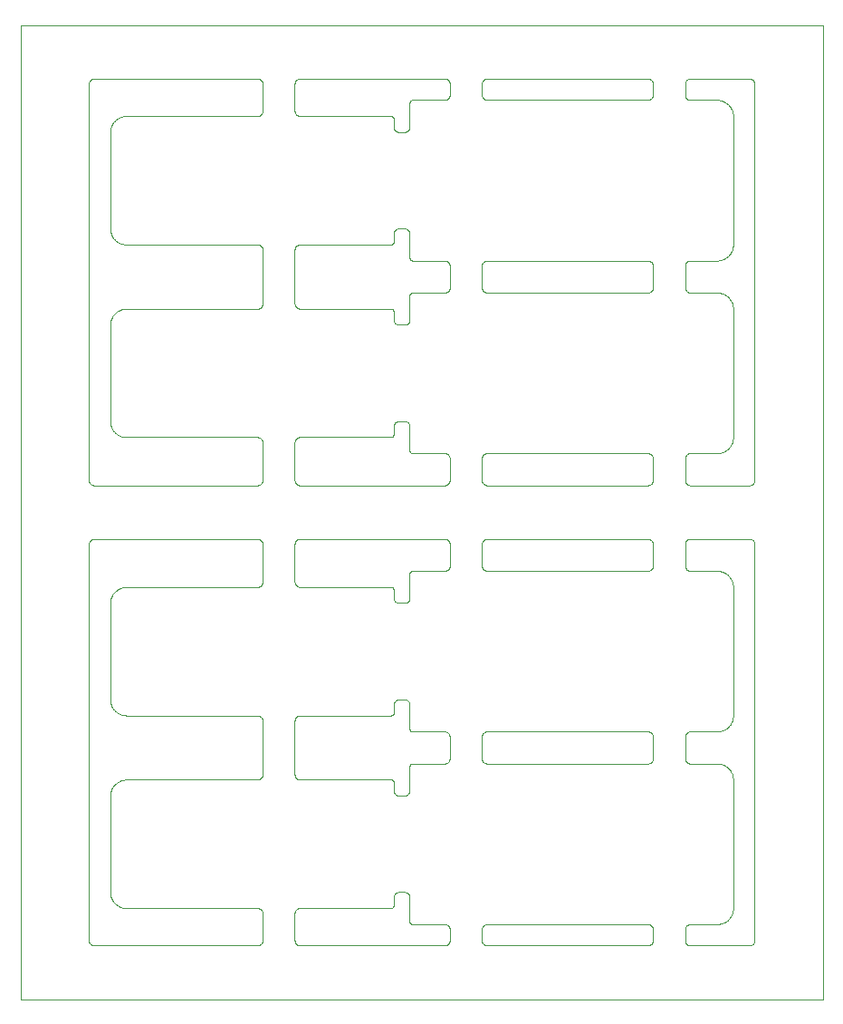
<source format=gm1>
G04 #@! TF.GenerationSoftware,KiCad,Pcbnew,8.0.1*
G04 #@! TF.CreationDate,2025-03-12T15:21:45+01:00*
G04 #@! TF.ProjectId,panel_E,70616e65-6c5f-4452-9e6b-696361645f70,E*
G04 #@! TF.SameCoordinates,Original*
G04 #@! TF.FileFunction,Profile,NP*
%FSLAX46Y46*%
G04 Gerber Fmt 4.6, Leading zero omitted, Abs format (unit mm)*
G04 Created by KiCad (PCBNEW 8.0.1) date 2025-03-12 15:21:45*
%MOMM*%
%LPD*%
G01*
G04 APERTURE LIST*
G04 #@! TA.AperFunction,Profile*
%ADD10C,0.100000*%
G04 #@! TD*
G04 APERTURE END LIST*
D10*
X34868436Y-20305379D02*
X34869762Y-20300341D01*
X62131456Y-40425771D02*
X62135643Y-40401640D01*
X58838334Y-22047915D02*
X58860211Y-22058928D01*
X36482317Y-83955086D02*
X36487619Y-83958391D01*
X43184921Y-6736471D02*
X43173909Y-6714594D01*
X40076090Y-42714349D02*
X40065078Y-42736226D01*
X35924910Y-37002723D02*
X35949218Y-37005722D01*
X36607102Y-51000987D02*
X36579911Y-51004450D01*
X8685102Y-37913073D02*
X8692823Y-37923048D01*
X9208816Y-38343785D02*
X9220141Y-38349340D01*
X9805358Y-20498235D02*
X9871832Y-20499919D01*
X62503812Y-50985074D02*
X62480207Y-50978542D01*
X8407136Y-63308118D02*
X8421452Y-63369808D01*
X65791205Y-83843774D02*
X65847338Y-83814452D01*
X39624987Y-43000000D02*
X26125040Y-43000000D01*
X22609024Y-5377783D02*
X22614389Y-5401682D01*
X34875001Y-26756269D02*
X34874682Y-26743738D01*
X6389954Y-48377752D02*
X6396487Y-48354148D01*
X36439657Y-69082584D02*
X36435449Y-69087242D01*
X34877654Y-27549810D02*
X34875846Y-27525394D01*
X25710327Y-38721547D02*
X25724430Y-38701524D01*
X58815942Y-22037988D02*
X58838334Y-22047915D01*
X62576100Y-68997625D02*
X62551792Y-68994627D01*
X25655226Y-82830675D02*
X25664040Y-82807825D01*
X35875987Y-19000320D02*
X35900484Y-19000922D01*
X26100732Y-38500391D02*
X26125228Y-38499789D01*
X8466331Y-63514988D02*
X8470712Y-63526816D01*
X34840794Y-26624195D02*
X34833541Y-26612558D01*
X9492955Y-38450379D02*
X9505166Y-38453541D01*
X34723571Y-82479569D02*
X34729180Y-82476818D01*
X39769804Y-5021490D02*
X39793062Y-5029174D01*
X36245684Y-27836083D02*
X36228790Y-27853823D01*
X66617784Y-20645436D02*
X66622593Y-20582289D01*
X40076082Y-48285657D02*
X40086007Y-48308048D01*
X43147560Y-48354222D02*
X43155240Y-48330962D01*
X66433306Y-25766588D02*
X66401179Y-25712012D01*
X43368530Y-48071010D02*
X43389842Y-48058935D01*
X40052999Y-48242468D02*
X40065071Y-48263779D01*
X39838138Y-6952383D02*
X39815749Y-6962307D01*
X58815926Y-48037988D02*
X58838318Y-48047914D01*
X36509338Y-25028635D02*
X36503774Y-25031541D01*
X66038073Y-21689897D02*
X66048048Y-21682176D01*
X8640369Y-71148386D02*
X8605519Y-71201265D01*
X43163984Y-6692203D02*
X43155169Y-6669352D01*
X66625000Y-38496833D02*
X66625000Y-26503166D01*
X34845790Y-20366529D02*
X34856793Y-20342582D01*
X25724256Y-70298464D02*
X25710154Y-70278440D01*
X25827801Y-26402009D02*
X25808493Y-26386941D01*
X43527733Y-48009590D02*
X43551868Y-48005402D01*
X65270436Y-7007215D02*
X65207289Y-7002406D01*
X8846231Y-26908581D02*
X8837088Y-26917272D01*
X43327972Y-66098188D02*
X43347996Y-66084087D01*
X22539843Y-26278392D02*
X22525740Y-26298417D01*
X34723581Y-64479618D02*
X34728248Y-64477305D01*
X22623996Y-20998858D02*
X22623943Y-26001151D01*
X34632405Y-64499678D02*
X34637613Y-64499568D01*
X25956944Y-52471039D02*
X25934093Y-52462224D01*
X22621571Y-5450124D02*
X22623371Y-5474551D01*
X65779835Y-69150648D02*
X65722289Y-69124207D01*
X36419879Y-7107281D02*
X36417142Y-7111713D01*
X34861173Y-26669239D02*
X34859302Y-26663277D01*
X40114187Y-66401620D02*
X40118375Y-66425750D01*
X66352410Y-65361987D02*
X66359616Y-65351634D01*
X34872761Y-64281528D02*
X34873554Y-64275301D01*
X62456896Y-22029170D02*
X62480152Y-22021487D01*
X8442055Y-81442979D02*
X8445831Y-81455014D01*
X58673698Y-24997668D02*
X58649274Y-24999469D01*
X34946256Y-53757341D02*
X34934187Y-53736041D01*
X39815732Y-22037981D02*
X39838122Y-22047905D01*
X62368522Y-50929038D02*
X62347830Y-50915935D01*
X36066958Y-63038305D02*
X36089349Y-63048230D01*
X36515018Y-83974327D02*
X36520760Y-83976791D01*
X58881523Y-66071001D02*
X58902216Y-66084106D01*
X43503746Y-5014954D02*
X43527643Y-5009588D01*
X36449136Y-83927387D02*
X36452804Y-83931086D01*
X39922253Y-42901800D02*
X39902229Y-42915903D01*
X40076092Y-85714349D02*
X40065080Y-85736226D01*
X66258907Y-65481739D02*
X66267123Y-65472169D01*
X66433319Y-21233389D02*
X66439440Y-21222360D01*
X62197051Y-50757572D02*
X62184979Y-50736262D01*
X34865122Y-82318708D02*
X34868294Y-82306456D01*
X34728267Y-20477295D02*
X34751626Y-20465093D01*
X59102515Y-85645851D02*
X59094832Y-85669107D01*
X66468774Y-25833794D02*
X66439452Y-25777661D01*
X36111226Y-19059242D02*
X36132537Y-19071314D01*
X22246239Y-20514794D02*
X22269844Y-20521327D01*
X34874036Y-52731008D02*
X34873559Y-52724749D01*
X62625024Y-69000028D02*
X62600527Y-68999427D01*
X8961926Y-70810102D02*
X8951951Y-70817823D01*
X39722340Y-48009588D02*
X39746237Y-48014955D01*
X62503807Y-66014954D02*
X62527704Y-66009588D01*
X66557944Y-70057020D02*
X66554168Y-70044985D01*
X62480152Y-22021487D02*
X62503758Y-22014955D01*
X43480646Y-50978670D02*
X43457392Y-50970990D01*
X43411667Y-68952237D02*
X43389789Y-68941224D01*
X39977846Y-42853846D02*
X39960107Y-42870734D01*
X43411873Y-22047904D02*
X43434263Y-22037980D01*
X36419926Y-83892788D02*
X36423027Y-83896974D01*
X39769854Y-85978512D02*
X39746249Y-85985045D01*
X25934094Y-26462224D02*
X25911704Y-26452299D01*
X43625012Y-43000000D02*
X43600515Y-42999398D01*
X6849515Y-85999398D02*
X6825089Y-85997596D01*
X9432020Y-8567055D02*
X9419985Y-8570831D01*
X35076960Y-71901544D02*
X35057660Y-71886481D01*
X22494502Y-8336283D02*
X22477613Y-8354020D01*
X62126198Y-84498945D02*
X62126802Y-84474450D01*
X8846249Y-64091435D02*
X8893241Y-64133890D01*
X43327746Y-42901800D02*
X43308437Y-42886731D01*
X6136Y-91000000D02*
X74993863Y-91000000D01*
X43126600Y-6525729D02*
X43125998Y-6501232D01*
X22623782Y-82998816D02*
X22623966Y-85500951D01*
X39815732Y-66037981D02*
X39838122Y-66047905D01*
X22360221Y-70441238D02*
X22338343Y-70452250D01*
X9729538Y-52507217D02*
X9716989Y-52508493D01*
X34877655Y-37450262D02*
X34880660Y-37425960D01*
X66616503Y-8341964D02*
X66608502Y-8279141D01*
X68540903Y-5221770D02*
X68554006Y-5242462D01*
X39673861Y-50997883D02*
X39649436Y-50999685D01*
X62147530Y-5354201D02*
X62155211Y-5330942D01*
X40114336Y-24598606D02*
X40108971Y-24622505D01*
X36066849Y-71961982D02*
X36043991Y-71970792D01*
X39722298Y-5009590D02*
X39746197Y-5014957D01*
X58977834Y-66146170D02*
X58994723Y-66163910D01*
X39977810Y-5146178D02*
X39994699Y-5163919D01*
X43480148Y-40021487D02*
X43503752Y-40014954D01*
X25626658Y-26025700D02*
X25626056Y-26001203D01*
X39941343Y-6887035D02*
X39922036Y-6902101D01*
X39838122Y-22047905D02*
X39859998Y-22058916D01*
X22539671Y-82721590D02*
X22552775Y-82742281D01*
X66575379Y-38882044D02*
X66578541Y-38869833D01*
X25641012Y-26122460D02*
X25635645Y-26098564D01*
X62164041Y-24691996D02*
X62155226Y-24669145D01*
X66394480Y-7701265D02*
X66359630Y-7648386D01*
X8961926Y-26810102D02*
X8951951Y-26817823D01*
X62600569Y-40000601D02*
X62625065Y-40000000D01*
X43480226Y-48021492D02*
X43503834Y-48014958D01*
X62625019Y-22000000D02*
X65121833Y-22000000D01*
X62140963Y-48377761D02*
X62147495Y-48354156D01*
X25647491Y-85645844D02*
X25640959Y-85622239D01*
X34837049Y-82382111D02*
X34840081Y-82376648D01*
X66258907Y-21481739D02*
X66267123Y-21472169D01*
X22539843Y-52278393D02*
X22525740Y-52298417D01*
X8383493Y-71841989D02*
X8382217Y-71854538D01*
X43600543Y-68999550D02*
X43576116Y-68997749D01*
X36557342Y-25009687D02*
X36531405Y-25018553D01*
X22222343Y-48009588D02*
X22246241Y-48014954D01*
X74999876Y-90998901D02*
X74999999Y-90993888D01*
X26051832Y-70494808D02*
X26027701Y-70490621D01*
X36353504Y-53645801D02*
X36345818Y-53669061D01*
X62527660Y-68990440D02*
X62503762Y-68985074D01*
X25626604Y-20974310D02*
X25628405Y-20949884D01*
X36477293Y-39951203D02*
X36482234Y-39955028D01*
X8598833Y-63788009D02*
X8605505Y-63798713D01*
X40075872Y-6714679D02*
X40064859Y-6736553D01*
X35325337Y-63002723D02*
X35349758Y-63000921D01*
X36261731Y-81182758D02*
X36276800Y-81202067D01*
X36066958Y-19038305D02*
X36089349Y-19048230D01*
X34934210Y-19263998D02*
X34946284Y-19242694D01*
X8382215Y-53854563D02*
X8377406Y-53917710D01*
X25673914Y-48285654D02*
X25684926Y-48263777D01*
X62389992Y-6941118D02*
X62368683Y-6929048D01*
X36043991Y-9970792D02*
X36020729Y-9978471D01*
X6849515Y-48000601D02*
X6874012Y-48000000D01*
X66352410Y-83361987D02*
X66359616Y-83351634D01*
X34868436Y-64305379D02*
X34869762Y-64300341D01*
X9360011Y-8591331D02*
X9348183Y-8595712D01*
X34890219Y-53622114D02*
X34884849Y-53598228D01*
X9641648Y-20481589D02*
X9654116Y-20483499D01*
X8741092Y-53018260D02*
X8732876Y-53027830D01*
X26076082Y-8497806D02*
X26051775Y-8494808D01*
X36482214Y-25044925D02*
X36478108Y-25048131D01*
X25724430Y-38701524D02*
X25739498Y-38682217D01*
X9641623Y-52518414D02*
X9579287Y-52529587D01*
X8598820Y-53212012D02*
X8566693Y-53266588D01*
X26076307Y-38502192D02*
X26100732Y-38500391D01*
X66608502Y-82720858D02*
X66616503Y-82658035D01*
X58959879Y-40129252D02*
X58977617Y-40146138D01*
X8605505Y-9201286D02*
X8598833Y-9211990D01*
X58994505Y-40163875D02*
X59010503Y-40182419D01*
X62210155Y-50778264D02*
X62197051Y-50757572D01*
X34839722Y-38377625D02*
X34846377Y-38365636D01*
X36531341Y-7018434D02*
X36526495Y-7020346D01*
X43290119Y-22129251D02*
X43308664Y-22113255D01*
X59010503Y-40182419D02*
X59025571Y-40201725D01*
X26076115Y-42997596D02*
X26051806Y-42994598D01*
X8837070Y-26917289D02*
X8792289Y-26962070D01*
X34934187Y-53736041D02*
X34923177Y-53714174D01*
X36245734Y-63164213D02*
X36261731Y-63182758D01*
X9792710Y-52502406D02*
X9729563Y-52507215D01*
X59052978Y-48242486D02*
X59065049Y-48263798D01*
X59108823Y-50622352D02*
X59102289Y-50645955D01*
X35973214Y-27990359D02*
X35949076Y-27994540D01*
X22173904Y-48002403D02*
X22198212Y-48005401D01*
X34699768Y-52511611D02*
X34693733Y-52509884D01*
X34817907Y-8591314D02*
X34814632Y-8587263D01*
X25934036Y-8462224D02*
X25911645Y-8452299D01*
X22381532Y-42929005D02*
X22360221Y-42941077D01*
X66307176Y-21423048D02*
X66314897Y-21413073D01*
X36419926Y-21892788D02*
X36423027Y-21896974D01*
X59025571Y-40201725D02*
X59039674Y-40221748D01*
X62576099Y-48002403D02*
X62600525Y-48000601D01*
X34705780Y-20486334D02*
X34718639Y-20481572D01*
X25647492Y-48354153D02*
X25655174Y-48330897D01*
X36385029Y-65818656D02*
X36393553Y-65843594D01*
X35300892Y-53994342D02*
X35276771Y-53990150D01*
X9023365Y-26765383D02*
X9013012Y-26772589D01*
X8375000Y-36996845D02*
X8375079Y-37003153D01*
X34880657Y-9574107D02*
X34877654Y-9549810D01*
X36618645Y-25000321D02*
X36612371Y-25000480D01*
X22293081Y-85970827D02*
X22269824Y-85978510D01*
X43184934Y-24736351D02*
X43173923Y-24714472D01*
X25772209Y-82645942D02*
X25789947Y-82629054D01*
X40118598Y-42574218D02*
X40114411Y-42598350D01*
X22618596Y-70074373D02*
X22614409Y-70098504D01*
X36435416Y-69087280D02*
X36431449Y-69092145D01*
X8375080Y-37003165D02*
X8376764Y-37069641D01*
X59102318Y-5354354D02*
X59108843Y-5377970D01*
X25664042Y-70192171D02*
X25655227Y-70169321D01*
X66616503Y-52341964D02*
X66608502Y-52279141D01*
X36374398Y-53525410D02*
X36372595Y-53549841D01*
X66606589Y-82733351D02*
X66608499Y-82720883D01*
X58860001Y-40058915D02*
X58881311Y-40070986D01*
X58746210Y-42985043D02*
X58722312Y-42990410D01*
X8442048Y-53557045D02*
X8424626Y-53617931D01*
X25868517Y-26429215D02*
X25847825Y-26416112D01*
X22459875Y-8370907D02*
X22441329Y-8386903D01*
X62185141Y-6736298D02*
X62174128Y-6714423D01*
X34859267Y-26663182D02*
X34856803Y-26657441D01*
X35097057Y-37084384D02*
X35117747Y-37071286D01*
X62131607Y-6574308D02*
X62128606Y-6550002D01*
X66557951Y-20942954D02*
X66575373Y-20882068D01*
X66207710Y-7462070D02*
X66162929Y-7417289D01*
X39649427Y-5000601D02*
X39673855Y-5002403D01*
X8442055Y-63442979D02*
X8445831Y-63455014D01*
X34875237Y-27500907D02*
X34875001Y-26756294D01*
X39902229Y-40084096D02*
X39922253Y-40098199D01*
X58959881Y-24870819D02*
X58941336Y-24886815D01*
X58815959Y-84037984D02*
X58838350Y-84047909D01*
X36375319Y-69243699D02*
X36375000Y-69256308D01*
X36374398Y-19474836D02*
X36375000Y-19499333D01*
X39673910Y-84002403D02*
X39698218Y-84005401D01*
X65779835Y-51150648D02*
X65722289Y-51124207D01*
X62126655Y-50525523D02*
X62126053Y-50501026D01*
X34913267Y-63308252D02*
X34923196Y-63285868D01*
X65639964Y-51091323D02*
X65580038Y-51070839D01*
X43126601Y-42525484D02*
X43126000Y-42500987D01*
X66533668Y-69985011D02*
X66529287Y-69973183D01*
X25664041Y-52192172D02*
X25655226Y-52169322D01*
X25911645Y-8452299D02*
X25889768Y-8441287D01*
X6404169Y-42669107D02*
X6396487Y-42645851D01*
X36482317Y-39955086D02*
X36487619Y-39958391D01*
X66394494Y-21298713D02*
X66401166Y-21288009D01*
X9579287Y-64470412D02*
X9641623Y-64481585D01*
X66575373Y-52117931D02*
X66557951Y-52057045D01*
X68382537Y-48070993D02*
X68403229Y-48084096D01*
X39792900Y-6971120D02*
X39769646Y-6978802D01*
X43197057Y-48242516D02*
X43210159Y-48221820D01*
X35183315Y-37038290D02*
X35206162Y-37029479D01*
X66267140Y-65472149D02*
X66307160Y-65423068D01*
X35900331Y-27999327D02*
X35875829Y-27999921D01*
X36369596Y-9574154D02*
X36365407Y-9598290D01*
X36579890Y-69004453D02*
X36574738Y-69005220D01*
X26051778Y-20505191D02*
X26076086Y-20502193D01*
X36153229Y-63084417D02*
X36173253Y-63098520D01*
X39649265Y-66000601D02*
X39673689Y-66002402D01*
X6396487Y-85645851D02*
X6389954Y-85622247D01*
X35039122Y-27870489D02*
X35021391Y-27853608D01*
X22539843Y-64721607D02*
X22552946Y-64742299D01*
X8375000Y-28003166D02*
X8375000Y-36996833D01*
X59118379Y-50574327D02*
X59114190Y-50598457D01*
X36192562Y-37113588D02*
X36211107Y-37129586D01*
X36593471Y-83997761D02*
X36599698Y-83998554D01*
X22269789Y-26478673D02*
X22246184Y-26485205D01*
X34814598Y-38412698D02*
X34818423Y-38407757D01*
X36383080Y-69187404D02*
X36382053Y-69192511D01*
X26027646Y-64509379D02*
X26051778Y-64505191D01*
X59124001Y-85500986D02*
X59123400Y-85525484D01*
X36562325Y-25008100D02*
X36557362Y-25009681D01*
X59039023Y-6778438D02*
X59024918Y-6798451D01*
X66500792Y-69902710D02*
X66474351Y-69845164D01*
X22360164Y-26441240D02*
X22338287Y-26452251D01*
X9141610Y-82308319D02*
X9152639Y-82314440D01*
X22539900Y-20721612D02*
X22553003Y-20742305D01*
X40065078Y-84263772D02*
X40076090Y-84285649D01*
X36228790Y-53853823D02*
X36211045Y-53870711D01*
X36261688Y-71817536D02*
X36245684Y-71836083D01*
X43163998Y-68692079D02*
X43155185Y-68669226D01*
X26076086Y-64502193D02*
X26100512Y-64500391D01*
X68587015Y-48308041D02*
X68595830Y-48330892D01*
X59121379Y-40450049D02*
X59123183Y-40474474D01*
X9566906Y-38467868D02*
X9579262Y-38470407D01*
X62551990Y-6994628D02*
X62527860Y-6990442D01*
X22338344Y-42952089D02*
X22315953Y-42962014D01*
X43411652Y-6952334D02*
X43389775Y-6941322D01*
X9432020Y-52567055D02*
X9419985Y-52570831D01*
X35924910Y-81002723D02*
X35949218Y-81005722D01*
X59123399Y-84474514D02*
X59124000Y-84499011D01*
X68316958Y-48037984D02*
X68339349Y-48047909D01*
X59094605Y-50669210D02*
X59085790Y-50692059D01*
X36111130Y-53941050D02*
X36089247Y-53952060D01*
X25847825Y-26416112D02*
X25827801Y-26402009D01*
X65345883Y-83983499D02*
X65358351Y-83981589D01*
X34890225Y-63377944D02*
X34896762Y-63354345D01*
X66401179Y-65287987D02*
X66433306Y-65233411D01*
X62576292Y-84002402D02*
X62600715Y-84000601D01*
X8605519Y-63798734D02*
X8640369Y-63851613D01*
X39624769Y-66000000D02*
X39649265Y-66000601D01*
X35139054Y-19059219D02*
X35160928Y-19048211D01*
X59123185Y-68525600D02*
X59121381Y-68550024D01*
X58673885Y-66002403D02*
X58698195Y-66005401D01*
X25772210Y-26354056D02*
X25755322Y-26336318D01*
X59123788Y-24501104D02*
X59123185Y-24525600D01*
X66595407Y-52204262D02*
X66592868Y-52191906D01*
X8421458Y-37369833D02*
X8424620Y-37382044D01*
X58922028Y-68901881D02*
X58902005Y-68915983D01*
X36132448Y-27928980D02*
X36111130Y-27941050D01*
X34946284Y-19242694D02*
X34959389Y-19222009D01*
X8893241Y-70866109D02*
X8846249Y-70908564D01*
X66554168Y-38955014D02*
X66557944Y-38942979D01*
X39838281Y-24952371D02*
X39815889Y-24962297D01*
X43147685Y-85645647D02*
X43141161Y-85622031D01*
X43147709Y-22354112D02*
X43155393Y-22330858D01*
X36631334Y-84000000D02*
X39624988Y-84000000D01*
X43272153Y-40146153D02*
X43289892Y-40129265D01*
X25739267Y-20682231D02*
X25755264Y-20663686D01*
X62527701Y-5009590D02*
X62551834Y-5005402D01*
X22576085Y-48285654D02*
X22586010Y-48308045D01*
X26100512Y-64500391D02*
X26125009Y-64499789D01*
X59109027Y-22377790D02*
X59114391Y-22401689D01*
X59052839Y-5242612D02*
X59064907Y-5263934D01*
X36580936Y-83995841D02*
X36593446Y-83997758D01*
X39722149Y-6990699D02*
X39698019Y-6994885D01*
X66307176Y-83423048D02*
X66314897Y-83413073D01*
X36316055Y-27736191D02*
X36303978Y-27757504D01*
X25647479Y-5354149D02*
X25655161Y-5330893D01*
X36448511Y-25073501D02*
X36430844Y-25093056D01*
X40123940Y-5499080D02*
X40123802Y-6501343D01*
X35039122Y-71870489D02*
X35021391Y-71853608D01*
X8846231Y-52908581D02*
X8837088Y-52917272D01*
X36503730Y-25031566D02*
X36498320Y-25034750D01*
X43185097Y-85736067D02*
X43174089Y-85714178D01*
X35875829Y-71999921D02*
X35374092Y-71999762D01*
X9792710Y-70502406D02*
X9729563Y-70507215D01*
X123Y-1098D02*
X0Y-6111D01*
X65722266Y-25124197D02*
X65710674Y-25119223D01*
X39746196Y-50985331D02*
X39722300Y-50990697D01*
X62135643Y-66401640D02*
X62141010Y-66377743D01*
X65791183Y-7156214D02*
X65779858Y-7150659D01*
X62480362Y-6978546D02*
X62457107Y-6970864D01*
X34869781Y-20300259D02*
X34870678Y-20295127D01*
X34810971Y-20416560D02*
X34814576Y-20412800D01*
X58722312Y-48009589D02*
X58746210Y-48014956D01*
X25739267Y-64682231D02*
X25755264Y-64663686D01*
X62625215Y-7000028D02*
X62600720Y-6999427D01*
X59075863Y-40285622D02*
X59085789Y-40308011D01*
X26003758Y-48014954D02*
X26027656Y-48009588D01*
X43131893Y-50574456D02*
X43128891Y-50550152D01*
X8951931Y-26817839D02*
X8902850Y-26857859D01*
X36550234Y-83988440D02*
X36555248Y-83989852D01*
X35325189Y-53997345D02*
X35300892Y-53994342D01*
X35949076Y-53994540D02*
X35924763Y-53997532D01*
X40039867Y-5221806D02*
X40052969Y-5242501D01*
X25739324Y-52317773D02*
X25724256Y-52298465D01*
X40094830Y-42669107D02*
X40086015Y-42691958D01*
X43480148Y-42978512D02*
X43456892Y-42970830D01*
X40086015Y-40308041D02*
X40094830Y-40330892D01*
X9348183Y-82404287D02*
X9360011Y-82408668D01*
X9729563Y-20492784D02*
X9792710Y-20497593D01*
X9654116Y-8516500D02*
X9641648Y-8518410D01*
X25808667Y-38613052D02*
X25827974Y-38597984D01*
X8391497Y-53779141D02*
X8383496Y-53841964D01*
X22293045Y-38529008D02*
X22315897Y-38537823D01*
X68622596Y-42549910D02*
X68619598Y-42574218D01*
X66557944Y-52057020D02*
X66554168Y-52044985D01*
X25868466Y-85929004D02*
X25847774Y-85915901D01*
X8375000Y-80996845D02*
X8375079Y-81003153D01*
X26027701Y-52490621D02*
X26003804Y-52485254D01*
X36360045Y-63378073D02*
X36365411Y-63401970D01*
X8732859Y-71027850D02*
X8692839Y-71076931D01*
X58838352Y-85952090D02*
X58815961Y-85962015D01*
X39697996Y-22005400D02*
X39722127Y-22009587D01*
X8846231Y-70908581D02*
X8837088Y-70917272D01*
X25684925Y-85736221D02*
X25673913Y-85714343D01*
X62503812Y-24985075D02*
X62480207Y-24978543D01*
X36153229Y-19084417D02*
X36173253Y-19098520D01*
X8692823Y-9076951D02*
X8685102Y-9086926D01*
X36393059Y-83842647D02*
X36398467Y-83855247D01*
X25684913Y-5263773D02*
X25696985Y-5242463D01*
X59114376Y-42598313D02*
X59109011Y-42622212D01*
X34810228Y-82417303D02*
X34814532Y-82412775D01*
X8499207Y-63597289D02*
X8525648Y-63654835D01*
X68495734Y-85836107D02*
X68478846Y-85853846D01*
X6776649Y-85990411D02*
X6752752Y-85985045D01*
X66505776Y-25914325D02*
X66500802Y-25902733D01*
X9208794Y-52656225D02*
X9152661Y-52685547D01*
X8376764Y-53930358D02*
X8375080Y-53996834D01*
X58838160Y-5047941D02*
X58860043Y-5058960D01*
X34884849Y-27598228D02*
X34880657Y-27574107D01*
X59114391Y-22401689D02*
X59118577Y-22425822D01*
X62210319Y-6778294D02*
X62197215Y-6757605D01*
X34810957Y-8583424D02*
X34792322Y-8564789D01*
X40039896Y-48221776D02*
X40052999Y-48242468D01*
X40025800Y-42798253D02*
X40010731Y-42817562D01*
X39673714Y-6997883D02*
X39649290Y-6999685D01*
X36579890Y-51004453D02*
X36574738Y-51005220D01*
X65651816Y-25095712D02*
X65639988Y-25091331D01*
X43125998Y-6501232D02*
X43125993Y-5499014D01*
X36089247Y-27952060D02*
X36066849Y-27961982D01*
X58769019Y-6978599D02*
X58745422Y-6985127D01*
X25755283Y-42836096D02*
X25739285Y-42817549D01*
X39860186Y-5058931D02*
X39881497Y-5071005D01*
X34642876Y-8500985D02*
X34637697Y-8500436D01*
X36374398Y-9525410D02*
X36372595Y-9549841D01*
X68270851Y-85978512D02*
X68247247Y-85985045D01*
X26027646Y-20509379D02*
X26051778Y-20505191D01*
X34642876Y-52500985D02*
X34637697Y-52500436D01*
X36409763Y-65876700D02*
X36417017Y-65888337D01*
X34837088Y-38382144D02*
X34839712Y-38377644D01*
X22477613Y-82645979D02*
X22494502Y-82663716D01*
X43503834Y-48014958D02*
X43527733Y-48009590D01*
X62173917Y-48285657D02*
X62184928Y-48263779D01*
X59076060Y-48285677D02*
X59085985Y-48308070D01*
X66623235Y-64569641D02*
X66624919Y-64503165D01*
X65913009Y-65776166D02*
X65923713Y-65769494D01*
X8499207Y-81597289D02*
X8525648Y-81654835D01*
X43434041Y-42962015D02*
X43411650Y-42952090D01*
X58838128Y-24952166D02*
X58815738Y-24962090D01*
X34934210Y-81263998D02*
X34946284Y-81242694D01*
X66468785Y-65166183D02*
X66474340Y-65154858D01*
X43255277Y-24836242D02*
X43239279Y-24817695D01*
X9641623Y-70518414D02*
X9579287Y-70529587D01*
X43289904Y-24870873D02*
X43272166Y-24853982D01*
X22602454Y-64853983D02*
X22608987Y-64877588D01*
X35138958Y-27940812D02*
X35117658Y-27928743D01*
X35021447Y-81146418D02*
X35039185Y-81129536D01*
X66314912Y-39413053D02*
X66352396Y-39362007D01*
X22576073Y-5285674D02*
X22585997Y-5308067D01*
X34723581Y-20479618D02*
X34728248Y-20477305D01*
X43135608Y-68598463D02*
X43131422Y-68574329D01*
X62155177Y-42669100D02*
X62147495Y-42645843D01*
X34875001Y-64243705D02*
X34875237Y-63499175D01*
X25889765Y-5058921D02*
X25911642Y-5047909D01*
X43551781Y-42994598D02*
X43527649Y-42990411D01*
X66529287Y-65026816D02*
X66533668Y-65014988D01*
X66533668Y-7985011D02*
X66529287Y-7973183D01*
X8404587Y-53704287D02*
X8393414Y-53766623D01*
X58769817Y-42978510D02*
X58746210Y-42985043D01*
X66578541Y-26130166D02*
X66575379Y-26117955D01*
X66592863Y-52191881D02*
X66578547Y-52130191D01*
X62290113Y-84129244D02*
X62308658Y-84113249D01*
X35349758Y-19000921D02*
X35374250Y-19000320D01*
X43527674Y-68990563D02*
X43503775Y-68985196D01*
X66468785Y-83166183D02*
X66474340Y-83154858D01*
X43576577Y-50997749D02*
X43552271Y-50994752D01*
X35924910Y-19002723D02*
X35949218Y-19005722D01*
X62527856Y-84009586D02*
X62551986Y-84005400D01*
X34946284Y-63242694D02*
X34959389Y-63222009D01*
X9878155Y-70500000D02*
X9871845Y-70500080D01*
X66394494Y-83298713D02*
X66401166Y-83288009D01*
X43434241Y-85961990D02*
X43411844Y-85952058D01*
X34874038Y-82268966D02*
X34874681Y-82256286D01*
X22360221Y-48058922D02*
X22381532Y-48070994D01*
X62434084Y-5037990D02*
X62456937Y-5029174D01*
X59093971Y-6669375D02*
X59085150Y-6692214D01*
X66595407Y-8204262D02*
X66592868Y-8191906D01*
X34861173Y-8669239D02*
X34859302Y-8663277D01*
X6576746Y-42901800D02*
X6557437Y-42886731D01*
X25911875Y-38547697D02*
X25934265Y-38537773D01*
X59009849Y-6817748D02*
X58993852Y-6836283D01*
X43308950Y-50886911D02*
X43290405Y-50870917D01*
X36375000Y-25256334D02*
X36375000Y-27500908D01*
X34923196Y-19285868D02*
X34934210Y-19263998D01*
X66474351Y-83154835D02*
X66500792Y-83097289D01*
X35900484Y-63000922D02*
X35924910Y-63002723D01*
X68624398Y-85525484D02*
X68622596Y-85549910D01*
X62600521Y-22000601D02*
X62625019Y-22000000D01*
X25789896Y-48129267D02*
X25808442Y-48113269D01*
X8470712Y-53473183D02*
X8466331Y-53485011D01*
X36375961Y-25231033D02*
X36375320Y-25243673D01*
X43434044Y-6962259D02*
X43411652Y-6952334D01*
X40102469Y-5354201D02*
X40108999Y-5377809D01*
X65358351Y-51018410D02*
X65345883Y-51016500D01*
X43164208Y-66308009D02*
X43174135Y-66285620D01*
X62600568Y-66000601D02*
X62625065Y-66000000D01*
X35004559Y-37164150D02*
X35021447Y-37146418D01*
X36416443Y-25112581D02*
X36412988Y-25117822D01*
X39859998Y-22058916D02*
X39881308Y-22070987D01*
X36365411Y-81401970D02*
X36369598Y-81426102D01*
X36532327Y-51018069D02*
X36526497Y-51020398D01*
X9792710Y-8502406D02*
X9729563Y-8507215D01*
X62527655Y-22009588D02*
X62551787Y-22005401D01*
X36631334Y-40000000D02*
X39624987Y-40000000D01*
X36497418Y-7035405D02*
X36492853Y-7037913D01*
X36089349Y-37048230D02*
X36111226Y-37059242D01*
X40109045Y-42622247D02*
X40102512Y-42645851D01*
X36568567Y-83993300D02*
X36574682Y-83994719D01*
X40109045Y-40377752D02*
X40114411Y-40401649D01*
X22338330Y-5047914D02*
X22360208Y-5058927D01*
X43197220Y-66242437D02*
X43210324Y-66221746D01*
X68199218Y-85994598D02*
X68174910Y-85997596D01*
X65791205Y-39843774D02*
X65847338Y-39814452D01*
X59118377Y-5426019D02*
X59121364Y-5450336D01*
X39881537Y-42929006D02*
X39860226Y-42941078D01*
X22602455Y-38853982D02*
X22608987Y-38877587D01*
X66624919Y-70496834D02*
X66623235Y-70430358D01*
X25663988Y-85691952D02*
X25655174Y-85669100D01*
X66616503Y-70341964D02*
X66608502Y-70279141D01*
X36377213Y-39780487D02*
X36382049Y-39807467D01*
X62239325Y-40182433D02*
X62255322Y-40163888D01*
X6596770Y-5084096D02*
X6617462Y-5070993D01*
X25911642Y-5047909D02*
X25934033Y-5037984D01*
X25911655Y-48047910D02*
X25934046Y-48037985D01*
X39838281Y-68952371D02*
X39815889Y-68962297D01*
X8598833Y-19788009D02*
X8605505Y-19798713D01*
X22198193Y-5005401D02*
X22222325Y-5009589D01*
X68622596Y-85549910D02*
X68619598Y-85574218D01*
X43347785Y-68916046D02*
X43327760Y-68901942D01*
X25696985Y-5242463D02*
X25710088Y-5221771D01*
X36393050Y-51157376D02*
X36390721Y-51163205D01*
X36618699Y-21999680D02*
X36631308Y-21999999D01*
X43197006Y-68757664D02*
X43184934Y-68736351D01*
X6375000Y-85500987D02*
X6375000Y-48499012D01*
X8445831Y-9544985D02*
X8442055Y-9557020D01*
X66505786Y-83085651D02*
X66529278Y-83026840D01*
X39624987Y-40000000D02*
X39649484Y-40000601D01*
X58881507Y-42928998D02*
X58860195Y-42941072D01*
X65580038Y-21929160D02*
X65639964Y-21908676D01*
X66622593Y-8417710D02*
X66617784Y-8354563D01*
X34810307Y-70582545D02*
X34806099Y-70577887D01*
X25655399Y-38830662D02*
X25664214Y-38807812D01*
X9086990Y-52723833D02*
X9076286Y-52730505D01*
X9360035Y-38408676D02*
X9419961Y-38429160D01*
X66439440Y-25777639D02*
X66433319Y-25766610D01*
X9579287Y-20470412D02*
X9641623Y-20481585D01*
X39838349Y-40047909D02*
X39860226Y-40058921D01*
X62600525Y-48000601D02*
X62625022Y-48000000D01*
X36375000Y-37499333D02*
X36375000Y-39743665D01*
X39698208Y-48005401D02*
X39722340Y-48009588D01*
X43527653Y-6990654D02*
X43503756Y-6985288D01*
X66578547Y-20869808D02*
X66592863Y-20808118D01*
X36153147Y-53915879D02*
X36132448Y-53928980D01*
X43289893Y-6870979D02*
X43272155Y-6854090D01*
X36290903Y-19222091D02*
X36304006Y-19242783D01*
X8376765Y-63069666D02*
X8377404Y-63082264D01*
X43576116Y-68997749D02*
X43551807Y-68994750D01*
X8560547Y-27277661D02*
X8531225Y-27333794D01*
X43131401Y-40425781D02*
X43135588Y-40401649D01*
X62255487Y-84163865D02*
X62272375Y-84146130D01*
X66038053Y-51310087D02*
X65987007Y-51272603D01*
X8404592Y-37295737D02*
X8407131Y-37308093D01*
X43625107Y-48000000D02*
X58624945Y-48000000D01*
X58860211Y-22058928D02*
X58881523Y-22071001D01*
X58959880Y-50870818D02*
X58941335Y-50886814D01*
X58722126Y-5009594D02*
X58746030Y-5014964D01*
X36228846Y-37146474D02*
X36245734Y-37164213D01*
X35374092Y-27999762D02*
X35349605Y-27999153D01*
X36472051Y-7052448D02*
X36467186Y-7056415D01*
X36375319Y-7243699D02*
X36375000Y-7256308D01*
X8685087Y-53086946D02*
X8647603Y-53137992D01*
X22269844Y-20521327D02*
X22293101Y-20529009D01*
X62135597Y-48401659D02*
X62140963Y-48377761D01*
X62289895Y-22129269D02*
X62308440Y-22113271D01*
X62327802Y-66098196D02*
X62347827Y-66084094D01*
X34904437Y-53668953D02*
X34896753Y-53645708D01*
X36448411Y-21926625D02*
X36452850Y-21931064D01*
X62126607Y-22474526D02*
X62128408Y-22450100D01*
X22602510Y-70146007D02*
X22594827Y-70169264D01*
X6705892Y-42970830D02*
X6683041Y-42962015D01*
X25635590Y-20901444D02*
X25640956Y-20877547D01*
X59039674Y-40221748D02*
X59052778Y-40242438D01*
X62411710Y-50952121D02*
X62389833Y-50941109D01*
X25641012Y-70122460D02*
X25635645Y-70098564D01*
X22124764Y-8500158D02*
X9878168Y-8500000D01*
X39815958Y-42962015D02*
X39793107Y-42970830D01*
X6557437Y-42886731D02*
X6538892Y-42870734D01*
X36604979Y-39998984D02*
X36618673Y-39999679D01*
X25889770Y-64558713D02*
X25911647Y-64547701D01*
X34946284Y-37242694D02*
X34959389Y-37222009D01*
X25934045Y-85962014D02*
X25911654Y-85952089D01*
X40102515Y-85645851D02*
X40094832Y-85669107D01*
X66533676Y-65014964D02*
X66554160Y-64955038D01*
X66500792Y-7902710D02*
X66474351Y-7845164D01*
X36089349Y-81048230D02*
X36111226Y-81059242D01*
X22197992Y-82505241D02*
X22222122Y-82509427D01*
X22623366Y-85525449D02*
X22621566Y-85549876D01*
X62527704Y-66009588D02*
X62551835Y-66005401D01*
X34863388Y-82324768D02*
X34865115Y-82318733D01*
X62625022Y-43000000D02*
X62600525Y-42999398D01*
X36430830Y-25093072D02*
X36427420Y-25097010D01*
X58994723Y-66163910D02*
X59010720Y-66182457D01*
X65494808Y-51046452D02*
X65433118Y-51032136D01*
X35229291Y-53978246D02*
X35206046Y-53970562D01*
X8494213Y-71414348D02*
X8470721Y-71473159D01*
X58994723Y-22163910D02*
X59010720Y-22182457D01*
X62389832Y-24941110D02*
X62368522Y-24929038D01*
X43272667Y-50854032D02*
X43255779Y-50836298D01*
X66617782Y-52354538D02*
X66616506Y-52341989D01*
X68339349Y-48047909D02*
X68361226Y-48058921D01*
X43457392Y-50970990D02*
X43434544Y-50962177D01*
X26100512Y-20500391D02*
X26125009Y-20499789D01*
X25789948Y-26370944D02*
X25772210Y-26354056D01*
X36544219Y-7013665D02*
X36531360Y-7018427D01*
X43155185Y-24669226D02*
X43147503Y-24645968D01*
X43147487Y-40354148D02*
X43155169Y-40330892D01*
X58977818Y-42853831D02*
X58960079Y-42870720D01*
X62126607Y-68525501D02*
X62126006Y-68501004D01*
X43173902Y-5285651D02*
X43184914Y-5263774D01*
X39649410Y-68999685D02*
X39624912Y-69000286D01*
X36599749Y-83998559D02*
X36606008Y-83999036D01*
X65791183Y-25156214D02*
X65779858Y-25150659D01*
X25911704Y-70452299D02*
X25889827Y-70441287D01*
X36043991Y-27970792D02*
X36020729Y-27978471D01*
X22602507Y-42645846D02*
X22594825Y-42669102D01*
X66624920Y-38503153D02*
X66624999Y-38496845D01*
X34869762Y-52699658D02*
X34868436Y-52694620D01*
X8961926Y-52810102D02*
X8951951Y-52817823D01*
X66153750Y-69408564D02*
X66106758Y-69366109D01*
X36365411Y-19401970D02*
X36369598Y-19426102D01*
X25911670Y-42952087D02*
X25889793Y-42941074D01*
X43174135Y-66285620D02*
X43185147Y-66263745D01*
X36153229Y-81084417D02*
X36173253Y-81098520D01*
X66554168Y-20955014D02*
X66557944Y-20942979D01*
X22494731Y-20663733D02*
X22510728Y-20682279D01*
X8466331Y-81514988D02*
X8470712Y-81526816D01*
X6473199Y-5201746D02*
X6488268Y-5182437D01*
X43272215Y-48146187D02*
X43289954Y-48129295D01*
X43412507Y-84047877D02*
X43434892Y-84037959D01*
X22525568Y-8298432D02*
X22510500Y-8317739D01*
X9289325Y-8619223D02*
X9277733Y-8624197D01*
X22477613Y-8354020D02*
X22459875Y-8370907D01*
X40065009Y-24736491D02*
X40052937Y-24757803D01*
X34718639Y-70518427D02*
X34705780Y-70513665D01*
X36487641Y-83958404D02*
X36509442Y-83971237D01*
X25655227Y-70169321D02*
X25647544Y-70146065D01*
X68478846Y-85853846D02*
X68461107Y-85870734D01*
X62239490Y-84182408D02*
X62255487Y-84163865D01*
X8605505Y-71201286D02*
X8598833Y-71211990D01*
X39698165Y-5005402D02*
X39722298Y-5009590D01*
X9729563Y-38492784D02*
X9792710Y-38497593D01*
X65791183Y-69156214D02*
X65779858Y-69150659D01*
X68619598Y-42574218D02*
X68615411Y-42598350D01*
X68603512Y-85645851D02*
X68595830Y-85669107D01*
X40094832Y-85669107D02*
X40086017Y-85691958D01*
X22602493Y-5354177D02*
X22609024Y-5377783D01*
X9023386Y-64234630D02*
X9076265Y-64269480D01*
X36044107Y-63029490D02*
X36066958Y-63038305D01*
X8560547Y-53277661D02*
X8531225Y-53333794D01*
X66616506Y-20658010D02*
X66617782Y-20645461D01*
X62347813Y-85915889D02*
X62327788Y-85901784D01*
X68595830Y-5330892D02*
X68603512Y-5354148D01*
X36111226Y-37059242D02*
X36132537Y-37071314D01*
X25647486Y-8146062D02*
X25640953Y-8122457D01*
X62480203Y-40021486D02*
X62503808Y-40014954D01*
X34880657Y-71574107D02*
X34877654Y-71549810D01*
X39941562Y-42886731D02*
X39922253Y-42901800D01*
X36594533Y-65997789D02*
X36599678Y-65998600D01*
X36369598Y-63426102D02*
X36372596Y-63450410D01*
X8741109Y-19981758D02*
X8783564Y-20028750D01*
X8470712Y-71473183D02*
X8466331Y-71485011D01*
X65710651Y-7119213D02*
X65651840Y-7095721D01*
X9076265Y-26730519D02*
X9023386Y-26765369D01*
X9277733Y-64375802D02*
X9289325Y-64380776D01*
X25868460Y-20570786D02*
X25889770Y-20558713D01*
X66433306Y-7766588D02*
X66401179Y-7712012D01*
X68540903Y-48221770D02*
X68554006Y-48242462D01*
X68566078Y-5263773D02*
X68577090Y-5285650D01*
X34870681Y-64295107D02*
X34872758Y-64281553D01*
X8598820Y-71212012D02*
X8566693Y-71266588D01*
X34675344Y-64494763D02*
X34680414Y-64493564D01*
X43389789Y-68941224D02*
X43368478Y-68929151D01*
X36520783Y-83976800D02*
X36545257Y-83986576D01*
X59075915Y-5285822D02*
X59085835Y-5308224D01*
X34723581Y-38479618D02*
X34728248Y-38477305D01*
X36400668Y-39860085D02*
X36403216Y-39864629D01*
X22564848Y-8236410D02*
X22552775Y-8257718D01*
X59123358Y-48474556D02*
X59123957Y-48499054D01*
X66529287Y-39026816D02*
X66533668Y-39014988D01*
X35057729Y-81113545D02*
X35077035Y-81098482D01*
X6874012Y-5000000D02*
X22124959Y-5000000D01*
X66162929Y-83582710D02*
X66207710Y-83537929D01*
X34632384Y-26500320D02*
X26125062Y-26500210D01*
X65494808Y-25046452D02*
X65433118Y-25032136D01*
X65710651Y-25119213D02*
X65651840Y-25095721D01*
X9208816Y-82343785D02*
X9220141Y-82349340D01*
X65976634Y-65734616D02*
X65986987Y-65727410D01*
X40094830Y-84330891D02*
X40102513Y-84354147D01*
X6384588Y-85598350D02*
X6380401Y-85574218D01*
X68478846Y-42853846D02*
X68461107Y-42870734D01*
X25847825Y-70416112D02*
X25827801Y-70402009D01*
X36316078Y-63264094D02*
X36327090Y-63285971D01*
X34806099Y-64422112D02*
X34810307Y-64417454D01*
X9348159Y-52595721D02*
X9289348Y-52619213D01*
X35183315Y-19038290D02*
X35206162Y-19029479D01*
X34751648Y-38465081D02*
X34757111Y-38462049D01*
X39960107Y-84129265D02*
X39977846Y-84146153D01*
X43272381Y-22146137D02*
X43290119Y-22129251D01*
X66153750Y-51408564D02*
X66106758Y-51366109D01*
X43457112Y-22029166D02*
X43480367Y-22021484D01*
X65567979Y-65932944D02*
X65580014Y-65929168D01*
X43255258Y-5163893D02*
X43272146Y-5146154D01*
X62126059Y-5499080D02*
X62126657Y-5474581D01*
X43503973Y-85985035D02*
X43480361Y-85978498D01*
X58977834Y-22146170D02*
X58994723Y-22163910D01*
X34973493Y-63201991D02*
X34988562Y-63182690D01*
X25673928Y-42714331D02*
X25664004Y-42691939D01*
X22565076Y-70236384D02*
X22553003Y-70257694D01*
X43131401Y-42574218D02*
X43128403Y-42549910D01*
X62480203Y-66021486D02*
X62503807Y-66014954D01*
X66533668Y-25985011D02*
X66529287Y-25973183D01*
X66097169Y-39642123D02*
X66106739Y-39633907D01*
X34840100Y-70623385D02*
X34825598Y-70601380D01*
X62576099Y-42997596D02*
X62551791Y-42994598D01*
X36398475Y-21855267D02*
X36400630Y-21860009D01*
X68625000Y-5499012D02*
X68625000Y-42500987D01*
X39746247Y-84014954D02*
X39769852Y-84021487D01*
X68125987Y-48000000D02*
X68150484Y-48000601D01*
X36327090Y-81285971D02*
X36337015Y-81308361D01*
X59010720Y-66182457D02*
X59025789Y-66201768D01*
X62239308Y-85817532D02*
X62224240Y-85798221D01*
X36417131Y-51111731D02*
X36403226Y-51135352D01*
X62503762Y-48014955D02*
X62527659Y-48009588D01*
X34875001Y-82243705D02*
X34875237Y-81499175D01*
X58977846Y-84146153D02*
X58994734Y-84163891D01*
X62456900Y-42970829D02*
X62434049Y-42962014D01*
X43480141Y-5021487D02*
X43503746Y-5014954D01*
X26003803Y-82514745D02*
X26027699Y-82509378D01*
X34806064Y-52577850D02*
X34801625Y-52573411D01*
X8566680Y-27266610D02*
X8560559Y-27277639D01*
X58698005Y-24994670D02*
X58673698Y-24997668D01*
X66106739Y-7366092D02*
X66097169Y-7357876D01*
X43389997Y-22058914D02*
X43411873Y-22047904D01*
X9277733Y-38375802D02*
X9289325Y-38380776D01*
X68361226Y-48058921D02*
X68382537Y-48070993D01*
X62126006Y-22499023D02*
X62126607Y-22474526D01*
X66097169Y-21642123D02*
X66106739Y-21633907D01*
X6389954Y-5377752D02*
X6396487Y-5354148D01*
X26076140Y-26497806D02*
X26051832Y-26494808D01*
X9289348Y-82380786D02*
X9348159Y-82404278D01*
X9141588Y-26691693D02*
X9087012Y-26723820D01*
X26027674Y-42990410D02*
X26003776Y-42985044D01*
X36452866Y-39931143D02*
X36456832Y-39934520D01*
X39994678Y-50836396D02*
X39977790Y-50854134D01*
X35117658Y-27928743D02*
X35096975Y-27915643D01*
X34959356Y-71778024D02*
X34946256Y-71757341D01*
X58994507Y-24836196D02*
X58977619Y-24853932D01*
X68150484Y-5000601D02*
X68174910Y-5002403D01*
X43434034Y-5037984D02*
X43456885Y-5029169D01*
X39960071Y-5129287D02*
X39977810Y-5146178D01*
X43239434Y-85817447D02*
X43224367Y-85798128D01*
X22338288Y-52452251D02*
X22315897Y-52462176D01*
X62239274Y-42817557D02*
X62224206Y-42798248D01*
X66595407Y-70204262D02*
X66592868Y-70191906D01*
X62368469Y-68929034D02*
X62347776Y-68915930D01*
X39977790Y-50854134D02*
X39960052Y-50871022D01*
X22623395Y-20974361D02*
X22623996Y-20998858D01*
X9076286Y-20269494D02*
X9086990Y-20276166D01*
X25739323Y-82682225D02*
X25755321Y-82663680D01*
X66500792Y-25902710D02*
X66474351Y-25845164D01*
X8376765Y-37069666D02*
X8377404Y-37082264D01*
X25647508Y-42645830D02*
X25640976Y-42622224D01*
X22510671Y-38682273D02*
X22525740Y-38701582D01*
X36276800Y-19202067D02*
X36290903Y-19222091D01*
X39769851Y-42978512D02*
X39746247Y-42985045D01*
X62210103Y-48221776D02*
X62224206Y-48201751D01*
X68403229Y-85915903D02*
X68382537Y-85929006D01*
X36519752Y-65976532D02*
X36532352Y-65981940D01*
X34792322Y-38435210D02*
X34810210Y-38417322D01*
X66394480Y-69701265D02*
X66359630Y-69648386D01*
X26003745Y-5014954D02*
X26027642Y-5009588D01*
X36044107Y-19029490D02*
X36066958Y-19038305D01*
X22293087Y-5029172D02*
X22315938Y-5037987D01*
X6445993Y-85757537D02*
X6433921Y-85736226D01*
X43185147Y-22263745D02*
X43197220Y-22242437D01*
X36211045Y-71870711D02*
X36192493Y-71886709D01*
X34880660Y-37425960D02*
X34884853Y-37401835D01*
X36369596Y-27574154D02*
X36365407Y-27598290D01*
X62434049Y-42962014D02*
X62411658Y-42952089D01*
X22149422Y-52499557D02*
X22124925Y-52500158D01*
X8893241Y-8866109D02*
X8846249Y-8908564D01*
X25789947Y-52370944D02*
X25772209Y-52354056D01*
X62576143Y-40002403D02*
X62600569Y-40000601D01*
X66048068Y-21682160D02*
X66097149Y-21642140D01*
X58649269Y-40000601D02*
X58673694Y-40002402D01*
X43239495Y-22182418D02*
X43255493Y-22163874D01*
X36211107Y-19129586D02*
X36228846Y-19146474D01*
X9871845Y-64499919D02*
X9878155Y-64499999D01*
X40123781Y-22498977D02*
X40123919Y-24501240D01*
X22422237Y-5098208D02*
X22441546Y-5113278D01*
X39922246Y-48098202D02*
X39941554Y-48113270D01*
X34896762Y-19354345D02*
X34904449Y-19331096D01*
X9220164Y-64349351D02*
X9277710Y-64375792D01*
X35973350Y-19009909D02*
X35997247Y-19015275D01*
X58673912Y-85997596D02*
X58649486Y-85999398D01*
X62480156Y-48021487D02*
X62503762Y-48014955D01*
X36375000Y-51256334D02*
X36375000Y-53500908D01*
X36532376Y-65981949D02*
X36538205Y-65984278D01*
X25980142Y-8478722D02*
X25956886Y-8471039D01*
X66314897Y-7586926D02*
X66307176Y-7576951D01*
X25673910Y-20785444D02*
X25684922Y-20763567D01*
X36487641Y-39958404D02*
X36510352Y-39971773D01*
X59024918Y-6798451D02*
X59009849Y-6817748D01*
X6538892Y-85870734D02*
X6521153Y-85853846D01*
X68587015Y-5308041D02*
X68595830Y-5330892D01*
X26003804Y-52485254D02*
X25980200Y-52478722D01*
X66529287Y-83026816D02*
X66533668Y-83014988D01*
X22149452Y-85999398D02*
X22124953Y-86000000D01*
X36020851Y-81021807D02*
X36044107Y-81029490D01*
X74993863Y0D02*
X6136Y0D01*
X35004510Y-9835877D02*
X34988518Y-9817339D01*
X25827744Y-64597992D02*
X25847768Y-64583889D01*
X65639988Y-65908668D02*
X65651816Y-65904287D01*
X22585957Y-52192123D02*
X22576031Y-52214514D01*
X36369598Y-37426102D02*
X36372596Y-37450410D01*
X65987007Y-21727396D02*
X66038053Y-21689912D01*
X36631334Y-22000000D02*
X39624769Y-22000000D01*
X22198209Y-20505241D02*
X22222341Y-20509428D01*
X66595412Y-64795712D02*
X66606585Y-64733376D01*
X65722266Y-51124197D02*
X65710674Y-51119223D01*
X9566906Y-64467868D02*
X9579262Y-64470407D01*
X22338288Y-38547748D02*
X22360165Y-38558759D01*
X6683041Y-85962015D02*
X6660650Y-85952090D01*
X25808436Y-20613061D02*
X25827744Y-20597992D01*
X40108971Y-68622505D02*
X40102440Y-68646111D01*
X39722127Y-22009587D02*
X39746023Y-22014953D01*
X34874682Y-20256261D02*
X34875001Y-20243730D01*
X22246239Y-70485205D02*
X22222341Y-70490571D01*
X36574655Y-69005236D02*
X36569585Y-69006435D01*
X40086015Y-84308040D02*
X40094830Y-84330891D01*
X34670109Y-64495546D02*
X34675261Y-64494779D01*
X66608502Y-38720858D02*
X66616503Y-38658035D01*
X39977846Y-84146153D02*
X39994734Y-84163891D01*
X43131400Y-6574463D02*
X43128401Y-6550155D01*
X22525740Y-52298417D02*
X22510671Y-52317726D01*
X39977839Y-48146157D02*
X39994727Y-48163896D01*
X39815915Y-5037990D02*
X39838307Y-5047917D01*
X22585957Y-38807876D02*
X22594772Y-38830726D01*
X39941562Y-84113267D02*
X39960107Y-84129265D01*
X65986987Y-51272589D02*
X65976634Y-51265383D01*
X34874038Y-64268966D02*
X34874681Y-64256286D01*
X34870841Y-82294063D02*
X34872758Y-82281553D01*
X43126626Y-24525592D02*
X43126027Y-24501094D01*
X58746226Y-22014956D02*
X58769832Y-22021489D01*
X6422909Y-42714349D02*
X6412984Y-42691958D01*
X62551836Y-40005401D02*
X62576143Y-40002403D01*
X43411873Y-66047904D02*
X43434263Y-66037980D01*
X8377404Y-71917735D02*
X8376765Y-71930333D01*
X36457647Y-25064815D02*
X36452907Y-25068884D01*
X34872758Y-8718446D02*
X34870681Y-8704892D01*
X34705756Y-8513656D02*
X34699816Y-8511626D01*
X62456947Y-40029169D02*
X62480203Y-40021486D01*
X26125062Y-70500210D02*
X26100565Y-70499608D01*
X8685087Y-27086946D02*
X8647603Y-27137992D01*
X65651840Y-21904278D02*
X65710651Y-21880786D01*
X34711722Y-26515697D02*
X34705760Y-26513826D01*
X58769832Y-22021489D02*
X58793089Y-22029173D01*
X36604979Y-21998984D02*
X36618673Y-21999679D01*
X22315897Y-38537823D02*
X22338288Y-38547748D01*
X35039185Y-63129536D02*
X35057729Y-63113545D01*
X6705892Y-5029169D02*
X6729148Y-5021487D01*
X62389813Y-5058931D02*
X62411692Y-5047917D01*
X40094758Y-68669368D02*
X40085945Y-68692220D01*
X36390703Y-51163253D02*
X36388673Y-51169193D01*
X36337000Y-9691916D02*
X36327071Y-9714311D01*
X34783588Y-52557186D02*
X34762346Y-52541588D01*
X8391497Y-9779141D02*
X8383496Y-9841964D01*
X22124924Y-26500158D02*
X9878168Y-26500000D01*
X58792268Y-6970921D02*
X58769019Y-6978599D01*
X43210089Y-5221771D02*
X43224192Y-5201747D01*
X66575379Y-20882044D02*
X66578541Y-20869833D01*
X34946284Y-81242694D02*
X34959389Y-81222009D01*
X36403216Y-69135370D02*
X36400668Y-69139914D01*
X8692839Y-81923068D02*
X8732859Y-81972149D01*
X66216418Y-51471231D02*
X66207727Y-51462088D01*
X62625065Y-40000000D02*
X65121833Y-40000000D01*
X59052978Y-42757513D02*
X59039875Y-42778207D01*
X36377210Y-7219533D02*
X36376399Y-7224678D01*
X34856793Y-70657417D02*
X34846231Y-70634430D01*
X8566680Y-71266610D02*
X8560559Y-71277639D01*
X25956945Y-70471039D02*
X25934094Y-70462224D01*
X39922255Y-85901800D02*
X39902231Y-85915902D01*
X59085985Y-42691929D02*
X59076060Y-42714322D01*
X26051830Y-82505191D02*
X26076138Y-82502193D01*
X34875846Y-81474683D02*
X34877655Y-81450262D01*
X22614409Y-70098504D02*
X22609042Y-70122402D01*
X62128461Y-85549848D02*
X62126662Y-85525420D01*
X62135593Y-68598368D02*
X62131406Y-68574236D01*
X22565073Y-42736222D02*
X22553001Y-42757533D01*
X39698019Y-6994885D02*
X39673714Y-6997883D01*
X34723504Y-70520346D02*
X34718658Y-70518434D01*
X34904449Y-81331096D02*
X34913267Y-81308252D01*
X9152639Y-52685559D02*
X9141610Y-52691680D01*
X34872761Y-38281528D02*
X34873554Y-38275301D01*
X34904449Y-63331096D02*
X34913267Y-63308252D01*
X59108824Y-68622355D02*
X59102290Y-68645958D01*
X65847360Y-83814440D02*
X65858389Y-83808319D01*
X59053006Y-84242462D02*
X59065078Y-84263772D01*
X25663983Y-8192168D02*
X25655168Y-8169318D01*
X62289949Y-40129262D02*
X62308495Y-40113265D01*
X9220164Y-20349351D02*
X9277710Y-20375792D01*
X62197214Y-84242425D02*
X62210318Y-84221735D01*
X65710674Y-65880776D02*
X65722266Y-65875802D01*
X36327090Y-63285971D02*
X36337015Y-63308361D01*
X25684920Y-8236436D02*
X25673908Y-8214559D01*
X26100565Y-70499608D02*
X26076140Y-70497806D01*
X9566881Y-8532136D02*
X9505191Y-8546452D01*
X66352396Y-7637992D02*
X66314912Y-7586946D01*
X39624928Y-5000000D02*
X39649427Y-5000601D01*
X62389829Y-66058919D02*
X62411706Y-66047908D01*
X58860227Y-84058921D02*
X58881537Y-84070993D01*
X59075865Y-24714450D02*
X59064852Y-24736325D01*
X62141166Y-84377698D02*
X62147701Y-84354096D01*
X34875846Y-53525394D02*
X34875237Y-53500907D01*
X62327752Y-68901827D02*
X62308443Y-68886758D01*
X25808493Y-26386941D02*
X25789948Y-26370944D01*
X25755496Y-38663673D02*
X25772384Y-38645935D01*
X8605519Y-81798734D02*
X8640369Y-81851613D01*
X40123178Y-66474482D02*
X40123781Y-66498977D01*
X39960100Y-48129268D02*
X39977839Y-48146157D01*
X34874682Y-82256261D02*
X34875001Y-82243730D01*
X36550183Y-69011626D02*
X36544243Y-69013656D01*
X62210132Y-5221806D02*
X62224235Y-5201778D01*
X58649274Y-68999469D02*
X58624779Y-69000071D01*
X6874012Y-86000000D02*
X6849515Y-85999398D01*
X43239268Y-6817806D02*
X43224200Y-6798498D01*
X35077035Y-19098482D02*
X35097057Y-19084384D01*
X25647544Y-70146065D02*
X25641012Y-70122460D01*
X59121573Y-22450132D02*
X59123373Y-22474559D01*
X74998901Y-123D02*
X74993888Y0D01*
X62131455Y-24574257D02*
X62128457Y-24549949D01*
X22124978Y-70500158D02*
X9878168Y-70500000D01*
X22422021Y-82598029D02*
X22441329Y-82613096D01*
X58977619Y-24853932D02*
X58959881Y-24870819D01*
X36388665Y-7169217D02*
X36384560Y-7182300D01*
X9141588Y-52691693D02*
X9087012Y-52723820D01*
X62389829Y-40058919D02*
X62411706Y-40047908D01*
X22402168Y-52416065D02*
X22381475Y-52429168D01*
X34856793Y-26657417D02*
X34845790Y-26633470D01*
X40124001Y-85500986D02*
X40123400Y-85525484D01*
X35949218Y-37005722D02*
X35973350Y-37009909D01*
X8421458Y-63369833D02*
X8424620Y-63382044D01*
X34825586Y-70601363D02*
X34822629Y-70597075D01*
X65779858Y-21849340D02*
X65791183Y-21843785D01*
X35325189Y-71997345D02*
X35300892Y-71994342D01*
X66106758Y-83633890D02*
X66153750Y-83591435D01*
X8560559Y-81722360D02*
X8566680Y-81733389D01*
X62411868Y-6952128D02*
X62389992Y-6941118D01*
X43173975Y-48285712D02*
X43184986Y-48263831D01*
X9360011Y-52591331D02*
X9348183Y-52595712D01*
X59039903Y-84221770D02*
X59053006Y-84242462D01*
X43197165Y-85757388D02*
X43185097Y-85736067D01*
X62255305Y-85836081D02*
X62239308Y-85817532D01*
X40123398Y-42525484D02*
X40121596Y-42549910D01*
X34783669Y-26557079D02*
X34772825Y-26548686D01*
X43308664Y-22113255D02*
X43327972Y-22098188D01*
X65494833Y-39953541D02*
X65507044Y-39950379D01*
X62164041Y-50691995D02*
X62155226Y-50669145D01*
X68361226Y-5058921D02*
X68382537Y-5070993D01*
X25755263Y-8336316D02*
X25739265Y-8317771D01*
X22618376Y-82925589D02*
X22621376Y-82949896D01*
X62131455Y-66425771D02*
X62135643Y-66401640D01*
X35374250Y-37000320D02*
X35875987Y-37000320D01*
X22539843Y-38721606D02*
X22552947Y-38742298D01*
X8499197Y-53402733D02*
X8494223Y-53414325D01*
X9086990Y-8723833D02*
X9076286Y-8730505D01*
X58838318Y-42952085D02*
X58815926Y-42962011D01*
X62347830Y-50915935D02*
X62327805Y-50901833D01*
X9220141Y-52650659D02*
X9208816Y-52656214D01*
X43347763Y-5084097D02*
X43368455Y-5070994D01*
X59039738Y-5221908D02*
X59052839Y-5242612D01*
X65923713Y-51230505D02*
X65913009Y-51223833D01*
X66216435Y-83528750D02*
X66258890Y-83481758D01*
X43551807Y-68994750D02*
X43527674Y-68990563D01*
X43368478Y-24929151D02*
X43347785Y-24916046D01*
X36514990Y-39974369D02*
X36519732Y-39976524D01*
X9492955Y-82450379D02*
X9505166Y-82453541D01*
X36510370Y-39971783D02*
X36514914Y-39974331D01*
X68382537Y-85929006D02*
X68361226Y-85941078D01*
X25724197Y-8298462D02*
X25710095Y-8278438D01*
X25697224Y-38742238D02*
X25710327Y-38721547D01*
X36345818Y-9669061D02*
X36337000Y-9691916D01*
X8647603Y-63862007D02*
X8685087Y-63913053D01*
X40094602Y-66330866D02*
X40102286Y-66354121D01*
X66624999Y-26503154D02*
X66624920Y-26496846D01*
X8494223Y-19585674D02*
X8499197Y-19597266D01*
X66608499Y-26279116D02*
X66606589Y-26266648D01*
X8531225Y-19666205D02*
X8560547Y-19722338D01*
X43368462Y-40070993D02*
X43389773Y-40058921D01*
X62135798Y-84401592D02*
X62141166Y-84377698D01*
X62576149Y-85997596D02*
X62551839Y-85994597D01*
X35229414Y-37021799D02*
X35253014Y-37015269D01*
X59076090Y-84285649D02*
X59086015Y-84308040D01*
X34792322Y-20435210D02*
X34810957Y-20416575D01*
X35139054Y-81059219D02*
X35160928Y-81048211D01*
X59010504Y-68817652D02*
X58994507Y-68836196D01*
X34946256Y-27757341D02*
X34934187Y-27736041D01*
X34642876Y-26500985D02*
X34637697Y-26500436D01*
X22198188Y-85994598D02*
X22173878Y-85997596D01*
X34670109Y-38495546D02*
X34675261Y-38494779D01*
X66038073Y-39689897D02*
X66048048Y-39682176D01*
X65494833Y-65953541D02*
X65507044Y-65950379D01*
X8375000Y-62996845D02*
X8375079Y-63003153D01*
X22609018Y-85622217D02*
X22602487Y-85645823D01*
X34896762Y-37354345D02*
X34904449Y-37331096D01*
X65651840Y-65904278D02*
X65710651Y-65880786D01*
X74999999Y-6111D02*
X74999876Y-1098D01*
X34851949Y-38354277D02*
X34857356Y-38341676D01*
X65986987Y-7272589D02*
X65976634Y-7265383D01*
X59039675Y-50778322D02*
X59025572Y-50798344D01*
X62308494Y-66113264D02*
X62327802Y-66098196D01*
X36412962Y-25117865D02*
X36409777Y-25123275D01*
X43625042Y-69000152D02*
X43600543Y-68999550D01*
X59076060Y-42714322D02*
X59065049Y-42736201D01*
X25772157Y-85853842D02*
X25755268Y-85836103D01*
X8383496Y-19158035D02*
X8391497Y-19220858D01*
X36376440Y-25224749D02*
X36375963Y-25231008D01*
X6683041Y-42962015D02*
X6660650Y-42952090D01*
X43434263Y-66037980D02*
X43457112Y-66029166D01*
X25673908Y-8214559D02*
X25663983Y-8192168D01*
X66216418Y-69471231D02*
X66207727Y-69462088D01*
X68247247Y-5014954D02*
X68270851Y-5021487D01*
X35206162Y-37029479D02*
X35229414Y-37021799D01*
X66624920Y-64503153D02*
X66624999Y-64496845D01*
X35300892Y-27994342D02*
X35276771Y-27990150D01*
X39860219Y-48058923D02*
X39881529Y-48070995D01*
X58649458Y-22000601D02*
X58673885Y-22002403D01*
X58746030Y-5014964D02*
X58769643Y-5021501D01*
X36604979Y-65998984D02*
X36618673Y-65999679D01*
X35206046Y-53970562D02*
X35183205Y-53961747D01*
X8902830Y-70857876D02*
X8893260Y-70866092D01*
X25739285Y-42817549D02*
X25724217Y-42798240D01*
X65128154Y-69000080D02*
X65121844Y-69000000D01*
X36089247Y-53952060D02*
X36066849Y-53961982D01*
X43327921Y-85901736D02*
X43308609Y-85886658D01*
X62155173Y-22330900D02*
X62163987Y-22308049D01*
X35183205Y-53961747D02*
X35160825Y-53951822D01*
X66606585Y-70266623D02*
X66595412Y-70204287D01*
X68610045Y-85622247D02*
X68603512Y-85645851D01*
X36467167Y-7056431D02*
X36457564Y-7064675D01*
X59010734Y-85817561D02*
X58994736Y-85836107D01*
X9654116Y-52516500D02*
X9641648Y-52518410D01*
X35160825Y-27951822D02*
X35138958Y-27940812D01*
X36365407Y-53598290D02*
X36360039Y-53622192D01*
X66505776Y-69914325D02*
X66500802Y-69902733D01*
X59010704Y-42817543D02*
X58994706Y-42836090D01*
X34973493Y-81201991D02*
X34988562Y-81182690D01*
X22614188Y-8098541D02*
X22608820Y-8122437D01*
X65507044Y-25049620D02*
X65494833Y-25046458D01*
X22381531Y-20570833D02*
X22402224Y-20583937D01*
X35252885Y-53984780D02*
X35229291Y-53978246D01*
X43527649Y-40009588D02*
X43551781Y-40005401D01*
X36417142Y-39888286D02*
X36419879Y-39892718D01*
X34884849Y-9598228D02*
X34880657Y-9574107D01*
X25827742Y-8402008D02*
X25808434Y-8386940D01*
X22623943Y-64998848D02*
X22623996Y-70001141D01*
X34890225Y-19377944D02*
X34896762Y-19354345D01*
X58745422Y-6985127D02*
X58721533Y-6990490D01*
X65847360Y-39814440D02*
X65858389Y-39808319D01*
X43131422Y-24574329D02*
X43128426Y-24550020D01*
X65270461Y-65992782D02*
X65283010Y-65991506D01*
X25739324Y-70317772D02*
X25724256Y-70298464D01*
X35253014Y-63015269D02*
X35276907Y-63009905D01*
X65433093Y-69032131D02*
X65420737Y-69029592D01*
X43173909Y-6714594D02*
X43163984Y-6692203D01*
X35252885Y-27984780D02*
X35229291Y-27978246D01*
X25641182Y-38877520D02*
X25647715Y-38853917D01*
X40064859Y-6736553D02*
X40052786Y-6757861D01*
X43309317Y-84113194D02*
X43328622Y-84098135D01*
X36020729Y-27978471D02*
X35997117Y-27984998D01*
X9013012Y-38227410D02*
X9023365Y-38234616D01*
X65580038Y-65929160D02*
X65639964Y-65908676D01*
X36439674Y-39917434D02*
X36449121Y-39927372D01*
X34923196Y-63285868D02*
X34934210Y-63263998D01*
X43369330Y-84070947D02*
X43390635Y-84058882D01*
X43625012Y-40000000D02*
X58624774Y-40000000D01*
X62368522Y-24929038D02*
X62347830Y-24915935D01*
X68619598Y-5425781D02*
X68622596Y-5450089D01*
X65567954Y-25067048D02*
X65507068Y-25049626D01*
X62126006Y-68501004D02*
X62126053Y-66499000D01*
X22585992Y-85691933D02*
X22576067Y-85714326D01*
X66592863Y-26191881D02*
X66578547Y-26130191D01*
X8640383Y-37851634D02*
X8647589Y-37861987D01*
X36376399Y-65775321D02*
X36377210Y-65780466D01*
X40123198Y-6525837D02*
X40121393Y-6550261D01*
X22269844Y-70478672D02*
X22246239Y-70485205D01*
X22525795Y-48201749D02*
X22539898Y-48221774D01*
X36393050Y-7157376D02*
X36390721Y-7163205D01*
X8598820Y-9212012D02*
X8566693Y-9266588D01*
X35021391Y-27853608D02*
X35004510Y-27835877D01*
X40118522Y-24574474D02*
X40114336Y-24598606D01*
X9348183Y-64404287D02*
X9360011Y-64408668D01*
X22381475Y-38570831D02*
X22402168Y-38583934D01*
X36388673Y-39830806D02*
X36390703Y-39836746D01*
X8442048Y-71557045D02*
X8424626Y-71617931D01*
X36132537Y-81071314D02*
X36153229Y-81084417D01*
X22269789Y-52478673D02*
X22246184Y-52485205D01*
X68625000Y-42500987D02*
X68624398Y-42525484D01*
X36376015Y-69229979D02*
X36375320Y-69243673D01*
X36492781Y-7037957D02*
X36488444Y-7040842D01*
X68625000Y-48499012D02*
X68625000Y-85500987D01*
X39922024Y-22098191D02*
X39941331Y-22113258D01*
X34874036Y-8731008D02*
X34873559Y-8724749D01*
X66529278Y-69973159D02*
X66505786Y-69914348D01*
X34896762Y-63354345D02*
X34904449Y-63331096D01*
X22149457Y-5000601D02*
X22173884Y-5002403D01*
X58793074Y-42970827D02*
X58769817Y-42978510D01*
X25696993Y-20742257D02*
X25710096Y-20721564D01*
X58769630Y-40021484D02*
X58792885Y-40029166D01*
X8560559Y-37722360D02*
X8566680Y-37733389D01*
X36375000Y-27500908D02*
X36374398Y-27525410D01*
X36353512Y-81354468D02*
X36360045Y-81378073D01*
X22460046Y-64629102D02*
X22477785Y-64645991D01*
X8377404Y-27917735D02*
X8376765Y-27930333D01*
X43255432Y-85836003D02*
X43239434Y-85817447D01*
X22576031Y-52214514D02*
X22565019Y-52236391D01*
X22149478Y-42999398D02*
X22124980Y-43000000D01*
X40118599Y-84425780D02*
X40121597Y-84450088D01*
X25789891Y-20629059D02*
X25808436Y-20613061D01*
X62141010Y-24622285D02*
X62135643Y-24598388D01*
X66307160Y-7576931D02*
X66267140Y-7527850D01*
X22621594Y-20949935D02*
X22623395Y-20974361D01*
X43210109Y-68778358D02*
X43197006Y-68757664D01*
X25626656Y-82974295D02*
X25628458Y-82949870D01*
X59123788Y-68501104D02*
X59123185Y-68525600D01*
X66048068Y-39682160D02*
X66097149Y-39642140D01*
X43239260Y-5182439D02*
X43255258Y-5163893D01*
X59052778Y-40242438D02*
X59064851Y-40263747D01*
X43308501Y-48113294D02*
X43327810Y-48098222D01*
X43504248Y-50985201D02*
X43480646Y-50978670D01*
X62197000Y-42757531D02*
X62184928Y-42736220D01*
X22608987Y-52122412D02*
X22602455Y-52146017D01*
X40121375Y-66450057D02*
X40123178Y-66474482D01*
X68339349Y-42952090D02*
X68316958Y-42962015D01*
X35349605Y-27999153D02*
X35325189Y-27997345D01*
X62272160Y-42853842D02*
X62255272Y-42836103D01*
X8466323Y-27485035D02*
X8445839Y-27544961D01*
X25755321Y-52336318D02*
X25739324Y-52317773D01*
X34861173Y-70669239D02*
X34859302Y-70663277D01*
X35949218Y-19005722D02*
X35973350Y-19009909D01*
X22441501Y-52386894D02*
X22422192Y-52401963D01*
X9023365Y-70765383D02*
X9013012Y-70772589D01*
X34843467Y-26628690D02*
X34840805Y-26624213D01*
X65639988Y-21908668D02*
X65651816Y-21904287D01*
X34934187Y-27736041D02*
X34923177Y-27714174D01*
X65433118Y-83967863D02*
X65494808Y-83953547D01*
X8647589Y-53138012D02*
X8640383Y-53148365D01*
X36439674Y-21917434D02*
X36448394Y-21926607D01*
X68587015Y-85691958D02*
X68577090Y-85714349D01*
X26125040Y-43000000D02*
X26100542Y-42999398D01*
X59102289Y-40354114D02*
X59108823Y-40377718D01*
X62155174Y-68669128D02*
X62147491Y-68645872D01*
X65722266Y-69124197D02*
X65710674Y-69119223D01*
X43125993Y-5499014D02*
X43126594Y-5474517D01*
X9141588Y-8691693D02*
X9087012Y-8723820D01*
X36431449Y-83907854D02*
X36435416Y-83912719D01*
X36374398Y-81474836D02*
X36375000Y-81499333D01*
X43368646Y-85928959D02*
X43347949Y-85915848D01*
X62456900Y-68970858D02*
X62434049Y-68962044D01*
X8393414Y-63233376D02*
X8404587Y-63295712D01*
X58815735Y-40037980D02*
X58838125Y-40047904D01*
X34782737Y-8556561D02*
X34762346Y-8541588D01*
X9277710Y-8624207D02*
X9220164Y-8650648D01*
X8391500Y-19220883D02*
X8393410Y-19233351D01*
X26051832Y-52494808D02*
X26027701Y-52490621D01*
X36345818Y-71669061D02*
X36337000Y-71691916D01*
X66617782Y-70354538D02*
X66616506Y-70341989D01*
X43457112Y-66029166D02*
X43480367Y-66021484D01*
X25868460Y-64570786D02*
X25889770Y-64558713D01*
X34875237Y-81499175D02*
X34875846Y-81474683D01*
X68174910Y-85997596D02*
X68150484Y-85999398D01*
X22621590Y-48450095D02*
X22623392Y-48474521D01*
X43155393Y-22330858D02*
X43164208Y-22308009D01*
X39977615Y-66146141D02*
X39994503Y-66163878D01*
X36303978Y-9757504D02*
X36290870Y-9778199D01*
X59102496Y-22354183D02*
X59109027Y-22377790D01*
X25724199Y-20701540D02*
X25739267Y-20682231D01*
X36435449Y-83912757D02*
X36439657Y-83917415D01*
X36398467Y-7144752D02*
X36393059Y-7157352D01*
X43255265Y-42836107D02*
X43239268Y-42817562D01*
X65433093Y-51032131D02*
X65420737Y-51029592D01*
X22422192Y-52401963D02*
X22402168Y-52416065D01*
X36388665Y-69169217D02*
X36384560Y-69182300D01*
X8837088Y-20082727D02*
X8846231Y-20091418D01*
X25847789Y-42915897D02*
X25827764Y-42901793D01*
X9505166Y-52546458D02*
X9492955Y-52549620D01*
X6375601Y-42525484D02*
X6375000Y-42500987D01*
X43347836Y-48084116D02*
X43368530Y-48071010D01*
X58902002Y-40084088D02*
X58922026Y-40098189D01*
X58860211Y-66058928D02*
X58881523Y-66071001D01*
X39815959Y-84037984D02*
X39838350Y-84047909D01*
X58941336Y-24886815D02*
X58922028Y-24901881D01*
X43239782Y-50817756D02*
X43224713Y-50798452D01*
X9871832Y-70500080D02*
X9805358Y-70501764D01*
X36365411Y-37401970D02*
X36369598Y-37426102D01*
X36390721Y-39836794D02*
X36393050Y-39842623D01*
X22552947Y-38742298D02*
X22565019Y-38763608D01*
X62147543Y-40354139D02*
X62155226Y-40330884D01*
X43411650Y-40047909D02*
X43434041Y-40037984D01*
X58902005Y-68915983D02*
X58881313Y-68929084D01*
X36376016Y-39770041D02*
X36376390Y-39775237D01*
X62155225Y-66330883D02*
X62164040Y-66308033D01*
X35973350Y-63009909D02*
X35997247Y-63015275D01*
X66554160Y-8044961D02*
X66533676Y-7985035D01*
X34833426Y-82387325D02*
X34836996Y-82382197D01*
X25956943Y-82528960D02*
X25980198Y-82521277D01*
X58902216Y-66084106D02*
X58922241Y-66098210D01*
X68174910Y-5002403D02*
X68199218Y-5005401D01*
X58698179Y-48005401D02*
X58722312Y-48009589D01*
X8640369Y-9148386D02*
X8605519Y-9201265D01*
X39941564Y-85886731D02*
X39922255Y-85901800D01*
X62173913Y-68714371D02*
X62163988Y-68691980D01*
X22222287Y-64509428D02*
X22246184Y-64514794D01*
X22246184Y-64514794D02*
X22269789Y-64521326D01*
X25640960Y-48377758D02*
X25647492Y-48354153D01*
X65494833Y-83953541D02*
X65507044Y-83950379D01*
X62308660Y-6886781D02*
X62290115Y-6870786D01*
X62135643Y-40401640D02*
X62141010Y-40377744D01*
X58722328Y-66009589D02*
X58746226Y-66014956D01*
X34973493Y-37201991D02*
X34988562Y-37182690D01*
X65639964Y-69091323D02*
X65580038Y-69070839D01*
X65580014Y-51070831D02*
X65567979Y-51067055D01*
X65507044Y-7049620D02*
X65494833Y-7046458D01*
X6445993Y-42757537D02*
X6433921Y-42736226D01*
X43173923Y-24714472D02*
X43163998Y-24692079D01*
X22576031Y-26214513D02*
X22565019Y-26236390D01*
X9087012Y-82276179D02*
X9141588Y-82308306D01*
X25808456Y-42886724D02*
X25789910Y-42870725D01*
X9360035Y-20408676D02*
X9419961Y-20429160D01*
X34806064Y-70577850D02*
X34801625Y-70573411D01*
X22460103Y-70370893D02*
X22441557Y-70386891D01*
X22575861Y-82785466D02*
X22585787Y-82807855D01*
X36276800Y-81202067D02*
X36290903Y-81222091D01*
X43290773Y-84129182D02*
X43309317Y-84113194D01*
X58941336Y-68886815D02*
X58922028Y-68901881D01*
X36498299Y-25034763D02*
X36486662Y-25042017D01*
X6638773Y-5058921D02*
X6660650Y-5047909D01*
X34959356Y-9778024D02*
X34946256Y-9757341D01*
X43456885Y-5029169D02*
X43480141Y-5021487D01*
X62210100Y-68778253D02*
X62196997Y-68757560D01*
X34904449Y-19331096D02*
X34913267Y-19308252D01*
X66505776Y-7914325D02*
X66500802Y-7902733D01*
X62527705Y-85990409D02*
X62503806Y-85985042D01*
X66575373Y-26117931D02*
X66557951Y-26057045D01*
X39902000Y-66084089D02*
X39922024Y-66098191D01*
X62289949Y-66129261D02*
X62308494Y-66113264D01*
X35997117Y-27984998D02*
X35973214Y-27990359D01*
X66048048Y-51317823D02*
X66038073Y-51310102D01*
X8421452Y-53630191D02*
X8407136Y-53691881D01*
X25980170Y-42978511D02*
X25956914Y-42970828D01*
X36384554Y-7182320D02*
X36383100Y-7187322D01*
X9878168Y-20499999D02*
X22124978Y-20499841D01*
X40025569Y-66201729D02*
X40039672Y-66221752D01*
X62434100Y-50962046D02*
X62411710Y-50952121D01*
X34632384Y-8500320D02*
X26125005Y-8500210D01*
X62147543Y-24645890D02*
X62141010Y-24622285D01*
X43210096Y-40221770D02*
X43224199Y-40201746D01*
X34861173Y-52669239D02*
X34859302Y-52663277D01*
X22222287Y-38509428D02*
X22246184Y-38514794D01*
X36382053Y-83807488D02*
X36383080Y-83812595D01*
X22510728Y-70317720D02*
X22494731Y-70336266D01*
X25697049Y-82742248D02*
X25710153Y-82721557D01*
X22460086Y-85870722D02*
X22441540Y-85886721D01*
X66608502Y-20720858D02*
X66616503Y-20658035D01*
X8893260Y-38133907D02*
X8902830Y-38142123D01*
X65710651Y-69119213D02*
X65651840Y-69095721D01*
X59094798Y-42669076D02*
X59085985Y-42691929D01*
X62141000Y-5377809D02*
X62147530Y-5354201D01*
X22586013Y-20807884D02*
X22594827Y-20830735D01*
X66097169Y-65642123D02*
X66106739Y-65633907D01*
X9419961Y-8570839D02*
X9360035Y-8591323D01*
X68247247Y-48014954D02*
X68270851Y-48021487D01*
X36384560Y-39817699D02*
X36388665Y-39830782D01*
X36424290Y-25101305D02*
X36416457Y-25112560D01*
X59118381Y-24574330D02*
X59114192Y-24598460D01*
X36111226Y-63059242D02*
X36132537Y-63071314D01*
X66533676Y-21014964D02*
X66554160Y-20955038D01*
X25684979Y-70236438D02*
X25673967Y-70214562D01*
X39746175Y-24985329D02*
X39722278Y-24990696D01*
X65283035Y-65991503D02*
X65345858Y-65983502D01*
X66162929Y-21582710D02*
X66207710Y-21537929D01*
X65710674Y-39880776D02*
X65722266Y-39875802D01*
X62128408Y-22450100D02*
X62131406Y-22425791D01*
X36376390Y-69224762D02*
X36376016Y-69229958D01*
X8792289Y-38037929D02*
X8837070Y-38082710D01*
X34751648Y-64465081D02*
X34757111Y-64462049D01*
X36020851Y-37021807D02*
X36044107Y-37029490D01*
X34884849Y-53598228D02*
X34880657Y-53574107D01*
X62389780Y-48058923D02*
X62411658Y-48047910D01*
X62289899Y-42870731D02*
X62272160Y-42853842D01*
X36618699Y-39999680D02*
X36631308Y-39999999D01*
X59094798Y-48330923D02*
X59102480Y-48354181D01*
X8499197Y-71402733D02*
X8494223Y-71414325D01*
X36375000Y-39743691D02*
X36375319Y-39756300D01*
X22525740Y-26298417D02*
X22510671Y-26317725D01*
X25664214Y-38807812D02*
X25674139Y-38785423D01*
X43128403Y-40450089D02*
X43131401Y-40425781D01*
X22494502Y-82663716D02*
X22510499Y-82682261D01*
X68294107Y-48029169D02*
X68316958Y-48037984D01*
X36044107Y-37029490D02*
X36066958Y-37038305D01*
X9871832Y-26500080D02*
X9805358Y-26501764D01*
X66529278Y-7973159D02*
X66505786Y-7914348D01*
X22315729Y-8462179D02*
X22292878Y-8470993D01*
X35924763Y-71997532D02*
X35900331Y-71999327D01*
X43147487Y-42645851D02*
X43140954Y-42622247D01*
X34782757Y-82443423D02*
X34787698Y-82439598D01*
X58977619Y-68853932D02*
X58959881Y-68870819D01*
X36520724Y-69023050D02*
X36509361Y-69028623D01*
X8391497Y-71779141D02*
X8383496Y-71841964D01*
X34852305Y-82353248D02*
X34854618Y-82348581D01*
X36365407Y-9598290D02*
X36360039Y-9622192D01*
X36492853Y-21962086D02*
X36497418Y-21964594D01*
X62411697Y-85952082D02*
X62389818Y-85941068D01*
X8393414Y-81233376D02*
X8404587Y-81295712D01*
X58673110Y-6997671D02*
X58648692Y-6999471D01*
X25710101Y-48221774D02*
X25724204Y-48201749D01*
X58941562Y-84113267D02*
X58960107Y-84129265D01*
X62135636Y-5401708D02*
X62141000Y-5377809D01*
X25980200Y-52478722D02*
X25956944Y-52471039D01*
X6459096Y-5221770D02*
X6473199Y-5201746D01*
X25789895Y-85870731D02*
X25772157Y-85853842D01*
X36327071Y-71714311D02*
X36316055Y-71736191D01*
X65639964Y-25091323D02*
X65580038Y-25070839D01*
X66207710Y-69462070D02*
X66162929Y-69417289D01*
X22608987Y-26122411D02*
X22602454Y-26146016D01*
X66433319Y-83233389D02*
X66439440Y-83222360D01*
X9492931Y-70549626D02*
X9432045Y-70567048D01*
X39960040Y-68871008D02*
X39941495Y-68887007D01*
X62255272Y-48163896D02*
X62272160Y-48146157D01*
X39922186Y-24902076D02*
X39902162Y-24916180D01*
X34923177Y-9714174D02*
X34913252Y-9691794D01*
X34934187Y-9736041D02*
X34923177Y-9714174D01*
X58722328Y-22009589D02*
X58746226Y-22014956D01*
X62272156Y-22146157D02*
X62289895Y-22129269D01*
X22614187Y-82901459D02*
X22618376Y-82925589D01*
X62600574Y-24999427D02*
X62576148Y-24997625D01*
X9805358Y-38498235D02*
X9871832Y-38499919D01*
X62456951Y-50970860D02*
X62434100Y-50962046D01*
X66401166Y-51711990D02*
X66394494Y-51701286D01*
X58902005Y-24915983D02*
X58881313Y-24929084D01*
X25640953Y-8122457D02*
X25635587Y-8098560D01*
X65651816Y-69095712D02*
X65639988Y-69091331D01*
X9505191Y-64453547D02*
X9566881Y-64467863D01*
X62126053Y-50501026D02*
X62126010Y-48499022D01*
X8393414Y-19233376D02*
X8404587Y-19295712D01*
X8531225Y-37666205D02*
X8560547Y-37722338D01*
X22623371Y-5474551D02*
X22623971Y-5499049D01*
X68442562Y-5113268D02*
X68461107Y-5129265D01*
X36372596Y-19450410D02*
X36374398Y-19474836D01*
X66097149Y-25357859D02*
X66048068Y-25317839D01*
X40039835Y-24778496D02*
X40025732Y-24798522D01*
X39624988Y-84000000D02*
X39649485Y-84000601D01*
X66468774Y-69833794D02*
X66439452Y-69777661D01*
X39649474Y-48000601D02*
X39673900Y-48002403D01*
X8393410Y-71766648D02*
X8391500Y-71779116D01*
X36403226Y-21864647D02*
X36417131Y-21888268D01*
X22338344Y-48047910D02*
X22360221Y-48058922D01*
X36417131Y-69111731D02*
X36403226Y-69135352D01*
X62308445Y-42886729D02*
X62289899Y-42870731D01*
X36345830Y-37331212D02*
X36353512Y-37354468D01*
X9289325Y-70619223D02*
X9277733Y-70624197D01*
X43127404Y-84474260D02*
X43129217Y-84449843D01*
X25635590Y-64901444D02*
X25640956Y-64877547D01*
X62368507Y-85928994D02*
X62347813Y-85915889D01*
X36550183Y-7011626D02*
X36544243Y-7013656D01*
X40118589Y-48425791D02*
X40121587Y-48450099D01*
X35229414Y-81021799D02*
X35253014Y-81015269D01*
X36304006Y-19242783D02*
X36316078Y-19264094D01*
X22494719Y-5163907D02*
X22510716Y-5182454D01*
X62184978Y-40263766D02*
X62197050Y-40242456D01*
X22197992Y-8494758D02*
X22173685Y-8497756D01*
X62155385Y-6669187D02*
X62147700Y-6645934D01*
X25889793Y-42941074D02*
X25868482Y-42929001D01*
X43576334Y-85997595D02*
X43552018Y-85994595D01*
X8692839Y-63923068D02*
X8732859Y-63972149D01*
X36452833Y-25068954D02*
X36448529Y-25073483D01*
X36395381Y-65848584D02*
X36397576Y-65853308D01*
X65420737Y-39970407D02*
X65433093Y-39967868D01*
X40121596Y-42549910D02*
X40118598Y-42574218D01*
X66608502Y-64720858D02*
X66616503Y-64658035D01*
X66258890Y-69518241D02*
X66216435Y-69471249D01*
X65433118Y-65967863D02*
X65494808Y-65953547D01*
X8445839Y-19455038D02*
X8466323Y-19514964D01*
X59086015Y-84308040D02*
X59094830Y-84330891D01*
X62128412Y-42549900D02*
X62126611Y-42525474D01*
X8445831Y-27544985D02*
X8442055Y-27557020D01*
X22553003Y-20742305D02*
X22565076Y-20763615D01*
X36372596Y-37450410D02*
X36374398Y-37474836D01*
X65270436Y-51007215D02*
X65207289Y-51002406D01*
X58769817Y-48021489D02*
X58793074Y-48029172D01*
X58792889Y-24970904D02*
X58769634Y-24978586D01*
X36192493Y-27886709D02*
X36173178Y-27901777D01*
X62210318Y-84221735D02*
X62224421Y-84201714D01*
X25626056Y-70001203D02*
X25626003Y-64998807D01*
X59052779Y-24757633D02*
X59039676Y-24778323D01*
X36393059Y-39842647D02*
X36398467Y-39855247D01*
X34830073Y-20392704D02*
X34833527Y-20387462D01*
X62126064Y-85500920D02*
X62126198Y-84498945D01*
X9141610Y-20308319D02*
X9152639Y-20314440D01*
X22539887Y-5221790D02*
X22552990Y-5242483D01*
X6800781Y-5005401D02*
X6825089Y-5002403D01*
X43348281Y-50916076D02*
X43328257Y-50901976D01*
X22149475Y-70499557D02*
X22124978Y-70500158D01*
X34692657Y-82490312D02*
X34717595Y-82481788D01*
X39902175Y-50916190D02*
X39881483Y-50929293D01*
X36400668Y-21860085D02*
X36403216Y-21864629D01*
X36544217Y-39986334D02*
X36557300Y-39990439D01*
X43129217Y-84449843D02*
X43132226Y-84425545D01*
X62289897Y-68870760D02*
X62272158Y-68853872D01*
X43389997Y-66058914D02*
X43411873Y-66047904D01*
X36427368Y-25097076D02*
X36424302Y-25101288D01*
X34718658Y-38481565D02*
X34723504Y-38479653D01*
X35276907Y-19009905D02*
X35301034Y-19005719D01*
X34873559Y-38275250D02*
X34874036Y-38268991D01*
X62272213Y-50853879D02*
X62255324Y-50836142D01*
X40094758Y-24669368D02*
X40085945Y-24692220D01*
X25640976Y-42622224D02*
X25635611Y-42598326D01*
X25628395Y-5450090D02*
X25631393Y-5425782D01*
X22315952Y-70462175D02*
X22293101Y-70470990D01*
X59075864Y-50714448D02*
X59064851Y-50736323D01*
X26100563Y-82500391D02*
X26125060Y-82499789D01*
X35039122Y-9870489D02*
X35021391Y-9853608D01*
X25628460Y-70050125D02*
X25626658Y-70025700D01*
X9805358Y-82498235D02*
X9871832Y-82499919D01*
X65283010Y-7008493D02*
X65270461Y-7007217D01*
X34822578Y-52597007D02*
X34819269Y-52592984D01*
X62434254Y-84037977D02*
X62457104Y-84029164D01*
X25684940Y-42736209D02*
X25673928Y-42714331D01*
X43185147Y-66263745D02*
X43197220Y-66242437D01*
X39624977Y-48000000D02*
X39649474Y-48000601D01*
X40102457Y-50646146D02*
X40094774Y-50669401D01*
X34826328Y-20397805D02*
X34830044Y-20392745D01*
X43327748Y-6902044D02*
X43308439Y-6886976D01*
X65345858Y-69016497D02*
X65283035Y-69008496D01*
X25868454Y-5070993D02*
X25889765Y-5058921D01*
X36390703Y-69163253D02*
X36388673Y-69169193D01*
X25663989Y-48308045D02*
X25673914Y-48285654D01*
X66267140Y-21472149D02*
X66307160Y-21423068D01*
X66401179Y-83287987D02*
X66433306Y-83233411D01*
X58673910Y-84002403D02*
X58698218Y-84005401D01*
X62173948Y-5285694D02*
X62184959Y-5263814D01*
X62625070Y-25000028D02*
X62600574Y-24999427D01*
X34801607Y-70573394D02*
X34791668Y-70563947D01*
X36360039Y-27622192D02*
X36353504Y-27645801D01*
X22525779Y-85798236D02*
X22510711Y-85817546D01*
X8792272Y-70962088D02*
X8783581Y-70971231D01*
X43625042Y-25000152D02*
X43600543Y-24999550D01*
X68403229Y-42915903D02*
X68382537Y-42929006D01*
X35349605Y-9999153D02*
X35325189Y-9997345D01*
X6825089Y-48002403D02*
X6849515Y-48000601D01*
X58648692Y-6999471D02*
X58624204Y-7000073D01*
X9505166Y-26546458D02*
X9492955Y-26549620D01*
X62289899Y-48129268D02*
X62308445Y-48113270D01*
X0Y-6136D02*
X0Y-90993863D01*
X36467186Y-21943584D02*
X36472051Y-21947551D01*
X65420737Y-65970407D02*
X65433093Y-65967868D01*
X6825089Y-5002403D02*
X6849515Y-5000601D01*
X34762325Y-52541573D02*
X34757197Y-52538003D01*
X36607102Y-69000987D02*
X36579911Y-69004450D01*
X35117747Y-81071286D02*
X35139054Y-81059219D01*
X25640959Y-85622239D02*
X25635593Y-85598341D01*
X34826313Y-8602174D02*
X34817920Y-8591330D01*
X9878155Y-52500000D02*
X9871845Y-52500080D01*
X34869762Y-70699658D02*
X34868436Y-70694620D01*
X62255489Y-6836164D02*
X62239491Y-6817621D01*
X8783564Y-52971249D02*
X8741109Y-53018241D01*
X62272160Y-48146157D02*
X62289899Y-48129268D01*
X36020729Y-71978471D02*
X35997117Y-71984998D01*
X22553001Y-48242466D02*
X22565073Y-48263777D01*
X35875829Y-53999921D02*
X35374092Y-53999762D01*
X39815749Y-6962307D02*
X39792900Y-6971120D01*
X59118561Y-42574180D02*
X59114376Y-42598313D01*
X66216435Y-65528750D02*
X66258890Y-65481758D01*
X35325337Y-81002723D02*
X35349758Y-81000921D01*
X8407136Y-37308118D02*
X8421452Y-37369808D01*
X22360164Y-64558759D02*
X22381475Y-64570831D01*
X58624776Y-51000071D02*
X43625494Y-51000152D01*
X9716964Y-70508496D02*
X9654141Y-70516497D01*
X34705736Y-26513819D02*
X34681414Y-26506860D01*
X22124764Y-82499841D02*
X22149260Y-82500442D01*
X36393059Y-21842647D02*
X36398467Y-21855247D01*
X59076092Y-85714349D02*
X59065080Y-85736226D01*
X35875987Y-81000320D02*
X35900484Y-81000922D01*
X36360039Y-53622192D02*
X36353504Y-53645801D01*
X43131394Y-5425783D02*
X43135581Y-5401652D01*
X8566693Y-81733411D02*
X8598820Y-81787987D01*
X9871832Y-8500080D02*
X9805358Y-8501764D01*
X25626056Y-26001203D02*
X25626003Y-20998807D01*
X36557320Y-65990445D02*
X36562322Y-65991899D01*
X22602287Y-8146041D02*
X22594603Y-8169295D01*
X8377404Y-53917735D02*
X8376765Y-53930333D01*
X36020729Y-53978471D02*
X35997117Y-53984998D01*
X40052776Y-22242443D02*
X40064848Y-22263752D01*
X25628405Y-20949884D02*
X25631403Y-20925576D01*
X34687674Y-82491899D02*
X34692637Y-82490318D01*
X66606589Y-20733351D02*
X66608499Y-20720883D01*
X62600527Y-68999427D02*
X62576100Y-68997625D01*
X58769854Y-85978512D02*
X58746249Y-85985045D01*
X62480200Y-85978509D02*
X62456942Y-85970825D01*
X35301034Y-63005719D02*
X35325337Y-63002723D01*
X36345818Y-53669061D02*
X36337000Y-53691916D01*
X6660650Y-42952090D02*
X6638773Y-42941078D01*
X59025772Y-48201766D02*
X59039875Y-48221792D01*
X22402224Y-70416062D02*
X22381531Y-70429166D01*
X25684922Y-20763567D02*
X25696993Y-20742257D01*
X66474340Y-7845141D02*
X66468785Y-7833816D01*
X43347770Y-42915903D02*
X43327746Y-42901800D01*
X36316055Y-71736191D02*
X36303978Y-71757504D01*
X6504265Y-42836107D02*
X6488268Y-42817562D01*
X34913252Y-9691794D02*
X34904437Y-9668953D01*
X58815961Y-85962015D02*
X58793110Y-85970830D01*
X39960052Y-50871022D02*
X39941507Y-50887019D01*
X62272194Y-85853822D02*
X62255305Y-85836081D01*
X62480156Y-42978512D02*
X62456900Y-42970829D01*
X62347989Y-84084082D02*
X62368681Y-84070981D01*
X58922225Y-42901790D02*
X58902200Y-42915894D01*
X58922253Y-84098199D02*
X58941562Y-84113267D01*
X36261731Y-37182758D02*
X36276800Y-37202067D01*
X40053006Y-42757537D02*
X40039903Y-42778229D01*
X65923734Y-83769480D02*
X65976613Y-83734630D01*
X8837070Y-8917289D02*
X8792289Y-8962070D01*
X43131618Y-22425740D02*
X43135807Y-22401610D01*
X22173847Y-26497756D02*
X22149421Y-26499557D01*
X68199218Y-5005401D02*
X68223350Y-5009588D01*
X62327753Y-42901797D02*
X62308445Y-42886729D01*
X59101661Y-6646130D02*
X59093971Y-6669375D01*
X43126814Y-66474470D02*
X43128618Y-66450046D01*
X35900484Y-19000922D02*
X35924910Y-19002723D01*
X34669061Y-82495842D02*
X34682492Y-82493081D01*
X59121597Y-84450088D02*
X59123399Y-84474514D01*
X36360045Y-37378073D02*
X36365411Y-37401970D01*
X43131422Y-68574329D02*
X43128426Y-68550020D01*
X62197050Y-66242456D02*
X62210153Y-66221764D01*
X34656580Y-82497755D02*
X34662807Y-82496961D01*
X22149421Y-64500442D02*
X22173847Y-64502243D01*
X36337000Y-53691916D02*
X36327071Y-53714311D01*
X66468785Y-21166183D02*
X66474340Y-21154858D01*
X36290903Y-37222091D02*
X36304006Y-37242783D01*
X8375079Y-9996846D02*
X8375000Y-10003154D01*
X39769851Y-40021487D02*
X39793107Y-40029169D01*
X62411658Y-48047910D02*
X62434049Y-48037985D01*
X36353512Y-19354468D02*
X36360045Y-19378073D01*
X59039875Y-48221792D02*
X59052978Y-48242486D01*
X40025732Y-68798522D02*
X40010664Y-68817832D01*
X36631334Y-66000000D02*
X39624769Y-66000000D01*
X58624960Y-66000000D02*
X58649458Y-66000601D01*
X39860228Y-85941078D02*
X39838352Y-85952090D01*
X59123358Y-42525443D02*
X59121558Y-42549870D01*
X25664004Y-42691939D02*
X25655190Y-42669087D01*
X66625000Y-64496833D02*
X66625000Y-52503166D01*
X22198212Y-42994598D02*
X22173904Y-42997596D01*
X65207289Y-21997593D02*
X65270436Y-21992784D01*
X34699816Y-20488373D02*
X34705756Y-20486343D01*
X62600572Y-5000601D02*
X62625071Y-5000000D01*
X43434059Y-24962164D02*
X43411667Y-24952237D01*
X43163998Y-24692079D02*
X43155185Y-24669226D01*
X6412984Y-48308041D02*
X6422909Y-48285650D01*
X62224202Y-22201751D02*
X62239270Y-22182442D01*
X59025572Y-50798344D02*
X59010504Y-50817651D01*
X59064907Y-5263934D02*
X59075915Y-5285822D01*
X62131456Y-85574158D02*
X62128461Y-85549848D01*
X62308445Y-48113270D02*
X62327753Y-48098202D01*
X43503775Y-68985196D02*
X43480169Y-68978663D01*
X62126611Y-48474525D02*
X62128412Y-48450099D01*
X62163992Y-42691951D02*
X62155177Y-42669100D01*
X34845781Y-26633451D02*
X34843507Y-26628765D01*
X40065022Y-50736518D02*
X40052950Y-50757828D01*
X6752752Y-42985045D02*
X6729148Y-42978512D01*
X39698145Y-68994884D02*
X39673836Y-68997883D01*
X22477825Y-85853833D02*
X22460086Y-85870722D01*
X62126654Y-24525524D02*
X62126053Y-24501027D01*
X25739265Y-8317771D02*
X25724197Y-8298462D01*
X25755257Y-5163892D02*
X25772145Y-5146154D01*
X66048068Y-65682160D02*
X66097149Y-65642140D01*
X39902191Y-5084111D02*
X39922216Y-5098216D01*
X36431449Y-39907854D02*
X36435416Y-39912719D01*
X36111226Y-81059242D02*
X36132537Y-81071314D01*
X62255324Y-24836142D02*
X62239326Y-24817597D01*
X62173917Y-42714342D02*
X62163992Y-42691951D01*
X59121364Y-5450336D02*
X59123154Y-5474771D01*
X58960096Y-22129280D02*
X58977834Y-22146170D01*
X62184959Y-5263814D02*
X62197030Y-5242501D01*
X36290870Y-9778199D02*
X36276762Y-9798226D01*
X58881537Y-84070993D02*
X58902229Y-84084096D01*
X9432045Y-20432951D02*
X9492931Y-20450373D01*
X59085150Y-6692214D02*
X59075220Y-6714593D01*
X39815950Y-48037985D02*
X39838341Y-48047910D01*
X36276800Y-37202067D02*
X36290903Y-37222091D01*
X43503756Y-6985288D02*
X43480151Y-6978756D01*
X6389954Y-42622247D02*
X6384588Y-42598350D01*
X25755322Y-70336318D02*
X25739324Y-70317772D01*
X74993888Y-90999999D02*
X74998901Y-90999876D01*
X39860226Y-42941078D02*
X39838349Y-42952090D01*
X22594771Y-64830728D02*
X22602454Y-64853983D01*
X34890219Y-27622114D02*
X34884849Y-27598228D01*
X43141161Y-85622031D02*
X43135804Y-85598123D01*
X58994572Y-5163996D02*
X59010570Y-5182553D01*
X36486644Y-69042028D02*
X36482283Y-69044876D01*
X35374250Y-19000320D02*
X35875987Y-19000320D01*
X43135807Y-66401610D02*
X43141175Y-66377715D01*
X58922026Y-40098189D02*
X58941334Y-40113256D01*
X43456895Y-6971073D02*
X43434044Y-6962259D01*
X9654141Y-64483502D02*
X9716964Y-64491503D01*
X43527643Y-5009588D02*
X43551774Y-5005401D01*
X8376765Y-19069666D02*
X8377404Y-19082264D01*
X62135597Y-42598340D02*
X62131410Y-42574208D01*
X43289954Y-48129295D02*
X43308501Y-48113294D01*
X26051787Y-85994598D02*
X26027655Y-85990411D01*
X25827801Y-70402009D02*
X25808493Y-70386941D01*
X36599762Y-39998609D02*
X36604958Y-39998983D01*
X43173909Y-40285650D02*
X43184921Y-40263773D01*
X65580014Y-25070831D02*
X65567979Y-25067055D01*
X25956889Y-20528961D02*
X25980145Y-20521278D01*
X36423027Y-69103025D02*
X36419926Y-69107211D01*
X62164201Y-6692035D02*
X62155385Y-6669187D01*
X65639988Y-39908668D02*
X65651816Y-39904287D01*
X59109011Y-48377787D02*
X59114376Y-48401686D01*
X34923177Y-27714174D02*
X34913252Y-27691794D01*
X35096975Y-53915643D02*
X35076960Y-53901544D01*
X62411706Y-66047908D02*
X62434096Y-66037983D01*
X58793108Y-84029169D02*
X58815959Y-84037984D01*
X62239326Y-24817597D02*
X62224258Y-24798289D01*
X62239303Y-5182467D02*
X62255300Y-5163919D01*
X40039903Y-84221770D02*
X40053006Y-84242462D01*
X66623234Y-8430333D02*
X66622595Y-8417735D01*
X62126010Y-42500977D02*
X62126053Y-40499001D01*
X35973350Y-81009909D02*
X35997247Y-81015275D01*
X43272146Y-5146154D02*
X43289885Y-5129266D01*
X34884853Y-63401835D02*
X34890225Y-63377944D01*
X40123178Y-22474482D02*
X40123781Y-22498977D01*
X25739271Y-85817557D02*
X25724203Y-85798249D01*
X58624945Y-48000000D02*
X58649443Y-48000601D01*
X58941335Y-50886814D02*
X58922027Y-50901881D01*
X40052937Y-24757803D02*
X40039835Y-24778496D01*
X25640946Y-5377754D02*
X25647479Y-5354149D01*
X34822629Y-64402924D02*
X34825586Y-64398636D01*
X43255779Y-50836298D02*
X43239782Y-50817756D01*
X43147486Y-6646096D02*
X43140953Y-6622491D01*
X43347996Y-66084087D02*
X43368687Y-66070985D01*
X22381475Y-64570831D02*
X22402167Y-64583934D01*
X59118561Y-48425819D02*
X59121558Y-48450129D01*
X34751626Y-70534906D02*
X34728267Y-70522704D01*
X25655190Y-42669087D02*
X25647508Y-42645830D01*
X66624999Y-8503154D02*
X66624920Y-8496846D01*
X26125062Y-26500210D02*
X26100565Y-26499608D01*
X62128606Y-6550002D02*
X62126802Y-6525579D01*
X25980153Y-85978512D02*
X25956896Y-85970829D01*
X40102440Y-24646111D02*
X40094758Y-24669368D01*
X9716989Y-82491506D02*
X9729538Y-82492782D01*
X68622596Y-48450089D02*
X68624398Y-48474515D01*
X40039683Y-6778550D02*
X40025580Y-6798571D01*
X22552946Y-64742299D02*
X22565019Y-64763609D01*
X22585956Y-26192122D02*
X22576031Y-26214513D01*
X62527709Y-24990440D02*
X62503812Y-24985075D01*
X34843419Y-52628709D02*
X34840114Y-52623406D01*
X36303978Y-71757504D02*
X36290870Y-71778199D01*
X62184979Y-24736263D02*
X62173966Y-24714386D01*
X43272166Y-68853982D02*
X43255277Y-68836242D01*
X6557437Y-85886731D02*
X6538892Y-85870734D01*
X34846389Y-38365614D02*
X34849295Y-38360050D01*
X36381868Y-65806453D02*
X36383125Y-65812573D01*
X8375079Y-71996846D02*
X8375000Y-72003154D01*
X36132448Y-9928980D02*
X36111130Y-9941050D01*
X62140963Y-42622238D02*
X62135597Y-42598340D01*
X8732876Y-37972169D02*
X8741092Y-37981739D01*
X62327803Y-40098197D02*
X62347827Y-40084094D01*
X9141610Y-38308319D02*
X9152639Y-38314440D01*
X66394480Y-25701265D02*
X66359630Y-25648386D01*
X25696992Y-8257746D02*
X25684920Y-8236436D01*
X6488268Y-48182437D02*
X6504265Y-48163892D01*
X66578547Y-64869808D02*
X66592863Y-64808118D01*
X9076265Y-52730519D02*
X9023386Y-52765369D01*
X25626607Y-48474521D02*
X25628409Y-48450095D01*
X40065080Y-85736226D02*
X40053008Y-85757536D01*
X39792882Y-66029167D02*
X39815732Y-66037981D01*
X34819255Y-70592968D02*
X34810324Y-70582564D01*
X34791653Y-70563932D02*
X34787802Y-70560424D01*
X22623993Y-42500980D02*
X22623392Y-42525478D01*
X68403229Y-48084096D02*
X68423253Y-48098199D01*
X6377403Y-42549910D02*
X6375601Y-42525484D01*
X8377406Y-81082289D02*
X8382215Y-81145436D01*
X62327753Y-48098202D02*
X62347777Y-48084099D01*
X36400630Y-69139990D02*
X36398475Y-69144732D01*
X22269623Y-8478675D02*
X22246019Y-8485206D01*
X36369598Y-81426102D02*
X36372596Y-81450410D01*
X34875001Y-52756269D02*
X34874682Y-52743738D01*
X58746029Y-50985117D02*
X58722133Y-50990483D01*
X43136084Y-50598584D02*
X43131893Y-50574456D01*
X40010696Y-5182467D02*
X40025764Y-5201778D01*
X43551781Y-40005401D02*
X43576089Y-40002403D01*
X36457584Y-65935342D02*
X36462242Y-65939550D01*
X36443913Y-65922195D02*
X36447612Y-65925863D01*
X43126000Y-40499012D02*
X43126601Y-40474515D01*
X36228846Y-63146474D02*
X36245734Y-63164213D01*
X22594805Y-85669081D02*
X22585992Y-85691933D01*
X8375080Y-63003165D02*
X8376764Y-63069641D01*
X36376016Y-21770041D02*
X36376390Y-21775237D01*
X36532404Y-21981788D02*
X36556343Y-21989970D01*
X8640383Y-19851634D02*
X8647589Y-19861987D01*
X25755321Y-82663680D02*
X25772209Y-82645942D01*
X36544219Y-51013665D02*
X36532350Y-51018060D01*
X39793038Y-24971113D02*
X39769781Y-24978796D01*
X34846231Y-64365569D02*
X34856793Y-64342582D01*
X65420737Y-21970407D02*
X65433093Y-21967868D01*
X39769627Y-66021485D02*
X39792882Y-66029167D01*
X8393410Y-27766648D02*
X8391500Y-27779116D01*
X22510711Y-85817546D02*
X22494713Y-85836093D01*
X58649274Y-24999469D02*
X58624779Y-25000071D01*
X22477785Y-38645990D02*
X22494674Y-38663728D01*
X65207289Y-39997593D02*
X65270436Y-39992784D01*
X43163984Y-40308041D02*
X43173909Y-40285650D01*
X43135608Y-24598463D02*
X43131422Y-24574329D01*
X66575373Y-70117931D02*
X66557951Y-70057045D01*
X66207727Y-65537911D02*
X66216418Y-65528768D01*
X62239274Y-48182442D02*
X62255272Y-48163896D01*
X39977615Y-22146141D02*
X39994503Y-22163878D01*
X8846249Y-82091435D02*
X8893241Y-82133890D01*
X35276907Y-63009905D02*
X35301034Y-63005719D01*
X59086001Y-66308072D02*
X59094814Y-66330925D01*
X22477841Y-42853843D02*
X22460103Y-42870732D01*
X34632384Y-70500320D02*
X26125062Y-70500210D01*
X34637697Y-20499563D02*
X34642876Y-20499014D01*
X34750786Y-26534194D02*
X34746309Y-26531532D01*
X22315896Y-26462176D02*
X22293045Y-26470991D01*
X8407136Y-19308118D02*
X8421452Y-19369808D01*
X65986987Y-69272589D02*
X65976634Y-69265383D01*
X8951931Y-70817839D02*
X8902850Y-70857859D01*
X34880660Y-19425960D02*
X34884853Y-19401835D01*
X43456912Y-68970979D02*
X43434059Y-68962164D01*
X66606585Y-26266623D02*
X66595412Y-26204287D01*
X25956889Y-64528961D02*
X25980145Y-64521278D01*
X25626027Y-42500959D02*
X25626222Y-38998773D01*
X39960107Y-42870734D02*
X39941562Y-42886731D01*
X58922028Y-24901881D02*
X58902005Y-24915983D01*
X39960040Y-24871008D02*
X39941495Y-24887007D01*
X34913252Y-71691794D02*
X34904437Y-71668953D01*
X8391500Y-63220883D02*
X8393410Y-63233351D01*
X62126657Y-5474581D02*
X62128456Y-5450153D01*
X59102290Y-68645958D02*
X59094606Y-68669212D01*
X59039875Y-42778207D02*
X59025772Y-42798233D01*
X9805333Y-8501765D02*
X9792735Y-8502404D01*
X43140972Y-68622362D02*
X43135608Y-68598463D01*
X39922024Y-66098191D02*
X39941331Y-66113258D01*
X43135807Y-22401610D02*
X43141175Y-22377715D01*
X39649486Y-85999398D02*
X39624989Y-86000000D01*
X8741092Y-71018260D02*
X8732876Y-71027830D01*
X26125019Y-86000000D02*
X26100521Y-85999398D01*
X43347949Y-85915848D02*
X43327921Y-85901736D01*
X43184921Y-40263773D02*
X43196993Y-40242462D01*
X62503762Y-42985044D02*
X62480156Y-42978512D01*
X59118599Y-84425780D02*
X59121597Y-84450088D01*
X40121598Y-85549909D02*
X40118600Y-85574217D01*
X8531225Y-63666205D02*
X8560547Y-63722338D01*
X36593419Y-25002244D02*
X36587192Y-25003038D01*
X39941495Y-68887007D02*
X39922186Y-68902076D01*
X39838341Y-48047910D02*
X39860219Y-48058923D01*
X8792272Y-8962088D02*
X8783581Y-8971231D01*
X8525659Y-63654858D02*
X8531214Y-63666183D01*
X43368478Y-68929151D02*
X43347785Y-68916046D01*
X34717619Y-82481779D02*
X34723478Y-82479609D01*
X39902000Y-22084089D02*
X39922024Y-22098191D01*
X62163992Y-48308048D02*
X62173917Y-48285657D01*
X9654116Y-70516500D02*
X9641648Y-70518410D01*
X26125019Y-48000000D02*
X39624977Y-48000000D01*
X43255327Y-48163929D02*
X43272215Y-48146187D01*
X8685102Y-63913073D02*
X8692823Y-63923048D01*
X43290119Y-66129251D02*
X43308664Y-66113255D01*
X34934187Y-71736041D02*
X34923177Y-71714174D01*
X34791653Y-52563932D02*
X34787802Y-52560424D01*
X22246241Y-48014954D02*
X22269846Y-48021487D01*
X34757111Y-8537950D02*
X34751648Y-8534918D01*
X9566906Y-82467868D02*
X9579262Y-82470407D01*
X25739260Y-5182438D02*
X25755257Y-5163892D01*
X22381514Y-85928999D02*
X22360203Y-85941073D01*
X66394480Y-51701265D02*
X66359630Y-51648386D01*
X25772171Y-42853836D02*
X25755283Y-42836096D01*
X58994507Y-68836196D02*
X58977619Y-68853932D01*
X43576303Y-22002402D02*
X43600728Y-22000601D01*
X22422192Y-64598037D02*
X22441500Y-64613105D01*
X34819269Y-64407015D02*
X34822578Y-64402992D01*
X8605505Y-53201286D02*
X8598833Y-53211990D01*
X9505191Y-20453547D02*
X9566881Y-20467863D01*
X66533668Y-51985011D02*
X66529287Y-51973183D01*
X43389961Y-85941039D02*
X43368646Y-85928959D01*
X68316958Y-42962015D02*
X68294107Y-42970830D01*
X9023386Y-20234630D02*
X9076265Y-20269480D01*
X59123957Y-48499054D02*
X59123786Y-50501101D01*
X22360221Y-20558761D02*
X22381531Y-20570833D01*
X66106739Y-25366092D02*
X66097169Y-25357876D01*
X35949076Y-9994540D02*
X35924763Y-9997532D01*
X34757111Y-52537950D02*
X34751648Y-52534918D01*
X22460046Y-26370897D02*
X22441500Y-26386894D01*
X34875237Y-9500907D02*
X34875001Y-8756294D01*
X8375079Y-27996846D02*
X8375000Y-28003154D01*
X8375079Y-53996846D02*
X8375000Y-54003154D01*
X34675242Y-26505266D02*
X34669066Y-26504320D01*
X22618569Y-85574185D02*
X22614383Y-85598318D01*
X43327810Y-48098222D02*
X43347836Y-48084116D01*
X66216418Y-25471231D02*
X66207727Y-25462088D01*
X43156029Y-84330698D02*
X43164850Y-84307858D01*
X40121587Y-48450099D02*
X40123388Y-48474525D01*
X36556266Y-69009884D02*
X36550231Y-69011611D01*
X66624999Y-70503154D02*
X66624920Y-70496846D01*
X8560547Y-71277661D02*
X8531225Y-71333794D01*
X58624945Y-43000000D02*
X43625012Y-43000000D01*
X59010704Y-48182456D02*
X59025772Y-48201766D01*
X25808493Y-52386942D02*
X25789947Y-52370944D01*
X58649443Y-42999398D02*
X58624945Y-43000000D01*
X25980153Y-48021487D02*
X26003758Y-48014954D01*
X62131608Y-84425721D02*
X62135798Y-84401592D01*
X43389842Y-48058935D02*
X43411721Y-48047921D01*
X8951931Y-52817839D02*
X8902850Y-52857859D01*
X22525740Y-64701582D02*
X22539843Y-64721607D01*
X22269846Y-42978512D02*
X22246241Y-42985045D01*
X40124000Y-84499011D02*
X40124001Y-85500986D01*
X43135581Y-5401652D02*
X43140947Y-5377754D01*
X36456832Y-51065479D02*
X36452866Y-51068856D01*
X59108823Y-40377718D02*
X59114190Y-40401613D01*
X36375000Y-69256334D02*
X36375000Y-71500908D01*
X66529278Y-51973159D02*
X66505786Y-51914348D01*
X68270851Y-5021487D02*
X68294107Y-5029169D01*
X36482214Y-69044925D02*
X36478108Y-69048131D01*
X25710153Y-82721557D02*
X25724255Y-82701533D01*
X58977818Y-48146168D02*
X58994706Y-48163909D01*
X8951951Y-64182176D02*
X8961926Y-64189897D01*
X65567954Y-51067048D02*
X65507068Y-51049626D01*
X62255272Y-42836103D02*
X62239274Y-42817557D01*
X22602510Y-20853992D02*
X22609042Y-20877597D01*
X22173901Y-20502243D02*
X22198209Y-20505241D01*
X39881529Y-48070995D02*
X39902222Y-48084099D01*
X35057729Y-37113545D02*
X35077035Y-37098482D01*
X22608987Y-38877587D02*
X22614354Y-38901484D01*
X25724203Y-85798249D02*
X25710100Y-85778224D01*
X34913267Y-37308252D02*
X34923196Y-37285868D01*
X26027642Y-5009588D02*
X26051773Y-5005401D01*
X35900331Y-53999327D02*
X35875829Y-53999921D01*
X68554006Y-42757537D02*
X68540903Y-42778229D01*
X9566881Y-70532136D02*
X9505191Y-70546452D01*
X39673912Y-85997596D02*
X39649486Y-85999398D01*
X8951951Y-38182176D02*
X8961926Y-38189897D01*
X43155169Y-42669107D02*
X43147487Y-42645851D01*
X40118548Y-5425842D02*
X40121543Y-5450153D01*
X9152639Y-8685559D02*
X9141610Y-8691680D01*
X34670109Y-20495546D02*
X34675261Y-20494779D01*
X65128165Y-39999919D02*
X65194641Y-39998235D01*
X34856572Y-82343639D02*
X34861334Y-82330780D01*
X68294107Y-42970830D02*
X68270851Y-42978512D01*
X68294107Y-5029169D02*
X68316958Y-5037984D01*
X26100507Y-5000601D02*
X26125004Y-5000000D01*
X39881537Y-84070993D02*
X39902229Y-84084096D01*
X22246184Y-52485205D02*
X22222287Y-52490571D01*
X36211045Y-9870711D02*
X36192493Y-9886709D01*
X34861180Y-20330736D02*
X34868430Y-20305399D01*
X9419961Y-26570839D02*
X9360035Y-26591323D01*
X43131484Y-48425867D02*
X43135667Y-48401732D01*
X9220141Y-8650659D02*
X9208816Y-8656214D01*
X59114190Y-40401613D02*
X59118379Y-40425743D01*
X43601313Y-84000600D02*
X43625802Y-84000000D01*
X26100565Y-26499608D02*
X26076140Y-26497806D01*
X22315953Y-42962014D02*
X22293102Y-42970829D01*
X65710674Y-83880776D02*
X65722266Y-83875802D01*
X68199218Y-42994598D02*
X68174910Y-42997596D01*
X22359995Y-8441244D02*
X22338119Y-8452255D01*
X6596770Y-85915903D02*
X6576746Y-85901800D01*
X66258890Y-7518241D02*
X66216435Y-7471249D01*
X39815889Y-68962297D02*
X39793038Y-68971113D01*
X34875237Y-63499175D02*
X34875846Y-63474683D01*
X66617784Y-82645436D02*
X66622593Y-82582289D01*
X62456951Y-24970860D02*
X62434100Y-24962046D01*
X40102512Y-42645851D02*
X40094830Y-42669107D01*
X22494673Y-26336270D02*
X22477785Y-26354008D01*
X6488268Y-42817562D02*
X6473199Y-42798253D01*
X22293102Y-42970829D02*
X22269846Y-42978512D01*
X40039847Y-50778520D02*
X40025744Y-50798544D01*
X22614354Y-38901484D02*
X22618541Y-38925615D01*
X58902231Y-85915902D02*
X58881539Y-85929006D01*
X40118375Y-66425750D02*
X40121375Y-66450057D01*
X62327788Y-85901784D02*
X62308479Y-85886713D01*
X62625210Y-84000000D02*
X65121833Y-84000000D01*
X35325337Y-37002723D02*
X35349758Y-37000921D01*
X43141175Y-66377715D02*
X43147709Y-66354112D01*
X35206046Y-71970562D02*
X35183205Y-71961747D01*
X8375000Y-54003166D02*
X8375000Y-62996833D01*
X34904437Y-71668953D02*
X34896753Y-71645708D01*
X25724191Y-5201746D02*
X25739260Y-5182438D01*
X59109027Y-66377790D02*
X59114391Y-66401689D01*
X25628402Y-8050121D02*
X25626600Y-8025696D01*
X34783605Y-64442801D02*
X34787738Y-64439629D01*
X43210266Y-85778092D02*
X43197165Y-85757388D01*
X8741109Y-81981758D02*
X8783564Y-82028750D01*
X62576296Y-6997625D02*
X62551990Y-6994628D01*
X39746043Y-6985333D02*
X39722149Y-6990699D01*
X59010720Y-22182457D02*
X59025789Y-22201768D01*
X6459096Y-48221770D02*
X6473199Y-48201746D01*
X43126692Y-48474607D02*
X43128489Y-48450178D01*
X66557944Y-8057020D02*
X66554168Y-8044985D01*
X22623395Y-70025638D02*
X22621594Y-70050064D01*
X58697986Y-5005404D02*
X58722126Y-5009594D01*
X34669041Y-26504317D02*
X34642897Y-26500987D01*
X68316958Y-85962015D02*
X68294107Y-85970830D01*
X34896753Y-53645708D02*
X34890219Y-53622114D01*
X39624912Y-25000286D02*
X36618671Y-25000320D01*
X25673965Y-82785435D02*
X25684977Y-82763558D01*
X43625273Y-86000000D02*
X43600767Y-85999398D01*
X66307160Y-25576931D02*
X66267140Y-25527850D01*
X25980198Y-82521277D02*
X26003803Y-82514745D01*
X35096975Y-71915643D02*
X35076960Y-71901544D01*
X6729148Y-5021487D02*
X6752752Y-5014954D01*
X39860013Y-6941373D02*
X39838138Y-6952383D01*
X35139054Y-63059219D02*
X35160928Y-63048211D01*
X36304006Y-81242783D02*
X36316078Y-81264094D01*
X40109036Y-48377761D02*
X40114402Y-48401659D01*
X9716964Y-52508496D02*
X9654141Y-52516497D01*
X62164040Y-40308033D02*
X62173966Y-40285643D01*
X34632384Y-52500320D02*
X26125061Y-52500210D01*
X22565061Y-5263795D02*
X22576073Y-5285674D01*
X34959389Y-63222009D02*
X34973493Y-63201991D01*
X22246241Y-42985045D02*
X22222343Y-42990411D01*
X22401997Y-8416071D02*
X22381305Y-8429173D01*
X43411643Y-5047909D02*
X43434034Y-5037984D01*
X62625022Y-48000000D02*
X68125987Y-48000000D01*
X65847360Y-21814440D02*
X65858389Y-21808319D01*
X66153750Y-25408564D02*
X66106758Y-25366109D01*
X25847762Y-5084097D02*
X25868454Y-5070993D01*
X34869781Y-38300259D02*
X34870678Y-38295127D01*
X8383493Y-53841989D02*
X8382217Y-53854538D01*
X35097057Y-63084384D02*
X35117747Y-63071286D01*
X62164201Y-84307994D02*
X62174128Y-84285606D01*
X39922253Y-40098199D02*
X39941562Y-40113268D01*
X43174418Y-50714564D02*
X43164491Y-50692177D01*
X34988562Y-63182690D02*
X35004559Y-63164150D01*
X8499197Y-27402733D02*
X8494223Y-27414325D01*
X36020851Y-19021807D02*
X36044107Y-19029490D01*
X58837496Y-6952193D02*
X58815112Y-6962112D01*
X36403226Y-39864647D02*
X36417131Y-39888268D01*
X22149478Y-48000601D02*
X22173904Y-48002403D01*
X43456967Y-48029176D02*
X43480226Y-48021492D01*
X58698195Y-22005401D02*
X58722328Y-22009589D01*
X25956914Y-42970828D02*
X25934062Y-42962012D01*
X36532327Y-69018069D02*
X36526497Y-69020398D01*
X36228790Y-71853823D02*
X36211045Y-71870711D01*
X59075865Y-68714450D02*
X59064852Y-68736325D01*
X58769634Y-68978586D02*
X58746030Y-68985117D01*
X40123342Y-5474581D02*
X40123940Y-5499080D01*
X25934093Y-82537774D02*
X25956943Y-82528960D01*
X58881539Y-85929006D02*
X58860228Y-85941078D01*
X36478092Y-69048144D02*
X36456849Y-69065466D01*
X34913267Y-19308252D02*
X34923196Y-19285868D01*
X22441546Y-5113278D02*
X22460092Y-5129277D01*
X43347770Y-40084096D02*
X43368462Y-40070993D01*
X39697996Y-66005400D02*
X39722127Y-66009587D01*
X39746247Y-40014954D02*
X39769851Y-40021487D01*
X34642897Y-64499012D02*
X34670088Y-64495549D01*
X35096975Y-27915643D02*
X35076960Y-27901544D01*
X35077035Y-37098482D02*
X35097057Y-37084384D01*
X34988518Y-53817339D02*
X34973455Y-53798039D01*
X65358351Y-7018410D02*
X65345883Y-7016500D01*
X40065078Y-42736226D02*
X40053006Y-42757537D01*
X40065009Y-68736491D02*
X40052937Y-68757803D01*
X22494674Y-52336271D02*
X22477785Y-52354009D01*
X34782757Y-20443423D02*
X34787698Y-20439598D01*
X58698195Y-66005401D02*
X58722328Y-66009589D01*
X59085790Y-50692059D02*
X59075864Y-50714448D01*
X8393410Y-53766648D02*
X8391500Y-53779116D01*
X43552271Y-50994752D02*
X43528143Y-50990566D01*
X8961946Y-20189912D02*
X9012992Y-20227396D01*
X22441557Y-48113269D02*
X22460103Y-48129267D01*
X8566680Y-9266610D02*
X8560559Y-9277639D01*
X43126594Y-5474517D02*
X43128396Y-5450091D01*
X36173253Y-19098520D02*
X36192562Y-19113588D01*
X59102480Y-48354181D02*
X59109011Y-48377787D01*
X68125987Y-86000000D02*
X62625076Y-86000000D01*
X9023365Y-52765383D02*
X9013012Y-52772589D01*
X58769643Y-5021501D02*
X58792906Y-5029189D01*
X66048048Y-7317823D02*
X66038073Y-7310102D01*
X35039122Y-53870489D02*
X35021391Y-53853608D01*
X62128412Y-48450099D02*
X62131410Y-48425791D01*
X62210099Y-22221776D02*
X62224202Y-22201751D01*
X58902004Y-50915982D02*
X58881312Y-50929084D01*
X34723504Y-52520346D02*
X34718658Y-52518434D01*
X22621540Y-38949923D02*
X22623342Y-38974349D01*
X25628628Y-38949853D02*
X25631627Y-38925546D01*
X34870678Y-70704872D02*
X34869781Y-70699740D01*
X62147491Y-22354156D02*
X62155173Y-22330900D01*
X25808493Y-70386941D02*
X25789948Y-70370944D01*
X68619598Y-48425781D02*
X68622596Y-48450089D01*
X68566078Y-42736226D02*
X68554006Y-42757537D01*
X22269824Y-85978510D02*
X22246218Y-85985043D01*
X43327760Y-24901942D02*
X43308451Y-24886872D01*
X36383100Y-83812677D02*
X36384554Y-83817679D01*
X65358351Y-25018410D02*
X65345883Y-25016500D01*
X66258890Y-25518241D02*
X66216435Y-25471249D01*
X25697051Y-26257748D02*
X25684979Y-26236438D01*
X62141010Y-66377743D02*
X62147542Y-66354139D01*
X35077035Y-63098482D02*
X35097057Y-63084384D01*
X8466331Y-19514988D02*
X8470712Y-19526816D01*
X36327071Y-27714311D02*
X36316055Y-27736191D01*
X65507044Y-69049620D02*
X65494833Y-69046458D01*
X43155240Y-48330962D02*
X43164052Y-48308107D01*
X9878168Y-82499999D02*
X22124764Y-82499841D01*
X59108824Y-24622355D02*
X59102290Y-24645958D01*
X9289348Y-20380786D02*
X9348159Y-20404278D01*
X36569565Y-69006440D02*
X36556291Y-69009877D01*
X9277733Y-82375802D02*
X9289325Y-82380776D01*
X36365407Y-71598290D02*
X36360039Y-71622192D01*
X62368502Y-5071005D02*
X62389813Y-5058931D01*
X22510727Y-42817559D02*
X22494729Y-42836104D01*
X8377406Y-37082289D02*
X8382215Y-37145436D01*
X25772158Y-48146156D02*
X25789896Y-48129267D01*
X9141610Y-64308319D02*
X9152639Y-64314440D01*
X66500802Y-83097266D02*
X66505776Y-83085674D01*
X36377213Y-65780487D02*
X36381863Y-65806428D01*
X40108819Y-22377724D02*
X40114187Y-22401620D01*
X43255493Y-66163874D02*
X43272381Y-66146137D01*
X62184978Y-66263766D02*
X62197050Y-66242456D01*
X40065040Y-5263814D02*
X40076051Y-5285694D01*
X22401997Y-82583928D02*
X22422021Y-82598029D01*
X62434049Y-48037985D02*
X62456900Y-48029170D01*
X65121845Y-83999999D02*
X65128153Y-83999920D01*
X65358376Y-65981585D02*
X65420712Y-65970412D01*
X25847998Y-38583882D02*
X25868690Y-38570780D01*
X43347772Y-6916147D02*
X43327748Y-6902044D01*
X9432020Y-70567055D02*
X9419985Y-70570831D01*
X43368687Y-22070985D02*
X43389997Y-22058914D01*
X22510728Y-20682279D02*
X22525797Y-20701587D01*
X36612320Y-25000482D02*
X36606061Y-25000959D01*
X58769632Y-50978586D02*
X58746029Y-50985117D01*
X6538892Y-5129265D02*
X6557437Y-5113268D01*
X8499207Y-37597289D02*
X8525648Y-37654835D01*
X43136423Y-84401423D02*
X43141798Y-84377537D01*
X65847338Y-69185547D02*
X65791205Y-69156225D01*
X34868430Y-70694600D02*
X34861180Y-70669263D01*
X43141030Y-48377831D02*
X43147560Y-48354222D01*
X62126053Y-40499001D02*
X62126655Y-40474504D01*
X39815958Y-40037984D02*
X39838349Y-40047909D01*
X59118577Y-22425822D02*
X59121573Y-22450132D01*
X22565073Y-48263777D02*
X22576085Y-48285654D01*
X9012992Y-70772603D02*
X8961946Y-70810087D01*
X68339349Y-85952090D02*
X68316958Y-85962015D01*
X36423040Y-21896991D02*
X36431433Y-21907834D01*
X6389954Y-85622247D02*
X6384588Y-85598350D01*
X9871832Y-52500080D02*
X9805358Y-52501764D01*
X59085985Y-48308070D02*
X59094798Y-48330923D01*
X34884853Y-37401835D02*
X34890225Y-37377944D01*
X8382215Y-9854563D02*
X8377406Y-9917710D01*
X39624939Y-51000286D02*
X36617615Y-51000320D01*
X58941334Y-40113256D02*
X58959879Y-40129252D01*
X8494213Y-9414348D02*
X8470721Y-9473159D01*
X34680434Y-38493559D02*
X34693708Y-38490122D01*
X34874036Y-70731008D02*
X34873559Y-70724749D01*
X36398467Y-69144752D02*
X36393059Y-69157352D01*
X65494833Y-21953541D02*
X65507044Y-21950379D01*
X62389833Y-50941109D02*
X62368522Y-50929038D01*
X9152661Y-64314452D02*
X9208794Y-64343774D01*
X36390721Y-83836794D02*
X36393050Y-83842623D01*
X62255268Y-22163896D02*
X62272156Y-22146157D01*
X59123183Y-40474474D02*
X59123786Y-40498969D01*
X35183315Y-63038290D02*
X35206162Y-63029479D01*
X58624779Y-25000071D02*
X43625042Y-25000152D01*
X62239326Y-50817596D02*
X62224258Y-50798288D01*
X58838318Y-48047914D02*
X58860195Y-48058927D01*
X66258907Y-39481739D02*
X66267123Y-39472169D01*
X35997247Y-37015275D02*
X36020851Y-37021807D01*
X65722289Y-39875792D02*
X65779835Y-39849351D01*
X34875001Y-70756269D02*
X34874682Y-70743738D01*
X36383080Y-7187404D02*
X36382053Y-7192511D01*
X40114413Y-85598349D02*
X40109047Y-85622246D01*
X58698220Y-85994598D02*
X58673912Y-85997596D01*
X65580038Y-39929160D02*
X65639964Y-39908676D01*
X25685152Y-38763547D02*
X25697224Y-38742238D01*
X35300892Y-9994342D02*
X35276771Y-9990150D01*
X26125061Y-52500210D02*
X26100564Y-52499608D01*
X22315952Y-20537824D02*
X22338343Y-20547749D01*
X25868458Y-8429214D02*
X25847766Y-8416111D01*
X36449136Y-39927387D02*
X36452804Y-39931086D01*
X26100521Y-85999398D02*
X26076095Y-85997596D01*
X65270461Y-83992782D02*
X65283010Y-83991506D01*
X25934062Y-42962012D02*
X25911670Y-42952087D01*
X39769646Y-6978802D02*
X39746043Y-6985333D01*
X8647603Y-37862007D02*
X8685087Y-37913053D01*
X59039676Y-24778323D02*
X59025573Y-24798346D01*
X6617462Y-5070993D02*
X6638773Y-5058921D01*
X65270436Y-69007215D02*
X65207289Y-69002406D01*
X36380269Y-25199732D02*
X36379162Y-25205911D01*
X39722350Y-40009588D02*
X39746247Y-40014954D01*
X68478846Y-5146153D02*
X68495734Y-5163892D01*
X9432020Y-26567055D02*
X9419985Y-26570831D01*
X35973350Y-37009909D02*
X35997247Y-37015275D01*
X22623966Y-85500951D02*
X22623366Y-85525449D01*
X43164850Y-84307858D02*
X43174780Y-84285478D01*
X6375000Y-42500987D02*
X6375000Y-5499012D01*
X25626003Y-64998807D02*
X25626604Y-64974310D01*
X25934265Y-38537773D02*
X25957115Y-38528958D01*
X35021391Y-9853608D02*
X35004510Y-9835877D01*
X62184928Y-42736220D02*
X62173917Y-42714342D01*
X36435416Y-51087280D02*
X36431449Y-51092145D01*
X43126849Y-85525229D02*
X43126260Y-85500724D01*
X25640956Y-20877547D02*
X25647488Y-20853942D01*
X39769781Y-68978796D02*
X39746175Y-68985329D01*
X22552775Y-82742281D02*
X22564848Y-82763590D01*
X8494223Y-37585674D02*
X8499197Y-37597266D01*
X6384588Y-42598350D02*
X6380401Y-42574218D01*
X22614389Y-5401682D02*
X22618575Y-5425815D01*
X62135641Y-85598292D02*
X62131456Y-85574158D01*
X39941525Y-5113287D02*
X39960071Y-5129287D01*
X35057660Y-53886481D02*
X35039122Y-53870489D01*
X36375000Y-7256334D02*
X36375000Y-9500908D01*
X34825586Y-52601363D02*
X34822629Y-52597075D01*
X43527674Y-24990563D02*
X43503775Y-24985196D01*
X22422249Y-42901798D02*
X22402224Y-42915901D01*
X34875846Y-71525394D02*
X34875237Y-71500907D01*
X22623392Y-48474521D02*
X22623993Y-48499019D01*
X36403226Y-83864647D02*
X36417131Y-83888268D01*
X22124959Y-5000000D02*
X22149457Y-5000601D01*
X22338287Y-64547748D02*
X22360164Y-64558759D01*
X22621590Y-42549904D02*
X22618592Y-42574212D01*
X65779835Y-25150648D02*
X65722289Y-25124207D01*
X6488268Y-85817562D02*
X6473199Y-85798253D01*
X59064851Y-40263747D02*
X59075863Y-40285622D01*
X68442562Y-42886731D02*
X68423253Y-42901800D01*
X25980200Y-70478722D02*
X25956945Y-70471039D01*
X62368470Y-48070995D02*
X62389780Y-48058923D01*
X43184914Y-5263774D02*
X43196986Y-5242464D01*
X40053008Y-85757536D02*
X40039905Y-85778228D01*
X35252885Y-71984780D02*
X35229291Y-71978246D01*
X25641011Y-52122462D02*
X25635645Y-52098565D01*
X66575379Y-82882044D02*
X66578541Y-82869833D01*
X35096975Y-9915643D02*
X35076960Y-9901544D01*
X25631406Y-85574209D02*
X25628409Y-85549901D01*
X8442055Y-19442979D02*
X8445831Y-19455014D01*
X25911703Y-52452299D02*
X25889826Y-52441287D01*
X8377406Y-63082289D02*
X8382215Y-63145436D01*
X58902055Y-5084152D02*
X58922083Y-5098263D01*
X6596770Y-42915903D02*
X6576746Y-42901800D01*
X43528472Y-84009582D02*
X43552596Y-84005397D01*
X35206162Y-81029479D02*
X35229414Y-81021799D01*
X22269830Y-5021489D02*
X22293087Y-5029172D01*
X34787736Y-26560367D02*
X34783685Y-26557092D01*
X22198155Y-64505241D02*
X22222287Y-64509428D01*
X65345858Y-51016497D02*
X65283035Y-51008496D01*
X36360045Y-19378073D02*
X36365411Y-19401970D01*
X25911702Y-82547699D02*
X25934093Y-82537774D01*
X66623234Y-26430333D02*
X66622595Y-26417735D01*
X22618575Y-5425815D02*
X22621571Y-5450124D01*
X62368681Y-84070981D02*
X62389990Y-84058911D01*
X22381475Y-52429168D02*
X22360165Y-52441240D01*
X62503965Y-6985077D02*
X62480362Y-6978546D01*
X22422249Y-20598039D02*
X22441557Y-20613108D01*
X66554160Y-26044961D02*
X66533676Y-25985035D01*
X59025789Y-66201768D02*
X59039891Y-66221794D01*
X9505166Y-70546458D02*
X9492955Y-70549620D01*
X39793099Y-48029170D02*
X39815950Y-48037985D01*
X9419985Y-20429168D02*
X9432020Y-20432944D01*
X25934094Y-70462224D02*
X25911704Y-70452299D01*
X22565076Y-20763615D02*
X22576088Y-20785493D01*
X34670088Y-52504450D02*
X34642897Y-52500987D01*
X40010664Y-68817832D02*
X39994667Y-68836379D01*
X59065078Y-84263772D02*
X59076090Y-84285649D01*
X25724255Y-82701533D02*
X25739323Y-82682225D01*
X58746210Y-48014956D02*
X58769817Y-48021489D01*
X40085975Y-5308088D02*
X40094788Y-5330942D01*
X34859267Y-52663182D02*
X34856803Y-52657441D01*
X25631407Y-48425787D02*
X25635594Y-48401655D01*
X36173178Y-9901777D02*
X36153147Y-9915879D01*
X25755270Y-48163895D02*
X25772158Y-48146156D01*
X68150484Y-85999398D02*
X68125987Y-86000000D01*
X34913252Y-53691794D02*
X34904437Y-53668953D01*
X66616503Y-26341964D02*
X66608502Y-26279141D01*
X8382217Y-81145461D02*
X8383493Y-81158010D01*
X36384554Y-69182320D02*
X36383100Y-69187322D01*
X59108843Y-5377970D02*
X59114200Y-5401877D01*
X22510727Y-48182440D02*
X22525795Y-48201749D01*
X26051773Y-5005401D02*
X26076081Y-5002403D01*
X9492931Y-8549626D02*
X9432045Y-8567048D01*
X59118379Y-40425743D02*
X59121379Y-40450049D01*
X58792887Y-50970904D02*
X58769632Y-50978586D01*
X68247247Y-85985045D02*
X68223350Y-85990411D01*
X65494808Y-69046452D02*
X65433118Y-69032136D01*
X8732859Y-27027850D02*
X8692839Y-27076931D01*
X62308440Y-22113271D02*
X62327749Y-22098202D01*
X68603512Y-5354148D02*
X68610045Y-5377752D01*
X58698003Y-50994670D02*
X58673696Y-50997668D01*
X58859368Y-6941188D02*
X58837496Y-6952193D01*
X40039905Y-85778228D02*
X40025802Y-85798253D01*
X62210155Y-24778265D02*
X62197051Y-24757573D01*
X8404587Y-9704287D02*
X8393414Y-9766623D01*
X58994734Y-84163891D02*
X59010732Y-84182437D01*
X9641648Y-64481589D02*
X9654116Y-64483499D01*
X22621566Y-85549876D02*
X22618569Y-85574185D01*
X36290903Y-63222091D02*
X36304006Y-63242783D01*
X58902216Y-22084106D02*
X58922241Y-22098210D01*
X34718639Y-52518427D02*
X34705780Y-52513665D01*
X58673870Y-42997596D02*
X58649443Y-42999398D01*
X34880657Y-53574107D02*
X34877654Y-53549810D01*
X8961946Y-64189912D02*
X9012992Y-64227396D01*
X22381475Y-26429168D02*
X22360164Y-26441240D01*
X25980200Y-26478722D02*
X25956945Y-26471039D01*
X59123210Y-6501326D02*
X59122596Y-6525814D01*
X22124980Y-43000000D02*
X6874012Y-43000000D01*
X25710154Y-26278440D02*
X25697051Y-26257748D01*
X43551997Y-66005400D02*
X43576303Y-66002402D01*
X25626006Y-48499019D02*
X25626607Y-48474521D01*
X34877655Y-19450262D02*
X34880660Y-19425960D01*
X8470721Y-19526840D02*
X8494213Y-19585651D01*
X8741092Y-27018260D02*
X8732876Y-27027830D01*
X9348183Y-20404287D02*
X9360011Y-20408668D01*
X35039185Y-81129536D02*
X35057729Y-81113545D01*
X59039891Y-66221794D02*
X59052994Y-66242488D01*
X68566078Y-48263773D02*
X68577090Y-48285650D01*
X40123919Y-68501240D02*
X40123319Y-68525738D01*
X39977846Y-40146153D02*
X39994734Y-40163892D01*
X26125060Y-82499789D02*
X34631328Y-82499679D01*
X34675344Y-38494763D02*
X34680414Y-38493564D01*
X34869730Y-82300267D02*
X34870837Y-82294088D01*
X39698220Y-85994598D02*
X39673912Y-85997596D01*
X65858411Y-39808306D02*
X65912987Y-39776179D01*
X36020729Y-9978471D02*
X35997117Y-9984998D01*
X22338325Y-85952085D02*
X22315933Y-85962012D01*
X8424620Y-71617955D02*
X8421458Y-71630166D01*
X43126479Y-50501235D02*
X43126095Y-48499107D01*
X43576896Y-84002401D02*
X43601313Y-84000600D01*
X25724256Y-26298464D02*
X25710154Y-26278440D01*
X36337015Y-37308361D02*
X36345830Y-37331212D01*
X6377403Y-85549910D02*
X6375601Y-85525484D01*
X58722131Y-40009587D02*
X58746027Y-40014953D01*
X26003974Y-38514744D02*
X26027870Y-38509378D01*
X62272189Y-5146178D02*
X62289928Y-5129287D01*
X66608499Y-52279116D02*
X66606589Y-52266648D01*
X26003750Y-20514745D02*
X26027646Y-20509379D01*
X9641623Y-26518414D02*
X9579287Y-26529587D01*
X9013012Y-82227410D02*
X9023365Y-82234616D01*
X35276907Y-37009905D02*
X35301034Y-37005719D01*
X62411692Y-5047917D02*
X62434084Y-5037990D01*
X8837070Y-70917289D02*
X8792289Y-70962070D01*
X58860043Y-5058960D02*
X58881358Y-5071040D01*
X34875846Y-27525394D02*
X34875237Y-27500907D01*
X34873554Y-70724698D02*
X34872761Y-70718471D01*
X25789910Y-42870725D02*
X25772171Y-42853836D01*
X26125009Y-20499789D02*
X34632384Y-20499679D01*
X34861180Y-64330736D02*
X34868430Y-64305399D01*
X39793056Y-50971116D02*
X39769800Y-50978799D01*
X36360039Y-71622192D02*
X36353504Y-71645801D01*
X8445831Y-53544985D02*
X8442055Y-53557020D01*
X36132537Y-19071314D02*
X36153229Y-19084417D01*
X59039891Y-22221794D02*
X59052994Y-22242488D01*
X39994514Y-6836419D02*
X39977626Y-6854155D01*
X62600577Y-85999398D02*
X62576149Y-85997596D01*
X8566693Y-37733411D02*
X8598820Y-37787987D01*
X58941550Y-66113280D02*
X58960096Y-66129280D01*
X36376399Y-39775321D02*
X36377210Y-39780466D01*
X26076138Y-82502193D02*
X26100563Y-82500391D01*
X6521153Y-5146153D02*
X6538892Y-5129265D01*
X65433118Y-39967863D02*
X65494808Y-39953547D01*
X36192562Y-81113588D02*
X36211107Y-81129586D01*
X22315933Y-85962012D02*
X22293081Y-85970827D01*
X66623234Y-52430333D02*
X66622595Y-52417735D01*
X22623944Y-52001153D02*
X22623342Y-52025650D01*
X68423253Y-85901800D02*
X68403229Y-85915903D01*
X26027655Y-85990411D02*
X26003758Y-85985044D01*
X22494674Y-38663728D02*
X22510671Y-38682273D01*
X43126790Y-84498748D02*
X43127404Y-84474260D01*
X68526800Y-42798253D02*
X68511731Y-42817562D01*
X6705892Y-85970830D02*
X6683041Y-85962015D01*
X66557944Y-26057020D02*
X66554168Y-26044985D01*
X35997247Y-81015275D02*
X36020851Y-81021807D01*
X36423027Y-7103025D02*
X36419926Y-7107211D01*
X36488426Y-7040854D02*
X36477172Y-7048687D01*
X26027699Y-82509378D02*
X26051830Y-82505191D01*
X59094832Y-85669107D02*
X59086017Y-85691958D01*
X9076286Y-38269494D02*
X9086990Y-38276166D01*
X43389773Y-42941078D02*
X43368462Y-42929006D01*
X65194641Y-51001764D02*
X65128167Y-51000080D01*
X25710096Y-20721564D02*
X25724199Y-20701540D01*
X26051775Y-8494808D02*
X26027643Y-8490621D01*
X43272153Y-42853846D02*
X43255265Y-42836107D01*
X6433921Y-48263773D02*
X6445993Y-48242462D01*
X43128639Y-85549664D02*
X43126849Y-85525229D01*
X25628460Y-26050125D02*
X25626658Y-26025700D01*
X59025573Y-24798346D02*
X59010504Y-24817652D01*
X43625494Y-51000152D02*
X43601000Y-50999551D01*
X68461107Y-5129265D02*
X68478846Y-5146153D01*
X6433921Y-42736226D02*
X6422909Y-42714349D01*
X62126010Y-48499022D02*
X62126611Y-48474525D01*
X43210978Y-84221633D02*
X43225083Y-84201620D01*
X58941564Y-85886731D02*
X58922255Y-85901800D01*
X22510500Y-8317739D02*
X22494502Y-8336283D01*
X34988562Y-19182690D02*
X35004559Y-19164150D01*
X43411721Y-48047921D02*
X43434114Y-48037993D01*
X25847768Y-64583889D02*
X25868460Y-64570786D01*
X34762325Y-8541573D02*
X34757197Y-8538003D01*
X36423040Y-39896991D02*
X36431433Y-39907834D01*
X59052779Y-68757633D02*
X59039676Y-68778323D01*
X34856803Y-64342558D02*
X34859267Y-64336817D01*
X36345830Y-63331212D02*
X36353512Y-63354468D01*
X22173901Y-70497756D02*
X22149475Y-70499557D01*
X22608820Y-82877563D02*
X22614187Y-82901459D01*
X35997117Y-71984998D02*
X35973214Y-71990359D01*
X62434097Y-40037983D02*
X62456947Y-40029169D01*
X8566693Y-63733411D02*
X8598820Y-63787987D01*
X34833527Y-8612537D02*
X34830073Y-8607295D01*
X8376764Y-27930358D02*
X8375080Y-27996834D01*
X9208816Y-20343785D02*
X9220141Y-20349340D01*
X9641623Y-8518414D02*
X9579287Y-8529587D01*
X43625223Y-66000000D02*
X58624960Y-66000000D01*
X62527659Y-42990411D02*
X62503762Y-42985044D01*
X25647543Y-82853931D02*
X25655226Y-82830675D01*
X34787698Y-8560401D02*
X34782757Y-8556576D01*
X35374092Y-71999762D02*
X35349605Y-71999153D01*
X25847774Y-85915901D02*
X25827749Y-85901798D01*
X36382049Y-69192532D02*
X36377213Y-69219512D01*
X65494808Y-7046452D02*
X65433118Y-7032136D01*
X66439440Y-7777639D02*
X66433319Y-7766610D01*
X43576082Y-5002403D02*
X43600508Y-5000601D01*
X66557951Y-64942954D02*
X66575373Y-64882068D01*
X35183205Y-71961747D02*
X35160825Y-71951822D01*
X35160825Y-53951822D02*
X35138958Y-53940812D01*
X36111130Y-9941050D02*
X36089247Y-9952060D01*
X43527649Y-42990411D02*
X43503752Y-42985045D01*
X66401179Y-21287987D02*
X66433306Y-21233411D01*
X59094814Y-22330925D02*
X59102496Y-22354183D01*
X26076081Y-5002403D02*
X26100507Y-5000601D01*
X34869781Y-64300259D02*
X34870678Y-64295127D01*
X6396487Y-5354148D02*
X6404169Y-5330892D01*
X36449121Y-51072627D02*
X36439674Y-51082565D01*
X43163984Y-42691958D02*
X43155169Y-42669107D01*
X43132226Y-84425545D02*
X43136423Y-84401423D01*
X62327749Y-22098202D02*
X62347773Y-22084099D01*
X8647589Y-9138012D02*
X8640383Y-9148365D01*
X6538892Y-42870734D02*
X6521153Y-42853846D01*
X66307160Y-69576931D02*
X66267140Y-69527850D01*
X66153768Y-39591418D02*
X66162911Y-39582727D01*
X43576093Y-6997839D02*
X43551785Y-6994841D01*
X8494213Y-27414348D02*
X8470721Y-27473159D01*
X22576067Y-85714326D02*
X22565056Y-85736204D01*
X6445993Y-48242462D02*
X6459096Y-48221770D01*
X62131406Y-22425791D02*
X62135593Y-22401659D01*
X36211107Y-81129586D02*
X36228846Y-81146474D01*
X36526418Y-7020381D02*
X36521751Y-7022694D01*
X43173923Y-68714472D02*
X43163998Y-68692079D01*
X36403100Y-25135304D02*
X36400669Y-25139911D01*
X68316958Y-5037984D02*
X68339349Y-5047909D01*
X9152661Y-20314452D02*
X9208794Y-20343774D01*
X58994706Y-48163909D02*
X59010704Y-48182456D01*
X65858411Y-83808306D02*
X65912987Y-83776179D01*
X43600515Y-40000601D02*
X43625012Y-40000000D01*
X22510671Y-26317725D02*
X22494673Y-26336270D01*
X36276762Y-27798226D02*
X36261688Y-27817536D01*
X22402168Y-38583934D02*
X22422192Y-38598036D01*
X65913009Y-39776166D02*
X65923713Y-39769494D01*
X58994506Y-50836194D02*
X58977618Y-50853931D01*
X36173178Y-27901777D02*
X36153147Y-27915879D01*
X58624989Y-86000000D02*
X43625273Y-86000000D01*
X39624989Y-86000000D02*
X26125019Y-86000000D01*
X40052969Y-5242501D02*
X40065040Y-5263814D01*
X22293102Y-48029170D02*
X22315953Y-48037985D01*
X36393050Y-69157376D02*
X36390721Y-69163205D01*
X43147503Y-24645968D02*
X43140972Y-24622362D01*
X22609042Y-20877597D02*
X22614409Y-20901495D01*
X22173904Y-42997596D02*
X22149478Y-42999398D01*
X22293045Y-64529008D02*
X22315896Y-64537823D01*
X34904449Y-37331096D02*
X34913267Y-37308252D01*
X34728248Y-52522694D02*
X34723581Y-52520381D01*
X36457545Y-7064692D02*
X36452887Y-7068900D01*
X40085787Y-66308017D02*
X40094602Y-66330866D01*
X43576303Y-66002402D02*
X43600728Y-66000601D01*
X25772210Y-70354056D02*
X25755322Y-70336318D01*
X43272155Y-6854090D02*
X43255266Y-6836352D01*
X6557437Y-48113268D02*
X6576746Y-48098199D01*
X58722350Y-84009588D02*
X58746247Y-84014954D01*
X58902200Y-42915894D02*
X58881507Y-42928998D01*
X58941533Y-48113279D02*
X58960079Y-48129279D01*
X43503971Y-66014952D02*
X43527867Y-66009587D01*
X36440479Y-65918167D02*
X36443856Y-65922133D01*
X62184928Y-48263779D02*
X62197000Y-48242468D01*
X36290870Y-53778199D02*
X36276762Y-53798226D01*
X40065078Y-40263773D02*
X40076090Y-40285650D01*
X6404169Y-48330892D02*
X6412984Y-48308041D01*
X36477151Y-7048702D02*
X36472091Y-7052417D01*
X25808492Y-82613057D02*
X25827800Y-82597989D01*
X40123319Y-24525738D02*
X40121519Y-24550165D01*
X58901360Y-6916029D02*
X58880672Y-6929124D01*
X36400630Y-51139990D02*
X36398475Y-51144732D01*
X62308443Y-68886758D02*
X62289897Y-68870760D01*
X6404169Y-85669107D02*
X6396487Y-85645851D01*
X39815961Y-85962015D02*
X39793110Y-85970830D01*
X39941554Y-48113270D02*
X39960100Y-48129268D01*
X35973214Y-53990359D02*
X35949076Y-53994540D01*
X6433921Y-85736226D02*
X6422909Y-85714349D01*
X66352396Y-69637992D02*
X66314912Y-69586946D01*
X62185141Y-84263732D02*
X62197214Y-84242425D01*
X22246184Y-26485205D02*
X22222287Y-26490571D01*
X36173253Y-81098520D02*
X36192562Y-81113588D01*
X25626055Y-52001205D02*
X25626006Y-48499019D01*
X22576031Y-64785486D02*
X22585956Y-64807877D01*
X39922199Y-50902087D02*
X39902175Y-50916190D01*
X35997247Y-63015275D02*
X36020851Y-63021807D01*
X25626600Y-8025696D02*
X25625999Y-8001199D01*
X36390703Y-7163253D02*
X36388673Y-7169193D01*
X34875846Y-37474683D02*
X34877655Y-37450262D01*
X68526800Y-48201746D02*
X68540903Y-48221770D01*
X22173847Y-64502243D02*
X22198155Y-64505241D01*
X58697409Y-6994674D02*
X58673110Y-6997671D01*
X35349758Y-63000921D02*
X35374250Y-63000320D01*
X36383151Y-65812671D02*
X36385021Y-65818632D01*
X34896753Y-9645708D02*
X34890219Y-9622114D01*
X8375080Y-19003165D02*
X8376764Y-19069641D01*
X34762325Y-70541573D02*
X34757197Y-70538003D01*
X25673901Y-5285651D02*
X25684913Y-5263773D01*
X59025637Y-5201872D02*
X59039738Y-5221908D01*
X66625000Y-82496833D02*
X66625000Y-70503166D01*
X36477172Y-21951312D02*
X36488426Y-21959145D01*
X6521153Y-48146153D02*
X6538892Y-48129265D01*
X22623971Y-5499049D02*
X22623783Y-8001183D01*
X35004559Y-19164150D02*
X35021447Y-19146418D01*
X40102504Y-48354156D02*
X40109036Y-48377761D01*
X22576031Y-38785485D02*
X22585957Y-38807876D01*
X36599762Y-65998609D02*
X36604958Y-65998983D01*
X58649236Y-5000601D02*
X58673670Y-5002404D01*
X36456849Y-83934533D02*
X36477273Y-83951188D01*
X65923734Y-39769480D02*
X65976613Y-39734630D01*
X66557951Y-38942954D02*
X66575373Y-38882068D01*
X40118522Y-68574474D02*
X40114336Y-68598606D01*
X66578547Y-82869808D02*
X66592863Y-82808118D01*
X9023386Y-38234630D02*
X9076265Y-38269480D01*
X35875829Y-9999921D02*
X35374092Y-9999762D01*
X9277710Y-70624207D02*
X9220164Y-70650648D01*
X8404592Y-19295737D02*
X8407131Y-19308093D01*
X6380401Y-85574218D02*
X6377403Y-85549910D01*
X68615411Y-85598350D02*
X68610045Y-85622247D01*
X34762346Y-82458411D02*
X34782737Y-82443438D01*
X62411709Y-24952121D02*
X62389832Y-24941110D01*
X9654116Y-26516500D02*
X9641648Y-26518410D01*
X35160825Y-71951822D02*
X35138958Y-71940812D01*
X34741529Y-26529209D02*
X34717582Y-26518206D01*
X25772145Y-5146154D02*
X25789884Y-5129266D01*
X36020851Y-63021807D02*
X36044107Y-63029490D01*
X43239495Y-66182418D02*
X43255493Y-66163874D01*
X35057660Y-71886481D02*
X35039122Y-71870489D01*
X8951951Y-20182176D02*
X8961926Y-20189897D01*
X22525797Y-70298412D02*
X22510728Y-70317720D01*
X22510671Y-64682274D02*
X22525740Y-64701582D01*
X8404587Y-71704287D02*
X8393414Y-71766623D01*
X43503971Y-22014952D02*
X43527867Y-22009587D01*
X40102513Y-84354147D02*
X40109045Y-84377752D01*
X62173966Y-24714386D02*
X62164041Y-24691996D01*
X22149260Y-82500442D02*
X22173685Y-82502243D01*
X9729563Y-64492784D02*
X9792710Y-64497593D01*
X43128426Y-68550020D02*
X43126626Y-68525592D01*
X34913267Y-81308252D02*
X34923196Y-81285868D01*
X68625000Y-85500987D02*
X68624398Y-85525484D01*
X39860227Y-84058921D02*
X39881537Y-84070993D01*
X36211107Y-63129586D02*
X36228846Y-63146474D01*
X9432045Y-64432951D02*
X9492931Y-64450373D01*
X40010676Y-50817851D02*
X39994678Y-50836396D01*
X68603512Y-42645851D02*
X68595830Y-42669107D01*
X43185432Y-50736437D02*
X43174418Y-50714564D01*
X40086017Y-85691958D02*
X40076092Y-85714349D01*
X66592868Y-20808093D02*
X66595407Y-20795737D01*
X6396487Y-48354148D02*
X6404169Y-48330892D01*
X58959943Y-5129349D02*
X58977683Y-5146247D01*
X34662857Y-82496954D02*
X34669036Y-82495846D01*
X62239491Y-6817621D02*
X62224422Y-6798316D01*
X40053006Y-40242462D02*
X40065078Y-40263773D01*
X43348642Y-84084042D02*
X43369330Y-84070947D01*
X34973455Y-9798039D02*
X34959356Y-9778024D01*
X39902013Y-6916202D02*
X39881322Y-6929303D01*
X58881312Y-50929084D02*
X58860003Y-50941155D01*
X35325189Y-9997345D02*
X35300892Y-9994342D01*
X9141588Y-70691693D02*
X9087012Y-70723820D01*
X9086990Y-70723833D02*
X9076286Y-70730505D01*
X65976634Y-39734616D02*
X65986987Y-39727410D01*
X22477785Y-26354008D02*
X22460046Y-26370897D01*
X25684979Y-26236438D02*
X25673967Y-26214562D01*
X62128457Y-66450078D02*
X62131455Y-66425771D01*
X68577090Y-85714349D02*
X68566078Y-85736226D01*
X62551787Y-22005401D02*
X62576095Y-22002403D01*
X36403216Y-51135370D02*
X36400668Y-51139914D01*
X35229291Y-9978246D02*
X35206046Y-9970562D01*
X9492931Y-26549626D02*
X9432045Y-26567048D01*
X36452866Y-83931143D02*
X36456832Y-83934520D01*
X8640383Y-81851634D02*
X8647589Y-81861987D01*
X68595830Y-85669107D02*
X68587015Y-85691958D01*
X6433921Y-5263773D02*
X6445993Y-5242462D01*
X36550183Y-51011626D02*
X36544243Y-51013656D01*
X59117774Y-6574528D02*
X59113577Y-6598650D01*
X43551785Y-6994841D02*
X43527653Y-6990654D01*
X25724256Y-52298465D02*
X25710153Y-52278441D01*
X36417142Y-21888286D02*
X36419879Y-21892718D01*
X66401179Y-39287987D02*
X66433306Y-39233411D01*
X58881313Y-68929084D02*
X58860004Y-68941155D01*
X26125004Y-5000000D02*
X39624928Y-5000000D01*
X8741109Y-37981758D02*
X8783564Y-38028750D01*
X36089349Y-63048230D02*
X36111226Y-63059242D01*
X62135643Y-24598388D02*
X62131455Y-24574257D01*
X62210137Y-85778194D02*
X62197035Y-85757499D01*
X22422192Y-26401962D02*
X22402167Y-26416065D01*
X66624919Y-52496834D02*
X66623235Y-52430358D01*
X36261688Y-53817536D02*
X36245684Y-53836083D01*
X39649484Y-40000601D02*
X39673910Y-40002403D01*
X59039905Y-85778228D02*
X59025802Y-85798253D01*
X34783588Y-70557186D02*
X34762346Y-70541588D01*
X25647488Y-20853942D02*
X25655171Y-20830686D01*
X65722266Y-7124197D02*
X65710674Y-7119223D01*
X43456892Y-42970830D02*
X43434041Y-42962015D01*
X22621594Y-70050064D02*
X22618596Y-70074373D01*
X22360165Y-38558759D02*
X22381475Y-38570831D01*
X58769832Y-66021489D02*
X58793089Y-66029173D01*
X68624398Y-5474515D02*
X68625000Y-5499012D01*
X59109045Y-84377752D02*
X59114411Y-84401649D01*
X34728248Y-70522694D02*
X34723581Y-70520381D01*
X34988518Y-71817339D02*
X34973455Y-71798039D01*
X26027701Y-26490621D02*
X26003805Y-26485254D01*
X40121375Y-22450057D02*
X40123178Y-22474482D01*
X8732876Y-19972169D02*
X8741092Y-19981739D01*
X66439440Y-51777639D02*
X66433319Y-51766610D01*
X39941331Y-22113258D02*
X39959877Y-22129254D01*
X35349758Y-37000921D02*
X35374250Y-37000320D01*
X22621539Y-64949925D02*
X22623341Y-64974351D01*
X35900331Y-9999327D02*
X35875829Y-9999921D01*
X25739272Y-48182440D02*
X25755270Y-48163895D01*
X25631403Y-20925576D02*
X25635590Y-20901444D01*
X43210324Y-66221746D02*
X43224427Y-66201724D01*
X59109011Y-42622212D02*
X59102480Y-42645818D01*
X58698218Y-84005401D02*
X58722350Y-84009588D01*
X35206046Y-27970562D02*
X35183205Y-27961747D01*
X35183205Y-27961747D02*
X35160825Y-27951822D01*
X8902850Y-38142140D02*
X8951931Y-38182160D01*
X22565019Y-52236391D02*
X22552947Y-52257701D01*
X62456900Y-48029170D02*
X62480156Y-48021487D01*
X43131618Y-66425740D02*
X43135807Y-66401610D01*
X62126197Y-6501084D02*
X62126059Y-5499080D01*
X6576746Y-85901800D02*
X6557437Y-85886731D01*
X36377210Y-51219533D02*
X36376399Y-51224678D01*
X8893260Y-82133907D02*
X8902830Y-82142123D01*
X25956945Y-26471039D02*
X25934094Y-26462224D01*
X43126626Y-68525592D02*
X43126027Y-68501094D01*
X22360203Y-85941073D02*
X22338325Y-85952085D01*
X9729563Y-82492784D02*
X9792710Y-82497593D01*
X36066849Y-53961982D02*
X36043991Y-53970792D01*
X35900484Y-37000922D02*
X35924910Y-37002723D01*
X8383496Y-81158035D02*
X8391497Y-81220858D01*
X6412984Y-85691958D02*
X6404169Y-85669107D01*
X62527659Y-48009588D02*
X62551791Y-48005401D01*
X22539881Y-85778210D02*
X22525779Y-85798236D01*
X35004510Y-71835877D02*
X34988518Y-71817339D01*
X22494729Y-42836104D02*
X22477841Y-42853843D01*
X68577090Y-48285650D02*
X68587015Y-48308041D01*
X22594771Y-26169271D02*
X22585956Y-26192122D01*
X36372595Y-53549841D02*
X36369596Y-53574154D01*
X34822578Y-70597007D02*
X34819269Y-70592984D01*
X35057729Y-19113545D02*
X35077035Y-19098482D01*
X36617594Y-51000321D02*
X36612386Y-51000431D01*
X43434263Y-22037980D02*
X43457112Y-22029166D01*
X36228846Y-19146474D02*
X36245734Y-19164213D01*
X36345830Y-19331212D02*
X36353512Y-19354468D01*
X8442055Y-37442979D02*
X8445831Y-37455014D01*
X25647544Y-52146066D02*
X25641011Y-52122462D01*
X59120783Y-6550230D02*
X59117774Y-6574528D01*
X43601000Y-50999551D02*
X43576577Y-50997749D01*
X25827738Y-5098200D02*
X25847762Y-5084097D01*
X40064848Y-66263752D02*
X40075861Y-66285627D01*
X9716989Y-20491506D02*
X9729538Y-20492782D01*
X22576088Y-70214506D02*
X22565076Y-70236384D01*
X34959389Y-37222009D02*
X34973493Y-37201991D01*
X62141166Y-6622332D02*
X62135797Y-6598437D01*
X36337015Y-19308361D02*
X36345830Y-19331212D01*
X43308439Y-6886976D02*
X43289893Y-6870979D01*
X34757197Y-64461996D02*
X34762325Y-64458426D01*
X43128426Y-24550020D02*
X43126626Y-24525592D01*
X62155211Y-5330942D02*
X62164024Y-5308088D01*
X43368971Y-50929176D02*
X43348281Y-50916076D01*
X36276762Y-71798226D02*
X36261688Y-71817536D01*
X62272211Y-66146149D02*
X62289949Y-66129261D01*
X22510499Y-82682261D02*
X22525568Y-82701567D01*
X22553003Y-70257694D02*
X22539900Y-70278387D01*
X36377238Y-25218471D02*
X36376445Y-25224698D01*
X36376015Y-51229979D02*
X36375320Y-51243673D01*
X66394494Y-65298713D02*
X66401166Y-65288009D01*
X66533676Y-83014964D02*
X66554160Y-82955038D01*
X43308451Y-24886872D02*
X43289904Y-24870873D01*
X43480985Y-84021472D02*
X43504583Y-84014944D01*
X39960109Y-85870734D02*
X39941564Y-85886731D01*
X40121519Y-24550165D02*
X40118522Y-24574474D01*
X40123946Y-50501285D02*
X40123344Y-50525781D01*
X58960079Y-48129279D02*
X58977818Y-48146168D01*
X34874681Y-8743713D02*
X34874038Y-8731033D01*
X36419925Y-65892785D02*
X36423131Y-65896891D01*
X9716989Y-38491506D02*
X9729538Y-38492782D01*
X9492931Y-52549626D02*
X9432045Y-52567048D01*
X36245734Y-19164213D02*
X36261731Y-19182758D01*
X62272212Y-24853880D02*
X62255324Y-24836142D01*
X35160928Y-81048211D02*
X35183315Y-81038290D01*
X36509338Y-69028635D02*
X36503774Y-69031541D01*
X68619598Y-85574218D02*
X68615411Y-85598350D01*
X8837088Y-82082727D02*
X8846231Y-82091418D01*
X58960079Y-42870720D02*
X58941533Y-42886720D01*
X66359630Y-21351613D02*
X66394480Y-21298734D01*
X36390721Y-21836794D02*
X36393050Y-21842623D01*
X65847360Y-65814440D02*
X65858389Y-65808319D01*
X66468785Y-39166183D02*
X66474340Y-39154858D01*
X9566881Y-26532136D02*
X9505191Y-26546452D01*
X58922225Y-48098209D02*
X58941533Y-48113279D01*
X34814598Y-82412698D02*
X34818423Y-82407757D01*
X62308497Y-50886765D02*
X62289951Y-50870767D01*
X8792289Y-64037929D02*
X8837070Y-64082710D01*
X22402212Y-5084104D02*
X22422237Y-5098208D01*
X25635593Y-85598341D02*
X25631406Y-85574209D01*
X25647544Y-26146065D02*
X25641012Y-26122460D01*
X68247247Y-42985045D02*
X68223350Y-42990411D01*
X43480169Y-68978663D02*
X43456912Y-68970979D01*
X25696993Y-64742257D02*
X25710096Y-64721564D01*
X39959877Y-66129254D02*
X39977615Y-66146141D01*
X35252885Y-9984780D02*
X35229291Y-9978246D01*
X34830044Y-8607254D02*
X34826328Y-8602194D01*
X34875237Y-37499175D02*
X34875846Y-37474683D01*
X8424626Y-19382068D02*
X8442048Y-19442954D01*
X26100508Y-8499608D02*
X26076082Y-8497806D01*
X43147503Y-68645968D02*
X43140972Y-68622362D01*
X68554006Y-85757537D02*
X68540903Y-85778229D01*
X22609039Y-42622241D02*
X22602507Y-42645846D01*
X66617784Y-64645436D02*
X66622593Y-64582289D01*
X66401166Y-25711990D02*
X66394494Y-25701286D01*
X36574655Y-7005236D02*
X36569585Y-7006435D01*
X35004510Y-27835877D02*
X34988518Y-27817339D01*
X34857364Y-38341657D02*
X34859317Y-38336828D01*
X66616506Y-38658010D02*
X66617782Y-38645461D01*
X36111130Y-71941050D02*
X36089247Y-71952060D01*
X43155162Y-5330893D02*
X43163977Y-5308042D01*
X43503775Y-24985196D02*
X43480169Y-24978663D01*
X36228790Y-27853823D02*
X36211045Y-27870711D01*
X34861343Y-82330756D02*
X34863373Y-82324816D01*
X43289892Y-40129265D02*
X43308437Y-40113268D01*
X8647603Y-81862007D02*
X8685087Y-81913053D01*
X25889778Y-48058922D02*
X25911655Y-48047910D01*
X66500802Y-21097266D02*
X66505776Y-21085674D01*
X58838127Y-50952166D02*
X58815737Y-50962090D01*
X68442562Y-48113268D02*
X68461107Y-48129265D01*
X65128154Y-7000080D02*
X65121844Y-7000000D01*
X65507068Y-39950373D02*
X65567954Y-39932951D01*
X62576144Y-5002403D02*
X62600572Y-5000601D01*
X40076020Y-24714613D02*
X40065009Y-24736491D01*
X40118392Y-6574566D02*
X40114202Y-6598695D01*
X36353512Y-37354468D02*
X36360045Y-37378073D01*
X68339349Y-5047909D02*
X68361226Y-5058921D01*
X25631393Y-5425782D02*
X25635580Y-5401651D01*
X8424626Y-63382068D02*
X8442048Y-63442954D01*
X22292878Y-82529006D02*
X22315728Y-82537820D01*
X36477293Y-83951203D02*
X36482234Y-83955028D01*
X40108989Y-50622541D02*
X40102457Y-50646146D01*
X36417142Y-83888286D02*
X36419879Y-83892718D01*
X43327972Y-22098188D02*
X43347996Y-22084087D01*
X62173912Y-22285657D02*
X62184924Y-22263780D01*
X25847775Y-48084098D02*
X25868467Y-48070994D01*
X39902222Y-48084099D02*
X39922246Y-48098202D01*
X25911654Y-85952089D02*
X25889777Y-85941077D01*
X59113577Y-6598650D02*
X59108202Y-6622536D01*
X22618541Y-52074384D02*
X22614354Y-52098515D01*
X25724217Y-42798240D02*
X25710115Y-42778214D01*
X36514990Y-65974369D02*
X36519732Y-65976524D01*
X34718658Y-20481565D02*
X34723504Y-20479653D01*
X26076095Y-48002403D02*
X26100521Y-48000601D01*
X66153768Y-21591418D02*
X66162911Y-21582727D01*
X65580014Y-69070831D02*
X65567979Y-69067055D01*
X39793107Y-40029169D02*
X39815958Y-40037984D01*
X34904437Y-27668953D02*
X34896753Y-27645708D01*
X68403229Y-5084096D02*
X68423253Y-5098199D01*
X66207710Y-25462070D02*
X66162929Y-25417289D01*
X36400630Y-7139990D02*
X36398475Y-7144732D01*
X36261688Y-27817536D02*
X36245684Y-27836083D01*
X35997247Y-19015275D02*
X36020851Y-19021807D01*
X25631403Y-64925576D02*
X25635590Y-64901444D01*
X62224422Y-6798316D02*
X62210319Y-6778294D01*
X8598820Y-27212012D02*
X8566693Y-27266588D01*
X25635594Y-48401655D02*
X25640960Y-48377758D01*
X22198156Y-38505241D02*
X22222287Y-38509428D01*
X65121845Y-65999999D02*
X65128153Y-65999920D01*
X22124925Y-52500158D02*
X9878168Y-52500000D01*
X36388673Y-21830806D02*
X36390703Y-21836746D01*
X34873554Y-8724698D02*
X34872761Y-8718471D01*
X66505776Y-51914325D02*
X66500802Y-51902733D01*
X34810228Y-38417303D02*
X34814532Y-38412775D01*
X25635645Y-26098564D02*
X25631458Y-26074433D01*
X58922241Y-22098210D02*
X58941550Y-22113280D01*
X62147700Y-6645934D02*
X62141166Y-6622332D01*
X62503806Y-85985042D02*
X62480200Y-85978509D01*
X58624204Y-7000073D02*
X43625016Y-7000241D01*
X36388415Y-25170277D02*
X36386585Y-25175154D01*
X66439452Y-65222338D02*
X66468774Y-65166205D01*
X8382217Y-37145461D02*
X8383493Y-37158010D01*
X40123388Y-48474525D02*
X40123989Y-48499022D01*
X62503808Y-40014954D02*
X62527704Y-40009588D01*
X59010504Y-50817651D02*
X58994506Y-50836194D01*
X9087012Y-20276179D02*
X9141588Y-20308306D01*
X9878168Y-64499999D02*
X22124924Y-64499841D01*
X62131406Y-68574236D02*
X62128408Y-68549928D01*
X43457736Y-84029150D02*
X43480985Y-84021472D01*
X58624779Y-69000071D02*
X43625042Y-69000152D01*
X6521153Y-42853846D02*
X6504265Y-42836107D01*
X36532376Y-39981949D02*
X36538205Y-39984278D01*
X40085945Y-24692220D02*
X40076020Y-24714613D01*
X62197035Y-85757499D02*
X62184964Y-85736186D01*
X34959356Y-53778024D02*
X34946256Y-53757341D01*
X66359616Y-69648365D02*
X66352410Y-69638012D01*
X34890225Y-81377944D02*
X34896762Y-81354345D01*
X58815763Y-5038009D02*
X58838160Y-5047941D01*
X22422249Y-70401960D02*
X22402224Y-70416062D01*
X59010504Y-24817652D02*
X58994507Y-24836196D01*
X6825089Y-42997596D02*
X6800781Y-42994598D01*
X36617594Y-7000321D02*
X36612386Y-7000431D01*
X9152661Y-82314452D02*
X9208794Y-82343774D01*
X22586013Y-70192115D02*
X22576088Y-70214506D01*
X25626593Y-5474516D02*
X25628395Y-5450090D01*
X36419879Y-51107281D02*
X36417142Y-51111713D01*
X6660650Y-85952090D02*
X6638773Y-85941078D01*
X6111Y0D02*
X1098Y-123D01*
X34751648Y-20465081D02*
X34757111Y-20462049D01*
X43389773Y-40058921D02*
X43411650Y-40047909D01*
X36089247Y-71952060D02*
X36066849Y-71961982D01*
X40025793Y-48201751D02*
X40039896Y-48221776D01*
X65651816Y-7095712D02*
X65639988Y-7091331D01*
X43210609Y-50778432D02*
X43197505Y-50757743D01*
X36375000Y-63499333D02*
X36375000Y-65743665D01*
X62173966Y-66285642D02*
X62184978Y-66263766D01*
X58860004Y-24941155D02*
X58838128Y-24952166D01*
X8445831Y-71544985D02*
X8442055Y-71557020D01*
X34637697Y-64499563D02*
X34642876Y-64499014D01*
X25847768Y-20583889D02*
X25868460Y-20570786D01*
X34791560Y-26564028D02*
X34787800Y-26560423D01*
X8792289Y-20037929D02*
X8837070Y-20082710D01*
X39793038Y-68971113D02*
X39769781Y-68978796D01*
X8470721Y-37526840D02*
X8494213Y-37585651D01*
X8692839Y-37923068D02*
X8732859Y-37972149D01*
X25934093Y-52462224D02*
X25911703Y-52452299D01*
X8566693Y-19733411D02*
X8598820Y-19787987D01*
X68270851Y-48021487D02*
X68294107Y-48029169D01*
X66578541Y-8130166D02*
X66575379Y-8117955D01*
X36228790Y-9853823D02*
X36211045Y-9870711D01*
X34762346Y-38458411D02*
X34782737Y-38443438D01*
X62163987Y-22308049D02*
X62173912Y-22285657D01*
X22124924Y-64499841D02*
X22149421Y-64500442D01*
X25625992Y-5499013D02*
X25626593Y-5474516D01*
X39881308Y-66070987D02*
X39902000Y-66084089D01*
X68125987Y-5000000D02*
X68150484Y-5000601D01*
X59114391Y-66401689D02*
X59118577Y-66425822D01*
X62272158Y-68853872D02*
X62255270Y-68836133D01*
X36400632Y-25139988D02*
X36398598Y-25144783D01*
X36509338Y-51028635D02*
X36503774Y-51031541D01*
X25631457Y-52074434D02*
X25628459Y-52050127D01*
X66500802Y-65097266D02*
X66505776Y-65085674D01*
X22402224Y-42915901D02*
X22381532Y-42929005D01*
X36192493Y-71886709D02*
X36173178Y-71901777D01*
X59010570Y-5182553D02*
X59025637Y-5201872D01*
X25808442Y-48113269D02*
X25827750Y-48098201D01*
X22422021Y-8401970D02*
X22401997Y-8416071D01*
X22441540Y-85886721D02*
X22422231Y-85901791D01*
X9220164Y-38349351D02*
X9277710Y-38375792D01*
X59052128Y-6757757D02*
X59039023Y-6778438D01*
X68610045Y-42622247D02*
X68603512Y-42645851D01*
X8466323Y-53485035D02*
X8445839Y-53544961D01*
X9579287Y-38470412D02*
X9641623Y-38481585D01*
X34859345Y-38336748D02*
X34860884Y-38331771D01*
X8525648Y-71345164D02*
X8499207Y-71402710D01*
X58746226Y-66014956D02*
X58769832Y-66021489D01*
X9641648Y-82481589D02*
X9654116Y-82483499D01*
X68199218Y-48005401D02*
X68223350Y-48009588D01*
X34896753Y-71645708D02*
X34890219Y-71622114D01*
X62347992Y-6915947D02*
X62327968Y-6901847D01*
X34834049Y-38386478D02*
X34837043Y-38382215D01*
X36486644Y-25042028D02*
X36482283Y-25044876D01*
X65779858Y-39849340D02*
X65791183Y-39843785D01*
X58860003Y-50941155D02*
X58838127Y-50952166D01*
X34890219Y-9622114D02*
X34884849Y-9598228D01*
X66359616Y-25648365D02*
X66352410Y-25638012D01*
X65580038Y-83929160D02*
X65639964Y-83908676D01*
X9076265Y-8730519D02*
X9023386Y-8765369D01*
X22173884Y-5002403D02*
X22198193Y-5005401D01*
X58698005Y-68994670D02*
X58673698Y-68997668D01*
X43155393Y-66330858D02*
X43164208Y-66308009D01*
X9729538Y-70507217D02*
X9716989Y-70508493D01*
X25889827Y-70441287D02*
X25868517Y-70429215D01*
X43625016Y-7000241D02*
X43600519Y-6999640D01*
X36439657Y-51082584D02*
X36435449Y-51087242D01*
X8383493Y-27841989D02*
X8382217Y-27854538D01*
X34680434Y-64493559D02*
X34693708Y-64490122D01*
X66575379Y-64882044D02*
X66578541Y-64869833D01*
X22608820Y-8122437D02*
X22602287Y-8146041D01*
X59052994Y-22242488D02*
X59065065Y-22263800D01*
X59025802Y-85798253D02*
X59010734Y-85817561D01*
X62128456Y-5450153D02*
X62131451Y-5425842D01*
X62368519Y-40070991D02*
X62389829Y-40058919D01*
X43368465Y-6929250D02*
X43347772Y-6916147D01*
X36400668Y-83860085D02*
X36403216Y-83864629D01*
X25827974Y-38597984D02*
X25847998Y-38583882D01*
X9871845Y-38499919D02*
X9878155Y-38499999D01*
X36594533Y-21997789D02*
X36599678Y-21998600D01*
X22315953Y-48037985D02*
X22338344Y-48047910D01*
X8382215Y-27854563D02*
X8377406Y-27917710D01*
X62135797Y-6598437D02*
X62131607Y-6574308D01*
X62155216Y-85669058D02*
X62147535Y-85645799D01*
X39793062Y-5029174D02*
X39815915Y-5037990D01*
X65128165Y-21999919D02*
X65194641Y-21998235D01*
X34728267Y-64477295D02*
X34751626Y-64465093D01*
X58922083Y-5098263D02*
X58941395Y-5113341D01*
X9208816Y-64343785D02*
X9220141Y-64349340D01*
X58792889Y-68970904D02*
X58769634Y-68978586D01*
X8531214Y-71333816D02*
X8525659Y-71345141D01*
X39902231Y-85915902D02*
X39881539Y-85929006D01*
X62551791Y-48005401D02*
X62576099Y-48002403D01*
X25673910Y-64785444D02*
X25684922Y-64763567D01*
X39994734Y-40163892D02*
X40010731Y-40182437D01*
X34814632Y-20412736D02*
X34817907Y-20408685D01*
X22477842Y-20645994D02*
X22494731Y-20663733D01*
X22173685Y-82502243D02*
X22197992Y-82505241D01*
X62272375Y-84146130D02*
X62290113Y-84129244D01*
X58793089Y-22029173D02*
X58815942Y-22037988D01*
X62551841Y-50994627D02*
X62527709Y-50990440D01*
X59025800Y-84201745D02*
X59039903Y-84221770D01*
X68511731Y-85817562D02*
X68495734Y-85836107D01*
X66595412Y-20795712D02*
X66606585Y-20733376D01*
X40118375Y-22425750D02*
X40121375Y-22450057D01*
X22460092Y-5129277D02*
X22477830Y-5146167D01*
X65433118Y-21967863D02*
X65494808Y-21953547D01*
X6445993Y-5242462D02*
X6459096Y-5221770D01*
X43600607Y-48000601D02*
X43625107Y-48000000D01*
X40109047Y-85622246D02*
X40102515Y-85645851D01*
X36449121Y-69072627D02*
X36439674Y-69082565D01*
X66097169Y-83642123D02*
X66106739Y-83633907D01*
X59123154Y-5474771D02*
X59123743Y-5499277D01*
X66314897Y-51586926D02*
X66307176Y-51576951D01*
X36353504Y-9645801D02*
X36345818Y-9669061D01*
X66394494Y-39298713D02*
X66401166Y-39288009D01*
X58722352Y-85990411D02*
X58698220Y-85994598D01*
X8377404Y-9917735D02*
X8376765Y-9930333D01*
X36557320Y-39990445D02*
X36562322Y-39991899D01*
X9419985Y-64429168D02*
X9432020Y-64432944D01*
X1098Y-90999876D02*
X6111Y-90999999D01*
X8902830Y-52857876D02*
X8893260Y-52866092D01*
X36417028Y-65888355D02*
X36419876Y-65892716D01*
X65976613Y-51265369D02*
X65923734Y-51230519D01*
X62289928Y-5129287D02*
X62308474Y-5113287D01*
X40123344Y-50525781D02*
X40121542Y-50550207D01*
X58902229Y-84084096D02*
X58922253Y-84098199D01*
X62480157Y-68978541D02*
X62456900Y-68970858D01*
X8640383Y-63851634D02*
X8647589Y-63861987D01*
X43135667Y-48401732D02*
X43141030Y-48377831D01*
X22602454Y-26146016D02*
X22594771Y-26169271D01*
X8893260Y-20133907D02*
X8902830Y-20142123D01*
X40010501Y-66182423D02*
X40025569Y-66201729D01*
X62456947Y-66029168D02*
X62480203Y-66021486D01*
X22614405Y-42598344D02*
X22609039Y-42622241D01*
X36520724Y-51023050D02*
X36509361Y-51028623D01*
X36376390Y-51224762D02*
X36376016Y-51229958D01*
X62128457Y-50549948D02*
X62126655Y-50525523D01*
X34934210Y-63263998D02*
X34946284Y-63242694D01*
X59085791Y-68692061D02*
X59075865Y-68714450D01*
X34873554Y-26724698D02*
X34872761Y-26718471D01*
X58902200Y-48084105D02*
X58922225Y-48098209D01*
X8494223Y-81585674D02*
X8499197Y-81597266D01*
X62224203Y-68798278D02*
X62210100Y-68778253D01*
X34632405Y-38499678D02*
X34637613Y-38499568D01*
X59118600Y-85574217D02*
X59114413Y-85598349D01*
X36606033Y-83999038D02*
X36618673Y-83999679D01*
X65710674Y-21880776D02*
X65722266Y-21875802D01*
X22552990Y-5242483D02*
X22565061Y-5263795D01*
X58960109Y-85870734D02*
X58941564Y-85886731D01*
X36398467Y-51144752D02*
X36393059Y-51157352D01*
X35949076Y-71994540D02*
X35924763Y-71997532D01*
X43135804Y-85598123D02*
X43131627Y-85573982D01*
X65270461Y-21992782D02*
X65283010Y-21991506D01*
X43411844Y-85952058D02*
X43389961Y-85941039D01*
X62197051Y-24757573D02*
X62184979Y-24736263D01*
X65779835Y-7150648D02*
X65722289Y-7124207D01*
X22124980Y-48000000D02*
X22149478Y-48000601D01*
X34840794Y-8624195D02*
X34833541Y-8612558D01*
X66616506Y-82658010D02*
X66617782Y-82645461D01*
X8525648Y-53345164D02*
X8499207Y-53402710D01*
X22402167Y-26416065D02*
X22381475Y-26429168D01*
X25626825Y-38974278D02*
X25628628Y-38949853D01*
X43147988Y-50646078D02*
X43141453Y-50622477D01*
X62600525Y-42999398D02*
X62576099Y-42997596D01*
X62368466Y-22070995D02*
X62389776Y-22058923D01*
X58722133Y-50990483D02*
X58698003Y-50994670D01*
X8466323Y-9485035D02*
X8445839Y-9544961D01*
X6638773Y-48058921D02*
X6660650Y-48047909D01*
X25710095Y-8278438D02*
X25696992Y-8257746D01*
X58860195Y-42941072D02*
X58838318Y-42952085D01*
X39994699Y-5163919D02*
X40010696Y-5182467D01*
X22618592Y-48425787D02*
X22621590Y-48450095D01*
X59065065Y-66263800D02*
X59076077Y-66285679D01*
X34757197Y-20461996D02*
X34762325Y-20458426D01*
X36574655Y-51005236D02*
X36569585Y-51006435D01*
X65651816Y-51095712D02*
X65639988Y-51091331D01*
X26003805Y-26485254D02*
X25980200Y-26478722D01*
X36382053Y-21807488D02*
X36383080Y-21812595D01*
X22594827Y-20830735D02*
X22602510Y-20853992D01*
X25626657Y-52025701D02*
X25626055Y-52001205D01*
X39722350Y-42990411D02*
X39698218Y-42994598D01*
X59123373Y-66474559D02*
X59123972Y-66499058D01*
X40010734Y-85817561D02*
X39994736Y-85836107D01*
X25827764Y-42901793D02*
X25808456Y-42886724D01*
X36519752Y-39976532D02*
X36532352Y-39981940D01*
X22565019Y-64763609D02*
X22576031Y-64785486D01*
X62503758Y-22014955D02*
X62527655Y-22009588D01*
X8685102Y-81913073D02*
X8692823Y-81923048D01*
X22618541Y-38925615D02*
X22621540Y-38949923D01*
X25697012Y-42757521D02*
X25684940Y-42736209D01*
X39624795Y-7000286D02*
X36617615Y-7000320D01*
X62327966Y-84098183D02*
X62347989Y-84084082D01*
X43135588Y-42598350D02*
X43131401Y-42574218D01*
X9277733Y-20375802D02*
X9289325Y-20380776D01*
X40010501Y-22182423D02*
X40025569Y-22201729D01*
X39746023Y-66014953D02*
X39769627Y-66021485D01*
X34728248Y-8522694D02*
X34723581Y-8520381D01*
X66038073Y-83689897D02*
X66048048Y-83682176D01*
X36173253Y-63098520D02*
X36192562Y-63113588D01*
X22477830Y-5146167D02*
X22494719Y-5163907D01*
X43480367Y-66021484D02*
X43503971Y-66014952D01*
X62210153Y-66221764D02*
X62224256Y-66201740D01*
X35374092Y-9999762D02*
X35349605Y-9999153D01*
X25772151Y-8354054D02*
X25755263Y-8336316D01*
X62196996Y-22242469D02*
X62210099Y-22221776D01*
X62327805Y-24901833D02*
X62308497Y-24886765D01*
X43289892Y-42870734D02*
X43272153Y-42853846D01*
X8470721Y-63526840D02*
X8494213Y-63585651D01*
X9360011Y-26591331D02*
X9348183Y-26595712D01*
X36376390Y-7224762D02*
X36376016Y-7229958D01*
X59064204Y-6736459D02*
X59052128Y-6757757D01*
X59124000Y-84499011D02*
X59124001Y-85500986D01*
X59118381Y-68574330D02*
X59114192Y-68598460D01*
X58649485Y-84000601D02*
X58673910Y-84002403D01*
X36375319Y-25243699D02*
X36375000Y-25256308D01*
X36612302Y-51000436D02*
X36607123Y-51000985D01*
X62551792Y-68994627D02*
X62527660Y-68990440D01*
X6488268Y-5182437D02*
X6504265Y-5163892D01*
X8902850Y-64142140D02*
X8951931Y-64182160D01*
X58860228Y-85941078D02*
X58838352Y-85952090D01*
X35076960Y-9901544D02*
X35057660Y-9886481D01*
X6375000Y-48499012D02*
X6375601Y-48474515D01*
X22594811Y-5330919D02*
X22602493Y-5354177D01*
X22246184Y-38514794D02*
X22269789Y-38521326D01*
X62135643Y-50598387D02*
X62131456Y-50574256D01*
X36587142Y-25003045D02*
X36580963Y-25004153D01*
X22381532Y-48070994D02*
X22402224Y-48084098D01*
X9878168Y-38499999D02*
X22124925Y-38499841D01*
X22441557Y-20613108D02*
X22460103Y-20629106D01*
X8566680Y-53266610D02*
X8560559Y-53277639D01*
X22618596Y-20925626D02*
X22621594Y-20949935D01*
X34959389Y-81222009D02*
X34973493Y-81201991D01*
X25626604Y-64974310D02*
X25628405Y-64949884D01*
X35300892Y-71994342D02*
X35276771Y-71990150D01*
X9566906Y-20467868D02*
X9579262Y-20470407D01*
X25889826Y-52441287D02*
X25868517Y-52429215D01*
X26003747Y-8485254D02*
X25980142Y-8478722D01*
X39838122Y-66047905D02*
X39859998Y-66058916D01*
X8494223Y-63585674D02*
X8499197Y-63597266D01*
X43600728Y-22000601D02*
X43625223Y-22000000D01*
X26100542Y-42999398D02*
X26076115Y-42997596D01*
X40124000Y-40499012D02*
X40124000Y-42500987D01*
X36276762Y-9798226D02*
X36261688Y-9817536D01*
X8375000Y-18996845D02*
X8375079Y-19003153D01*
X36066849Y-9961982D02*
X36043991Y-9970792D01*
X62308474Y-5113287D02*
X62327783Y-5098216D01*
X22338343Y-20547749D02*
X22360221Y-20558761D01*
X8783581Y-38028768D02*
X8792272Y-38037911D01*
X36228846Y-81146474D02*
X36245734Y-81164213D01*
X34872758Y-70718446D02*
X34870681Y-70704892D01*
X66314897Y-69586926D02*
X66307176Y-69576951D01*
X35949076Y-27994540D02*
X35924763Y-27997532D01*
X36569565Y-7006440D02*
X36556291Y-7009877D01*
X25625999Y-8001199D02*
X25625992Y-5499013D01*
X68615411Y-42598350D02*
X68610045Y-42622247D01*
X6377403Y-48450089D02*
X6380401Y-48425781D01*
X34699768Y-70511611D02*
X34693733Y-70509884D01*
X35117658Y-53928743D02*
X35096975Y-53915643D01*
X62368519Y-66070991D02*
X62389829Y-66058919D01*
X43327760Y-68901942D02*
X43308451Y-68886872D01*
X43224367Y-85798128D02*
X43210266Y-85778092D01*
X66606589Y-64733351D02*
X66608499Y-64720883D01*
X34973455Y-53798039D02*
X34959356Y-53778024D01*
X22525740Y-38701582D02*
X22539843Y-38721606D01*
X6660650Y-5047909D02*
X6683041Y-5037984D01*
X68540903Y-85778229D02*
X68526800Y-85798253D01*
X9152639Y-26685559D02*
X9141610Y-26691680D01*
X43210097Y-6778474D02*
X43196994Y-6757782D01*
X36044107Y-81029490D02*
X36066958Y-81038305D01*
X25790121Y-38629048D02*
X25808667Y-38613052D01*
X40039672Y-22221752D02*
X40052776Y-22242443D01*
X36111130Y-27941050D02*
X36089247Y-27952060D01*
X22402167Y-64583934D02*
X22422192Y-64598037D01*
X66153750Y-7408564D02*
X66106758Y-7366109D01*
X62141010Y-50622284D02*
X62135643Y-50598387D01*
X34973455Y-27798039D02*
X34959356Y-27778024D01*
X62527704Y-40009588D02*
X62551836Y-40005401D01*
X34843419Y-70628709D02*
X34840114Y-70623406D01*
X8692823Y-71076951D02*
X8685102Y-71086926D01*
X62131410Y-42574208D02*
X62128412Y-42549900D01*
X34856793Y-52657417D02*
X34846231Y-52634430D01*
X66314912Y-83413053D02*
X66352396Y-83362007D01*
X43308430Y-5113268D02*
X43327739Y-5098200D01*
X65345883Y-39983499D02*
X65358351Y-39981589D01*
X25710100Y-85778224D02*
X25696997Y-85757531D01*
X35004559Y-63164150D02*
X35021447Y-63146418D01*
X9348159Y-8595721D02*
X9289348Y-8619213D01*
X59094605Y-40330860D02*
X59102289Y-40354114D01*
X66359616Y-51648365D02*
X66352410Y-51638012D01*
X59010732Y-84182437D02*
X59025800Y-84201745D01*
X22460103Y-42870732D02*
X22441557Y-42886730D01*
X34868300Y-82306432D02*
X34869719Y-82300317D01*
X43224199Y-42798253D02*
X43210096Y-42778229D01*
X25789884Y-5129266D02*
X25808429Y-5113268D01*
X22586010Y-42691954D02*
X22576085Y-42714345D01*
X22623341Y-64974351D02*
X22623943Y-64998848D01*
X6557437Y-5113268D02*
X6576746Y-5098199D01*
X68554006Y-5242462D02*
X68566078Y-5263773D01*
X9348159Y-70595721D02*
X9289348Y-70619213D01*
X8383496Y-63158035D02*
X8391497Y-63220858D01*
X22539672Y-8278409D02*
X22525568Y-8298432D01*
X65121831Y-69000000D02*
X62625024Y-69000028D01*
X43140947Y-5377754D02*
X43147480Y-5354149D01*
X65420712Y-51029587D02*
X65358376Y-51018414D01*
X34757197Y-82461996D02*
X34762325Y-82458426D01*
X43289885Y-5129266D02*
X43308430Y-5113268D01*
X8424626Y-37382068D02*
X8442048Y-37442954D01*
X62128408Y-68549928D02*
X62126607Y-68525501D01*
X26051778Y-64505191D02*
X26076086Y-64502193D01*
X43174089Y-85714178D02*
X43164169Y-85691776D01*
X22359995Y-82558755D02*
X22381305Y-82570826D01*
X8424620Y-27617955D02*
X8421458Y-27630166D01*
X25673967Y-26214562D02*
X25664042Y-26192171D01*
X62224256Y-40201741D02*
X62239325Y-40182433D01*
X6459096Y-85778229D02*
X6445993Y-85757537D01*
X8407131Y-9691906D02*
X8404592Y-9704262D01*
X22222320Y-85990410D02*
X22198188Y-85994598D01*
X36327071Y-53714311D02*
X36316055Y-53736191D01*
X36435416Y-7087280D02*
X36431449Y-7092145D01*
X8560559Y-19722360D02*
X8566680Y-19733389D01*
X43184934Y-68736351D02*
X43173923Y-68714472D01*
X58649272Y-50999469D02*
X58624776Y-51000071D01*
X35183205Y-9961747D02*
X35160825Y-9951822D01*
X9729538Y-8507217D02*
X9716989Y-8508493D01*
X65194641Y-25001764D02*
X65128167Y-25000080D01*
X8407131Y-53691906D02*
X8404592Y-53704262D01*
X43328257Y-50901976D02*
X43308950Y-50886911D01*
X8445839Y-37455038D02*
X8466323Y-37514964D01*
X68540903Y-42778229D02*
X68526800Y-42798253D01*
X40064848Y-22263752D02*
X40075861Y-22285627D01*
X22460046Y-38629102D02*
X22477785Y-38645990D01*
X35276771Y-27990150D02*
X35252885Y-27984780D01*
X39649265Y-22000601D02*
X39673689Y-22002402D01*
X9871845Y-20499919D02*
X9878155Y-20499999D01*
X36375320Y-65756326D02*
X36376015Y-65770020D01*
X35117747Y-37071286D02*
X35139054Y-37059219D01*
X59065065Y-22263800D02*
X59076077Y-22285679D01*
X65858411Y-21808306D02*
X65912987Y-21776179D01*
X8382217Y-19145461D02*
X8383493Y-19158010D01*
X35349758Y-81000921D02*
X35374250Y-81000320D01*
X36245684Y-71836083D02*
X36228790Y-71853823D01*
X43576089Y-40002403D02*
X43600515Y-40000601D01*
X43255277Y-68836242D02*
X43239279Y-68817695D01*
X36192493Y-9886709D02*
X36173178Y-9901777D01*
X34856793Y-8657417D02*
X34845790Y-8633470D01*
X59114413Y-85598349D02*
X59109047Y-85622246D01*
X62576143Y-66002403D02*
X62600568Y-66000601D01*
X62126802Y-84474450D02*
X62128607Y-84450027D01*
X36403216Y-7135370D02*
X36400668Y-7139914D01*
X6504265Y-5163892D02*
X6521153Y-5146153D01*
X8383496Y-37158035D02*
X8391497Y-37220858D01*
X36462280Y-65939583D02*
X36467145Y-65943550D01*
X25635580Y-5401651D02*
X25640946Y-5377754D01*
X25628458Y-82949870D02*
X25631456Y-82925563D01*
X26076140Y-70497806D02*
X26051832Y-70494808D01*
X34923196Y-37285868D02*
X34934210Y-37263998D01*
X43147480Y-5354149D02*
X43155162Y-5330893D01*
X43196986Y-5242464D02*
X43210089Y-5221771D01*
X65283035Y-21991503D02*
X65345858Y-21983502D01*
X68577090Y-5285650D02*
X68587015Y-5308041D01*
X22621376Y-82949896D02*
X22623179Y-82974320D01*
X36375000Y-19499333D02*
X36375000Y-21743665D01*
X35138958Y-71940812D02*
X35117658Y-71928743D01*
X43126095Y-48499107D02*
X43126692Y-48474607D01*
X36261731Y-63182758D02*
X36276800Y-63202067D01*
X22623342Y-38974349D02*
X22623944Y-38998846D01*
X36486644Y-51042028D02*
X36482283Y-51044876D01*
X8692839Y-19923068D02*
X8732859Y-19972149D01*
X36594533Y-39997789D02*
X36599678Y-39998600D01*
X58815112Y-6962112D02*
X58792268Y-6970921D01*
X65858389Y-69191680D02*
X65847360Y-69185559D01*
X58673696Y-50997668D02*
X58649272Y-50999469D01*
X62434096Y-66037983D02*
X62456947Y-66029168D01*
X35924763Y-53997532D02*
X35900331Y-53999327D01*
X62389776Y-22058923D02*
X62411654Y-22047910D01*
X8499207Y-19597289D02*
X8525648Y-19654835D01*
X22621540Y-52050076D02*
X22618541Y-52074384D01*
X43272381Y-66146137D02*
X43290119Y-66129251D01*
X9208794Y-26656225D02*
X9152661Y-26685547D01*
X9579287Y-82470412D02*
X9641623Y-82481585D01*
X43308437Y-40113268D02*
X43327746Y-40098199D01*
X34757197Y-38461996D02*
X34762325Y-38458426D01*
X25663985Y-20807835D02*
X25673910Y-20785444D01*
X68423253Y-5098199D02*
X68442562Y-5113268D01*
X66359630Y-83351613D02*
X66394480Y-83298734D01*
X66624919Y-8496834D02*
X66623235Y-8430358D01*
X34642876Y-70500985D02*
X34637697Y-70500436D01*
X62347808Y-5084111D02*
X62368502Y-5071005D01*
X34868430Y-52694600D02*
X34861180Y-52669263D01*
X62147491Y-68645872D02*
X62140959Y-68622266D01*
X25684922Y-64763567D02*
X25696993Y-64742257D01*
X58624774Y-40000000D02*
X58649269Y-40000601D01*
X40102286Y-22354121D02*
X40108819Y-22377724D01*
X34884853Y-19401835D02*
X34890225Y-19377944D01*
X66578547Y-38869808D02*
X66592863Y-38808118D01*
X36153147Y-9915879D02*
X36132448Y-9928980D01*
X6473199Y-42798253D02*
X6459096Y-42778229D01*
X62411658Y-42952089D02*
X62389780Y-42941076D01*
X40114411Y-42598350D02*
X40109045Y-42622247D01*
X68223350Y-85990411D02*
X68199218Y-85994598D01*
X8376764Y-9930358D02*
X8375080Y-9996834D01*
X68624398Y-48474515D02*
X68625000Y-48499012D01*
X40010732Y-84182437D02*
X40025800Y-84201745D01*
X66162929Y-39582710D02*
X66207710Y-39537929D01*
X43196993Y-42757537D02*
X43184921Y-42736226D01*
X66162911Y-51417272D02*
X66153768Y-51408581D01*
X25755322Y-26336318D02*
X25739324Y-26317772D01*
X59094830Y-84330891D02*
X59102513Y-84354147D01*
X6404169Y-5330892D02*
X6412984Y-5308041D01*
X34904437Y-9668953D02*
X34896753Y-9645708D01*
X34874681Y-26743713D02*
X34874038Y-26731033D01*
X34637679Y-82499517D02*
X34643937Y-82499040D01*
X66439452Y-39222338D02*
X66468774Y-39166205D01*
X43224427Y-66201724D02*
X43239495Y-66182418D01*
X22477785Y-64645991D02*
X22494673Y-64663729D01*
X34693708Y-8509877D02*
X34680434Y-8506440D01*
X40114402Y-48401659D02*
X40118589Y-48425791D01*
X25911647Y-64547701D02*
X25934038Y-64537776D01*
X65858389Y-25191680D02*
X65847360Y-25185559D01*
X36337000Y-27691916D02*
X36327071Y-27714311D01*
X9805333Y-26501765D02*
X9792735Y-26502404D01*
X25755264Y-64663686D02*
X25772152Y-64645947D01*
X26076139Y-52497806D02*
X26051832Y-52494808D01*
X43625223Y-22000000D02*
X58624960Y-22000000D01*
X65420712Y-69029587D02*
X65358376Y-69018414D01*
X62527709Y-50990440D02*
X62503812Y-50985074D01*
X66433306Y-51766588D02*
X66401179Y-51712012D01*
X25631400Y-8074429D02*
X25628402Y-8050121D01*
X36431433Y-7092165D02*
X36423040Y-7103008D01*
X36419879Y-69107281D02*
X36417142Y-69111713D01*
X66352396Y-51637992D02*
X66314912Y-51586946D01*
X58838128Y-68952166D02*
X58815738Y-68962090D01*
X40010731Y-42817562D02*
X39994734Y-42836107D01*
X62126655Y-40474504D02*
X62128457Y-40450079D01*
X8393410Y-9766648D02*
X8391500Y-9779116D01*
X62210154Y-40221765D02*
X62224256Y-40201741D01*
X34988518Y-27817339D02*
X34973455Y-27798039D01*
X40094788Y-5330942D02*
X40102469Y-5354201D01*
X39838297Y-50952376D02*
X39815906Y-50962301D01*
X59052994Y-66242488D02*
X59065065Y-66263800D01*
X9277710Y-26624207D02*
X9220164Y-26650648D01*
X35160928Y-37048211D02*
X35183315Y-37038290D01*
X6576746Y-48098199D02*
X6596770Y-48084096D01*
X62457104Y-84029164D02*
X62480358Y-84021483D01*
X39922216Y-5098216D02*
X39941525Y-5113287D01*
X59122596Y-6525814D02*
X59120783Y-6550230D01*
X62163988Y-68691980D02*
X62155174Y-68669128D01*
X34860890Y-38331751D02*
X34868430Y-38305399D01*
X34877654Y-53549810D02*
X34875846Y-53525394D01*
X34923177Y-53714174D02*
X34913252Y-53691794D01*
X59121381Y-68550024D02*
X59118381Y-68574330D01*
X43141175Y-22377715D02*
X43147709Y-22354112D01*
X25808434Y-8386940D02*
X25789889Y-8370943D01*
X34875001Y-38243705D02*
X34875237Y-37499175D01*
X65420712Y-7029587D02*
X65358376Y-7018414D01*
X43184986Y-48263831D02*
X43197057Y-48242516D01*
X34792303Y-8564771D02*
X34787775Y-8560467D01*
X22338343Y-70452250D02*
X22315952Y-70462175D01*
X35374250Y-63000320D02*
X35875987Y-63000320D01*
X68423253Y-48098199D02*
X68442562Y-48113268D01*
X25755264Y-20663686D02*
X25772152Y-20645947D01*
X36245734Y-81164213D02*
X36261731Y-81182758D01*
X34818438Y-38407737D02*
X34834036Y-38386495D01*
X6683041Y-5037984D02*
X6705892Y-5029169D01*
X34959356Y-27778024D02*
X34946256Y-27757341D01*
X68495734Y-42836107D02*
X68478846Y-42853846D01*
X39922253Y-84098199D02*
X39941562Y-84113267D01*
X8424626Y-81382068D02*
X8442048Y-81442954D01*
X25868690Y-38570780D02*
X25889999Y-38558708D01*
X59123743Y-5499277D02*
X59123210Y-6501326D01*
X8783581Y-82028768D02*
X8792272Y-82037911D01*
X62255300Y-5163919D02*
X62272189Y-5146178D01*
X25635644Y-82901432D02*
X25641010Y-82877535D01*
X39994503Y-22163878D02*
X40010501Y-22182423D01*
X43347996Y-22084087D02*
X43368687Y-22070985D01*
X22494731Y-70336266D02*
X22477842Y-70354005D01*
X66267123Y-25527830D02*
X66258907Y-25518260D01*
X22525797Y-20701587D02*
X22539900Y-20721612D01*
X40025800Y-40201746D02*
X40039903Y-40221770D01*
X43164491Y-50692177D02*
X43155674Y-50669330D01*
X43164208Y-22308009D02*
X43174135Y-22285620D01*
X68150484Y-42999398D02*
X68125987Y-43000000D01*
X68526800Y-5201746D02*
X68540903Y-5221770D01*
X8560559Y-63722360D02*
X8566680Y-63733389D01*
X40121543Y-5450153D02*
X40123342Y-5474581D01*
X66505786Y-39085651D02*
X66529278Y-39026840D01*
X25631458Y-26074433D02*
X25628460Y-26050125D01*
X39673910Y-42997596D02*
X39649484Y-42999398D01*
X68174910Y-42997596D02*
X68150484Y-42999398D01*
X36261688Y-9817536D02*
X36245684Y-9836083D01*
X58624960Y-22000000D02*
X58649458Y-22000601D01*
X43155361Y-85668914D02*
X43147685Y-85645647D01*
X34682513Y-82493077D02*
X34687592Y-82491921D01*
X36337015Y-63308361D02*
X36345830Y-63331212D01*
X62456942Y-85970825D02*
X62434089Y-85962009D01*
X8902830Y-26857876D02*
X8893260Y-26866092D01*
X40118600Y-85574217D02*
X40114413Y-85598349D01*
X59085789Y-40308011D02*
X59094605Y-40330860D01*
X36456832Y-69065479D02*
X36452866Y-69068856D01*
X35253014Y-19015269D02*
X35276907Y-19009905D01*
X8792272Y-26962088D02*
X8783581Y-26971231D01*
X34874681Y-52743713D02*
X34874038Y-52731033D01*
X40085945Y-68692220D02*
X40076020Y-68714613D01*
X58649486Y-85999398D02*
X58624989Y-86000000D01*
X65345858Y-7016497D02*
X65283035Y-7008496D01*
X66505786Y-65085651D02*
X66529278Y-65026840D01*
X25664040Y-82807825D02*
X25673965Y-82785435D01*
X34787738Y-52560370D02*
X34783605Y-52557198D01*
X22292878Y-8470993D02*
X22269623Y-8478675D01*
X62184964Y-85736186D02*
X62173953Y-85714306D01*
X35117658Y-9928743D02*
X35096975Y-9915643D01*
X43308609Y-85886658D02*
X43290061Y-85870651D01*
X59114192Y-24598460D02*
X59108824Y-24622355D01*
X35117747Y-19071286D02*
X35139054Y-19059219D01*
X22618541Y-64925617D02*
X22621539Y-64949925D01*
X36375000Y-65743691D02*
X36375319Y-65756300D01*
X34729203Y-82476806D02*
X34751626Y-82465093D01*
X65976634Y-21734616D02*
X65986987Y-21727410D01*
X43480367Y-22021484D02*
X43503971Y-22014952D01*
X66314912Y-21413053D02*
X66352396Y-21362007D01*
X36276800Y-63202067D02*
X36290903Y-63222091D01*
X36369596Y-53574154D02*
X36365407Y-53598290D01*
X25956884Y-5029169D02*
X25980140Y-5021487D01*
X9641648Y-38481589D02*
X9654116Y-38483499D01*
X66554168Y-64955014D02*
X66557944Y-64942979D01*
X65433093Y-7032131D02*
X65420737Y-7029592D01*
X22381305Y-8429173D02*
X22359995Y-8441244D01*
X22173848Y-52497756D02*
X22149422Y-52499557D01*
X35077035Y-81098482D02*
X35097057Y-81084384D01*
X34717558Y-26518196D02*
X34711817Y-26515732D01*
X62527860Y-6990442D02*
X62503965Y-6985077D01*
X36498299Y-69034763D02*
X36486662Y-69042017D01*
X62576095Y-22002403D02*
X62600521Y-22000601D01*
X66617782Y-8354538D02*
X66616506Y-8341989D01*
X66578541Y-52130166D02*
X66575379Y-52117955D01*
X43389789Y-24941224D02*
X43368478Y-24929151D01*
X62128607Y-84450027D02*
X62131608Y-84425721D01*
X58941533Y-42886720D02*
X58922225Y-42901790D01*
X39941495Y-24887007D02*
X39922186Y-24902076D01*
X34746234Y-26531492D02*
X34741548Y-26529218D01*
X59065049Y-42736201D02*
X59052978Y-42757513D01*
X68587015Y-42691958D02*
X68577090Y-42714349D01*
X34830044Y-26607254D02*
X34826328Y-26602194D01*
X40121542Y-50550207D02*
X40118543Y-50574514D01*
X22477841Y-48146156D02*
X22494729Y-48163895D01*
X6776649Y-5009588D02*
X6800781Y-5005401D01*
X66595412Y-82795712D02*
X66606585Y-82733376D01*
X8391500Y-81220883D02*
X8393410Y-81233351D01*
X68511731Y-48182437D02*
X68526800Y-48201746D01*
X58838125Y-40047904D02*
X58860001Y-40058915D01*
X62503961Y-84014952D02*
X62527856Y-84009586D01*
X35253014Y-81015269D02*
X35276907Y-81009905D01*
X58624731Y-5000000D02*
X58649236Y-5000601D01*
X9013012Y-64227410D02*
X9023365Y-64234616D01*
X62600715Y-84000601D02*
X62625210Y-84000000D01*
X22602286Y-82853959D02*
X22608820Y-82877563D01*
X34787775Y-20439532D02*
X34792303Y-20435228D01*
X62131410Y-48425791D02*
X62135597Y-48401659D01*
X43224200Y-6798498D02*
X43210097Y-6778474D01*
X22623944Y-38998846D02*
X22623993Y-42500980D01*
X39881308Y-22070987D02*
X39902000Y-22084089D01*
X43503752Y-40014954D02*
X43527649Y-40009588D01*
X26100521Y-48000601D02*
X26125019Y-48000000D01*
X66307160Y-51576931D02*
X66267140Y-51527850D01*
X59123786Y-40498969D02*
X59123957Y-42500945D01*
X68382537Y-42929006D02*
X68361226Y-42941078D01*
X26051787Y-48005401D02*
X26076095Y-48002403D01*
X9419961Y-52570839D02*
X9360035Y-52591323D01*
X36569565Y-51006440D02*
X36556291Y-51009877D01*
X62147543Y-50645889D02*
X62141010Y-50622284D01*
X66267123Y-7527830D02*
X66258907Y-7518260D01*
X34675344Y-20494763D02*
X34680414Y-20493564D01*
X59076077Y-66285679D02*
X59086001Y-66308072D01*
X22609039Y-48377758D02*
X22614405Y-48401655D01*
X65567954Y-69067048D02*
X65507068Y-69049626D01*
X43308451Y-68886872D02*
X43289904Y-68870873D01*
X36192562Y-63113588D02*
X36211107Y-63129586D01*
X59025573Y-68798346D02*
X59010504Y-68817652D01*
X66624919Y-26496834D02*
X66623235Y-26430358D01*
X6375000Y-5499012D02*
X6375601Y-5474515D01*
X43128489Y-48450178D02*
X43131484Y-48425867D01*
X68125987Y-43000000D02*
X62625022Y-43000000D01*
X39698218Y-40005401D02*
X39722350Y-40009588D01*
X22614383Y-85598318D02*
X22609018Y-85622217D01*
X36488444Y-21959157D02*
X36492781Y-21962042D01*
X43197220Y-22242437D02*
X43210324Y-22221746D01*
X65858389Y-51191680D02*
X65847360Y-51185559D01*
X8531214Y-9333816D02*
X8525659Y-9345141D01*
X35229291Y-27978246D02*
X35206046Y-27970562D01*
X62184925Y-68736249D02*
X62173913Y-68714371D01*
X66529278Y-25973159D02*
X66505786Y-25914348D01*
X65722289Y-21875792D02*
X65779835Y-21849351D01*
X34896762Y-81354345D02*
X34904449Y-81331096D01*
X40123400Y-85525484D02*
X40121598Y-85549909D01*
X34959389Y-19222009D02*
X34973493Y-19201991D01*
X68223350Y-5009588D02*
X68247247Y-5014954D01*
X65283010Y-25008493D02*
X65270461Y-25007217D01*
X59102513Y-84354147D02*
X59109045Y-84377752D01*
X59053008Y-85757536D02*
X59039905Y-85778228D01*
X25626054Y-82998792D02*
X25626656Y-82974295D01*
X36478092Y-51048144D02*
X36456849Y-51065466D01*
X26125228Y-38499789D02*
X34632384Y-38499679D01*
X43155169Y-40330892D02*
X43163984Y-40308041D01*
X34705756Y-52513656D02*
X34699816Y-52511626D01*
X65128165Y-65999919D02*
X65194641Y-65998235D01*
X68615411Y-5401649D02*
X68619598Y-5425781D01*
X8792289Y-82037929D02*
X8837070Y-82082710D01*
X6384588Y-5401649D02*
X6389954Y-5377752D01*
X34705780Y-64486334D02*
X34718639Y-64481572D01*
X43457098Y-85970810D02*
X43434241Y-85961990D01*
X26027701Y-70490621D02*
X26003805Y-70485254D01*
X25710096Y-64721564D02*
X25724199Y-64701540D01*
X34723504Y-8520346D02*
X34718658Y-8518434D01*
X40094774Y-50669401D02*
X40085959Y-50692251D01*
X40123802Y-6501343D02*
X40123198Y-6525837D01*
X39673836Y-68997883D02*
X39649410Y-68999685D01*
X9348183Y-38404287D02*
X9360011Y-38408668D01*
X43141453Y-50622477D02*
X43136084Y-50598584D01*
X39994727Y-48163896D02*
X40010725Y-48182442D01*
X43434892Y-84037959D02*
X43457736Y-84029150D01*
X36316078Y-37264094D02*
X36327090Y-37285971D01*
X8525659Y-19654858D02*
X8531214Y-19666183D01*
X36606036Y-25000961D02*
X36593444Y-25002242D01*
X40102440Y-68646111D02*
X40094758Y-68669368D01*
X65128165Y-83999919D02*
X65194641Y-83998235D01*
X34846220Y-52634407D02*
X34843468Y-52628797D01*
X25710153Y-52278441D02*
X25697050Y-52257749D01*
X8598833Y-37788009D02*
X8605505Y-37798713D01*
X39698168Y-50994885D02*
X39673861Y-50997883D01*
X43128401Y-6550155D02*
X43126600Y-6525729D01*
X62141010Y-40377744D02*
X62147543Y-40354139D01*
X8421452Y-27630191D02*
X8407136Y-27691881D01*
X9076286Y-82269494D02*
X9086990Y-82276166D01*
X8393414Y-37233376D02*
X8404587Y-37295712D01*
X8640369Y-27148386D02*
X8605519Y-27201265D01*
X62625071Y-51000028D02*
X62600574Y-50999427D01*
X36419926Y-39892788D02*
X36423027Y-39896974D01*
X25635645Y-52098565D02*
X25631457Y-52074434D01*
X66433306Y-69766588D02*
X66401179Y-69712012D01*
X65507068Y-21950373D02*
X65567954Y-21932951D01*
X43390280Y-50941245D02*
X43368971Y-50929176D01*
X22422249Y-48098201D02*
X22441557Y-48113269D01*
X6459096Y-42778229D02*
X6445993Y-42757537D01*
X66038053Y-25310087D02*
X65987007Y-25272603D01*
X39994734Y-42836107D02*
X39977846Y-42853846D01*
X34642897Y-38499012D02*
X34670088Y-38495549D01*
X34787775Y-82439532D02*
X34792303Y-82435228D01*
X36452804Y-69068913D02*
X36449136Y-69072612D01*
X40076090Y-84285649D02*
X40086015Y-84308040D01*
X66575373Y-8117931D02*
X66557951Y-8057045D01*
X25808436Y-64613061D02*
X25827744Y-64597992D01*
X35057660Y-9886481D02*
X35039122Y-9870489D01*
X65194666Y-21998234D02*
X65207264Y-21997595D01*
X40102512Y-40354148D02*
X40109045Y-40377752D01*
X59121598Y-85549909D02*
X59118600Y-85574217D01*
X22269623Y-82521324D02*
X22292878Y-82529006D01*
X62347776Y-68915930D02*
X62327752Y-68901827D01*
X65779858Y-65849340D02*
X65791183Y-65843785D01*
X25655168Y-8169318D02*
X25647486Y-8146062D01*
X6473199Y-48201746D02*
X6488268Y-48182437D01*
X43389766Y-5058921D02*
X43411643Y-5047909D01*
X39994667Y-24836379D02*
X39977779Y-24854118D01*
X62224206Y-48201751D02*
X62239274Y-48182442D01*
X66592868Y-82808093D02*
X66595407Y-82795737D01*
X39746249Y-85985045D02*
X39722352Y-85990411D01*
X66623235Y-38569641D02*
X66624919Y-38503165D01*
X68150484Y-48000601D02*
X68174910Y-48002403D01*
X8466331Y-37514988D02*
X8470712Y-37526816D01*
X65923713Y-7230505D02*
X65913009Y-7223833D01*
X25889999Y-38558708D02*
X25911875Y-38547697D01*
X66592863Y-8191881D02*
X66578547Y-8130191D01*
X66307176Y-65423048D02*
X66314897Y-65413073D01*
X65128154Y-25000080D02*
X65121844Y-25000000D01*
X39673855Y-5002403D02*
X39698165Y-5005402D01*
X25647715Y-38853917D02*
X25655399Y-38830662D01*
X62308497Y-24886765D02*
X62289951Y-24870768D01*
X34814576Y-26587199D02*
X34810971Y-26583439D01*
X8424620Y-9617955D02*
X8421458Y-9630166D01*
X66622593Y-70417710D02*
X66617784Y-70354563D01*
X59123957Y-42500945D02*
X59123358Y-42525443D01*
X36478025Y-65951972D02*
X36482211Y-65955073D01*
X34880660Y-63425960D02*
X34884853Y-63401835D01*
X66608499Y-8279116D02*
X66606589Y-8266648D01*
X8421452Y-71630191D02*
X8407136Y-71691881D01*
X58977848Y-85853845D02*
X58960109Y-85870734D01*
X34791668Y-64436052D02*
X34801607Y-64426605D01*
X43126211Y-22498966D02*
X43126814Y-22474470D01*
X6380401Y-5425781D02*
X6384588Y-5401649D01*
X9805358Y-64498235D02*
X9871832Y-64499919D01*
X36132448Y-53928980D02*
X36111130Y-53941050D01*
X59065049Y-48263798D02*
X59076060Y-48285677D01*
X36486731Y-65957868D02*
X36510352Y-65971773D01*
X40086015Y-42691958D02*
X40076090Y-42714349D01*
X36376399Y-83775321D02*
X36377210Y-83780466D01*
X39994667Y-68836379D02*
X39977779Y-68854118D01*
X43155169Y-6669352D02*
X43147486Y-6646096D01*
X25868516Y-82570783D02*
X25889826Y-82558711D01*
X43256149Y-84163788D02*
X43273037Y-84146060D01*
X59121573Y-66450132D02*
X59123373Y-66474559D01*
X62155226Y-40330884D02*
X62164040Y-40308033D01*
X36173253Y-37098520D02*
X36192562Y-37113588D01*
X40085799Y-6692292D02*
X40075872Y-6714679D01*
X43551774Y-5005401D02*
X43576082Y-5002403D01*
X36612302Y-7000436D02*
X36607123Y-7000985D01*
X39649436Y-50999685D02*
X39624939Y-51000286D01*
X34642897Y-20499012D02*
X34670088Y-20495549D01*
X8732876Y-63972169D02*
X8741092Y-63981739D01*
X8424620Y-53617955D02*
X8421458Y-53630166D01*
X65507068Y-83950373D02*
X65567954Y-83932951D01*
X43240152Y-84182323D02*
X43256149Y-84163788D01*
X39977779Y-68854118D02*
X39960040Y-68871008D01*
X22623996Y-70001141D02*
X22623395Y-70025638D01*
X58649458Y-66000601D02*
X58673885Y-66002403D01*
X9012992Y-52772603D02*
X8961946Y-52810087D01*
X35117747Y-63071286D02*
X35139054Y-63059219D01*
X43328622Y-84098135D02*
X43348642Y-84084042D01*
X35276771Y-71990150D02*
X35252885Y-71984780D01*
X22441557Y-42886730D02*
X22422249Y-42901798D01*
X35325189Y-27997345D02*
X35300892Y-27994342D01*
X68610045Y-5377752D02*
X68615411Y-5401649D01*
X22360208Y-5058927D02*
X22381519Y-5071000D01*
X36245734Y-37164213D02*
X36261731Y-37182758D01*
X65207289Y-83997593D02*
X65270436Y-83992784D01*
X36376016Y-65770041D02*
X36376390Y-65775237D01*
X40075861Y-66285627D02*
X40085787Y-66308017D01*
X66608499Y-70279116D02*
X66606589Y-70266648D01*
X8741092Y-9018260D02*
X8732876Y-9027830D01*
X39793108Y-84029169D02*
X39815959Y-84037984D01*
X43224713Y-50798452D02*
X43210609Y-50778432D01*
X39881469Y-24929285D02*
X39860158Y-24941358D01*
X40039672Y-66221752D02*
X40052776Y-66242443D01*
X39977626Y-6854155D02*
X39959888Y-6871040D01*
X36482281Y-65955120D02*
X36486713Y-65957857D01*
X62164029Y-85691912D02*
X62155216Y-85669058D01*
X65420712Y-25029587D02*
X65358376Y-25018414D01*
X65194666Y-83998234D02*
X65207264Y-83997595D01*
X36303978Y-27757504D02*
X36290870Y-27778199D01*
X39881537Y-40070993D02*
X39902229Y-40084096D01*
X35924763Y-27997532D02*
X35900331Y-27999327D01*
X22608987Y-64877588D02*
X22614353Y-64901485D01*
X36599762Y-21998609D02*
X36604958Y-21998983D01*
X58673698Y-68997668D02*
X58649274Y-68999469D01*
X58977683Y-5146247D02*
X58994572Y-5163996D01*
X22441500Y-26386894D02*
X22422192Y-26401962D01*
X22594772Y-52169273D02*
X22585957Y-52192123D01*
X39941562Y-40113268D02*
X39960107Y-40129265D01*
X62210103Y-42778223D02*
X62197000Y-42757531D01*
X65207264Y-69002404D02*
X65194666Y-69001765D01*
X25655227Y-26169321D02*
X25647544Y-26146065D01*
X66500792Y-51902710D02*
X66474351Y-51845164D01*
X35276771Y-53990150D02*
X35252885Y-53984780D01*
X25628405Y-64949884D02*
X25631403Y-64925576D01*
X22614353Y-64901485D02*
X22618541Y-64925617D01*
X22576085Y-42714345D02*
X22565073Y-42736222D01*
X8792272Y-52962088D02*
X8783581Y-52971231D01*
X66606585Y-8266623D02*
X66595412Y-8204287D01*
X68595830Y-42669107D02*
X68587015Y-42691958D01*
X65791205Y-21843774D02*
X65847338Y-21814452D01*
X40121596Y-40450089D02*
X40123398Y-40474515D01*
X34868430Y-8694600D02*
X34861180Y-8669263D01*
X43327739Y-5098200D02*
X43347763Y-5084097D01*
X26076086Y-20502193D02*
X26100512Y-20500391D01*
X40052950Y-50757828D02*
X40039847Y-50778520D01*
X35349605Y-71999153D02*
X35325189Y-71997345D01*
X6396487Y-42645851D02*
X6389954Y-42622247D01*
X62184924Y-22263780D02*
X62196996Y-22242469D01*
X40123919Y-24501240D02*
X40123319Y-24525738D01*
X66153768Y-83591418D02*
X66162911Y-83582727D01*
X58722312Y-42990410D02*
X58698179Y-42994598D01*
X36435449Y-21912757D02*
X36439657Y-21917415D01*
X66595412Y-38795712D02*
X66606585Y-38733376D01*
X39649485Y-84000601D02*
X39673910Y-84002403D01*
X36456849Y-39934533D02*
X36477273Y-39951188D01*
X62173953Y-85714306D02*
X62164029Y-85691912D01*
X8647589Y-27138012D02*
X8640383Y-27148365D01*
X35004559Y-81164150D02*
X35021447Y-81146418D01*
X39977779Y-24854118D02*
X39960040Y-24871008D01*
X39722278Y-24990696D02*
X39698145Y-24994884D01*
X40052786Y-6757861D02*
X40039683Y-6778550D01*
X62434089Y-85962009D02*
X62411697Y-85952082D01*
X34988562Y-37182690D02*
X35004559Y-37164150D01*
X9348159Y-26595721D02*
X9289348Y-26619213D01*
X62411865Y-84047901D02*
X62434254Y-84037977D01*
X65507044Y-51049620D02*
X65494833Y-51046458D01*
X8525659Y-37654858D02*
X8531214Y-37666183D01*
X9277710Y-52624207D02*
X9220164Y-52650648D01*
X58698179Y-42994598D02*
X58673870Y-42997596D01*
X58722135Y-24990483D02*
X58698005Y-24994670D01*
X36544219Y-69013665D02*
X36532350Y-69018060D01*
X43527878Y-85990405D02*
X43503973Y-85985035D01*
X36452804Y-51068913D02*
X36449136Y-51072612D01*
X43148339Y-84353943D02*
X43156029Y-84330698D01*
X39769843Y-48021487D02*
X39793099Y-48029170D01*
X39649410Y-24999685D02*
X39624912Y-25000286D01*
X66038053Y-7310087D02*
X65987007Y-7272603D01*
X66622593Y-52417710D02*
X66617784Y-52354563D01*
X9716964Y-26508496D02*
X9654141Y-26516497D01*
X25655174Y-48330897D02*
X25663989Y-48308045D01*
X40094602Y-22330866D02*
X40102286Y-22354121D01*
X22576088Y-20785493D02*
X22586013Y-20807884D01*
X62239325Y-66182432D02*
X62255322Y-66163887D01*
X22585956Y-64807877D02*
X22594771Y-64830728D01*
X62503762Y-68985074D02*
X62480157Y-68978541D01*
X9579262Y-70529592D02*
X9566906Y-70532131D01*
X58860004Y-68941155D02*
X58838128Y-68952166D01*
X43224427Y-22201724D02*
X43239495Y-22182418D01*
X22553001Y-42757533D02*
X22539898Y-42778225D01*
X36567532Y-39992950D02*
X36594512Y-39997786D01*
X43527867Y-66009587D02*
X43551997Y-66005400D01*
X58838334Y-66047915D02*
X58860211Y-66058928D01*
X22222287Y-52490571D02*
X22198156Y-52494758D01*
X36383080Y-51187404D02*
X36382053Y-51192511D01*
X25847825Y-52416112D02*
X25827801Y-52402010D01*
X22525784Y-5201764D02*
X22539887Y-5221790D01*
X9654141Y-20483502D02*
X9716964Y-20491503D01*
X39860226Y-40058921D02*
X39881537Y-40070993D01*
X6800781Y-85994598D02*
X6776649Y-85990411D01*
X39746197Y-5014957D02*
X39769804Y-5021490D01*
X25827800Y-82597989D02*
X25847824Y-82583886D01*
X34884849Y-71598228D02*
X34880657Y-71574107D01*
X43411650Y-42952090D02*
X43389773Y-42941078D01*
X66617784Y-38645436D02*
X66622593Y-38582289D01*
X36375320Y-39756326D02*
X36376015Y-39770020D01*
X58977618Y-50853931D02*
X58959880Y-50870818D01*
X34751626Y-52534906D02*
X34728267Y-52522704D01*
X66153768Y-65591418D02*
X66162911Y-65582727D01*
X36337015Y-81308361D02*
X36345830Y-81331212D01*
X25684977Y-82763558D02*
X25697049Y-82742248D01*
X6375601Y-5474515D02*
X6377403Y-5450089D01*
X59121558Y-48450129D02*
X59123358Y-48474556D01*
X43126211Y-66498966D02*
X43126814Y-66474470D01*
X39769627Y-22021485D02*
X39792882Y-22029167D01*
X26125009Y-64499789D02*
X34632384Y-64499679D01*
X43434041Y-40037984D02*
X43456892Y-40029169D01*
X36374398Y-71525410D02*
X36372595Y-71549841D01*
X35021447Y-63146418D02*
X35039185Y-63129536D01*
X65207264Y-25002404D02*
X65194666Y-25001765D01*
X35973214Y-9990359D02*
X35949076Y-9994540D01*
X62255270Y-68836133D02*
X62239272Y-68817587D01*
X9208794Y-70656225D02*
X9152661Y-70685547D01*
X40121519Y-68550165D02*
X40118522Y-68574474D01*
X36607102Y-7000987D02*
X36579911Y-7004450D01*
X36382049Y-7192532D02*
X36377213Y-7219512D01*
X66624999Y-52503154D02*
X66624920Y-52496846D01*
X58881358Y-5071040D02*
X58902055Y-5084152D01*
X34772805Y-26548671D02*
X34767745Y-26544955D01*
X36520819Y-21976818D02*
X36526428Y-21979569D01*
X66267123Y-69527830D02*
X66258907Y-69518260D01*
X22360165Y-52441240D02*
X22338288Y-52452251D01*
X34762441Y-26541458D02*
X34750804Y-26534205D01*
X36375000Y-71500908D02*
X36374398Y-71525410D01*
X66216418Y-7471231D02*
X66207727Y-7462088D01*
X36369598Y-19426102D02*
X36372596Y-19450410D01*
X26100564Y-52499608D02*
X26076139Y-52497806D01*
X35160825Y-9951822D02*
X35138958Y-9940812D01*
X6412984Y-42691958D02*
X6404169Y-42669107D01*
X22402224Y-20583937D02*
X22422249Y-20598039D01*
X8445839Y-63455038D02*
X8466323Y-63514964D01*
X22441557Y-70386891D02*
X22422249Y-70401960D01*
X40039903Y-40221770D02*
X40053006Y-40242462D01*
X66625000Y-20496833D02*
X66625000Y-8503166D01*
X62389818Y-85941068D02*
X62368507Y-85928994D01*
X22460046Y-52370897D02*
X22441501Y-52386894D01*
X40118543Y-50574514D02*
X40114356Y-50598645D01*
X58673885Y-22002403D02*
X58698195Y-22005401D01*
X22173848Y-38502243D02*
X22198156Y-38505241D01*
X25626222Y-38998773D02*
X25626825Y-38974278D01*
X22124978Y-20499841D02*
X22149475Y-20500442D01*
X36531385Y-25018560D02*
X36526493Y-25020348D01*
X34870681Y-38295107D02*
X34872758Y-38281553D01*
X22618377Y-8074411D02*
X22614188Y-8098541D01*
X39860173Y-50941365D02*
X39838297Y-50952376D01*
X58977617Y-40146138D02*
X58994505Y-40163875D01*
X8404592Y-63295737D02*
X8407131Y-63308093D01*
X8902850Y-82142140D02*
X8951931Y-82182160D01*
X58746030Y-24985117D02*
X58722135Y-24990483D01*
X9360035Y-82408676D02*
X9419961Y-82429160D01*
X43368455Y-5070994D02*
X43389766Y-5058921D01*
X6752752Y-85985045D02*
X6729148Y-85978512D01*
X36375320Y-21756326D02*
X36376015Y-21770020D01*
X8494213Y-53414348D02*
X8470721Y-53473159D01*
X43135588Y-40401649D02*
X43140954Y-40377752D01*
X43239268Y-40182437D02*
X43255265Y-40163892D01*
X25655171Y-64830686D02*
X25663985Y-64807835D01*
X58792885Y-40029166D02*
X58815735Y-40037980D01*
X22614354Y-52098515D02*
X22608987Y-52122412D01*
X66622595Y-20582264D02*
X66623234Y-20569666D01*
X22539900Y-70278387D02*
X22525797Y-70298412D01*
X36526451Y-51020418D02*
X36520747Y-51023039D01*
X25980145Y-20521278D02*
X26003750Y-20514745D01*
X39792882Y-22029167D02*
X39815732Y-22037981D01*
X22623993Y-48499019D02*
X22623944Y-52001153D01*
X22565056Y-85736204D02*
X22552984Y-85757516D01*
X34874036Y-26731008D02*
X34873559Y-26724749D01*
X34637613Y-52500431D02*
X34632405Y-52500321D01*
X6660650Y-48047909D02*
X6683041Y-48037984D01*
X22246218Y-85985043D02*
X22222320Y-85990410D01*
X8951951Y-82182176D02*
X8961926Y-82189897D01*
X62411654Y-22047910D02*
X62434045Y-22037985D01*
X62327783Y-5098216D02*
X62347808Y-5084111D01*
X6705892Y-48029169D02*
X6729148Y-48021487D01*
X62327968Y-6901847D02*
X62308660Y-6886781D01*
X62347827Y-66084094D02*
X62368519Y-66070991D01*
X40094822Y-48330899D02*
X40102504Y-48354156D01*
X25647488Y-64853942D02*
X25655171Y-64830686D01*
X36132537Y-63071314D02*
X36153229Y-63084417D01*
X22315938Y-5037987D02*
X22338330Y-5047914D01*
X34819255Y-52592968D02*
X34810324Y-52582564D01*
X36555269Y-83989857D02*
X36568543Y-83993294D01*
X8375000Y-10003166D02*
X8375000Y-18996833D01*
X36452850Y-7068935D02*
X36448411Y-7073374D01*
X65722289Y-83875792D02*
X65779835Y-83849351D01*
X62600574Y-50999427D02*
X62576148Y-50997625D01*
X9087012Y-38276179D02*
X9141588Y-38308306D01*
X36376399Y-21775321D02*
X36377210Y-21780466D01*
X36382053Y-39807488D02*
X36383080Y-39812595D01*
X62197000Y-48242468D02*
X62210103Y-48221776D01*
X9419985Y-82429168D02*
X9432020Y-82432944D01*
X22621376Y-8050104D02*
X22618377Y-8074411D01*
X34810324Y-64417435D02*
X34819255Y-64407031D01*
X40114356Y-50598645D02*
X40108989Y-50622541D01*
X8470712Y-27473183D02*
X8466331Y-27485011D01*
X36544217Y-65986334D02*
X36557300Y-65990439D01*
X22510671Y-52317726D02*
X22494674Y-52336271D01*
X43239329Y-48182479D02*
X43255327Y-48163929D01*
X43126260Y-85500724D02*
X43126790Y-84498748D01*
X22198209Y-70494758D02*
X22173901Y-70497756D01*
X25956896Y-85970829D02*
X25934045Y-85962014D01*
X40109045Y-84377752D02*
X40114411Y-84401649D01*
X22338287Y-26452251D02*
X22315896Y-26462176D01*
X62480207Y-24978543D02*
X62456951Y-24970860D01*
X6422909Y-85714349D02*
X6412984Y-85691958D01*
X62239270Y-22182442D02*
X62255268Y-22163896D01*
X22552775Y-8257718D02*
X22539672Y-8278409D01*
X35021447Y-19146418D02*
X35039185Y-19129536D01*
X34877655Y-81450262D02*
X34880660Y-81425960D01*
X8525659Y-81654858D02*
X8531214Y-81666183D01*
X66258890Y-51518241D02*
X66216435Y-51471249D01*
X36383100Y-21812677D02*
X36384554Y-21817679D01*
X34874682Y-38256261D02*
X34875001Y-38243730D01*
X25889770Y-20558713D02*
X25911647Y-20547701D01*
X36384560Y-83817699D02*
X36388665Y-83830782D01*
X59108202Y-6622536D02*
X59101661Y-6646130D01*
X34810307Y-52582545D02*
X34806099Y-52577887D01*
X62625076Y-86000000D02*
X62600577Y-85999398D01*
X25626658Y-70025700D02*
X25626056Y-70001203D01*
X36618699Y-65999680D02*
X36631308Y-65999999D01*
X58746030Y-68985117D02*
X58722135Y-68990483D01*
X9505191Y-82453547D02*
X9566881Y-82467863D01*
X8382215Y-71854563D02*
X8377406Y-71917710D01*
X34870681Y-20295107D02*
X34872758Y-20281553D01*
X34637613Y-8500431D02*
X34632405Y-8500321D01*
X58793074Y-48029172D02*
X58815926Y-48037988D01*
X22623392Y-42525478D02*
X22621590Y-42549904D01*
X34670088Y-70504450D02*
X34642897Y-70500987D01*
X66592868Y-64808093D02*
X66595407Y-64795737D01*
X9076265Y-70730519D02*
X9023386Y-70765369D01*
X6384588Y-48401649D02*
X6389954Y-48377752D01*
X36304006Y-37242783D02*
X36316078Y-37264094D01*
X62224256Y-66201740D02*
X62239325Y-66182432D01*
X62224258Y-50798288D02*
X62210155Y-50778264D01*
X36345818Y-27669061D02*
X36337000Y-27691916D01*
X40039835Y-68778496D02*
X40025732Y-68798522D01*
X22246019Y-8485206D02*
X22222123Y-8490572D01*
X43224261Y-48201791D02*
X43239329Y-48182479D01*
X36192493Y-53886709D02*
X36173178Y-53901777D01*
X9792735Y-20497595D02*
X9805333Y-20498234D01*
X66439440Y-69777639D02*
X66433319Y-69766610D01*
X65710651Y-51119213D02*
X65651840Y-51095721D01*
X6638773Y-42941078D02*
X6617462Y-42929006D01*
X35138958Y-9940812D02*
X35117658Y-9928743D01*
X25724199Y-64701540D02*
X25739267Y-64682231D01*
X40124000Y-42500987D02*
X40123398Y-42525484D01*
X40123399Y-84474514D02*
X40124000Y-84499011D01*
X25755268Y-85836103D02*
X25739271Y-85817557D01*
X22575861Y-8214534D02*
X22564848Y-8236410D01*
X25789947Y-82629054D02*
X25808492Y-82613057D01*
X25980370Y-38521276D02*
X26003974Y-38514744D01*
X39722350Y-84009588D02*
X39746247Y-84014954D01*
X6504265Y-48163892D02*
X6521153Y-48146153D01*
X25889768Y-8441287D02*
X25868458Y-8429214D01*
X66439452Y-21222338D02*
X66468774Y-21166205D01*
X8846249Y-20091435D02*
X8893241Y-20133890D01*
X40076034Y-50714642D02*
X40065022Y-50736518D01*
X66474340Y-25845141D02*
X66468785Y-25833816D01*
X43210096Y-42778229D02*
X43196993Y-42757537D01*
X40123781Y-66498977D02*
X40123919Y-68501240D01*
X22494673Y-64663729D02*
X22510671Y-64682274D01*
X34859267Y-8663182D02*
X34856803Y-8657441D01*
X36261731Y-19182758D02*
X36276800Y-19202067D01*
X36245684Y-53836083D02*
X36228790Y-53853823D01*
X35875987Y-63000320D02*
X35900484Y-63000922D01*
X65847338Y-7185547D02*
X65791205Y-7156225D01*
X62368683Y-6929048D02*
X62347992Y-6915947D01*
X34873559Y-64275250D02*
X34874036Y-64268991D01*
X34869762Y-26699658D02*
X34868436Y-26694620D01*
X62147495Y-42645843D02*
X62140963Y-42622238D01*
X58922027Y-50901881D02*
X58902004Y-50915982D01*
X68423253Y-42901800D02*
X68403229Y-42915903D01*
X66622595Y-38582264D02*
X66623234Y-38569666D01*
X65651840Y-83904278D02*
X65710651Y-83880786D01*
X34705780Y-38486334D02*
X34718639Y-38481572D01*
X9076286Y-64269494D02*
X9086990Y-64276166D01*
X58941550Y-22113280D02*
X58960096Y-22129280D01*
X66352396Y-25637992D02*
X66314912Y-25586946D01*
X62155226Y-50669145D02*
X62147543Y-50645889D01*
X36290870Y-27778199D02*
X36276762Y-27798226D01*
X43480169Y-24978663D02*
X43456912Y-24970979D01*
X22441329Y-8386903D02*
X22422021Y-8401970D01*
X34870678Y-52704872D02*
X34869781Y-52699740D01*
X26003776Y-42985044D02*
X25980170Y-42978511D01*
X34751648Y-82465081D02*
X34757111Y-82462049D01*
X66048068Y-83682160D02*
X66097149Y-83642140D01*
X40114202Y-6598695D02*
X40108834Y-6622589D01*
X35997117Y-53984998D02*
X35973214Y-53990359D01*
X34875846Y-19474683D02*
X34877655Y-19450262D01*
X25868517Y-52429215D02*
X25847825Y-52416112D01*
X36448394Y-7073392D02*
X36439674Y-7082565D01*
X66097149Y-51357859D02*
X66048068Y-51317839D01*
X22602487Y-85645823D02*
X22594805Y-85669081D01*
X43434059Y-68962164D02*
X43411667Y-68952237D01*
X43184921Y-42736226D02*
X43173909Y-42714349D01*
X22552984Y-85757516D02*
X22539881Y-85778210D01*
X59109047Y-85622246D02*
X59102515Y-85645851D01*
X22494713Y-85836093D02*
X22477825Y-85853833D01*
X9805333Y-70501765D02*
X9792735Y-70502404D01*
X65283010Y-69008493D02*
X65270461Y-69007217D01*
X62164040Y-66308033D02*
X62173966Y-66285642D01*
X43504583Y-84014944D02*
X43528472Y-84009582D01*
X9220141Y-70650659D02*
X9208816Y-70656214D01*
X59075220Y-6714593D02*
X59064204Y-6736459D01*
X22222287Y-26490571D02*
X22198155Y-26494758D01*
X35097057Y-81084384D02*
X35117747Y-81071286D01*
X8442048Y-27557045D02*
X8424626Y-27617931D01*
X66533676Y-39014964D02*
X66554160Y-38955038D01*
X43347785Y-24916046D02*
X43327760Y-24901942D01*
X34845781Y-8633451D02*
X34843507Y-8628765D01*
X36290903Y-81222091D02*
X36304006Y-81242783D01*
X8376764Y-71930358D02*
X8375080Y-71996834D01*
X22222341Y-20509428D02*
X22246239Y-20514794D01*
X65923734Y-65769480D02*
X65976613Y-65734630D01*
X39673910Y-40002403D02*
X39698218Y-40005401D01*
X39881322Y-6929303D02*
X39860013Y-6941373D01*
X8525648Y-27345164D02*
X8499207Y-27402710D01*
X58815737Y-50962090D02*
X58792887Y-50970904D01*
X36383100Y-39812677D02*
X36384554Y-39817679D01*
X39838307Y-5047917D02*
X39860186Y-5058931D01*
X36375320Y-83756326D02*
X36376015Y-83770020D01*
X25655161Y-5330893D02*
X25663976Y-5308042D01*
X39698218Y-84005401D02*
X39722350Y-84009588D01*
X22564848Y-82763590D02*
X22575861Y-82785466D01*
X25697051Y-70257748D02*
X25684979Y-70236438D01*
X43528143Y-50990566D02*
X43504248Y-50985201D01*
X39977848Y-85853845D02*
X39960109Y-85870734D01*
X62147535Y-85645799D02*
X62141005Y-85622192D01*
X34880657Y-27574107D02*
X34877654Y-27549810D01*
X62347773Y-22084099D02*
X62368466Y-22070995D01*
X39815906Y-50962301D02*
X39793056Y-50971116D01*
X9289325Y-52619223D02*
X9277733Y-52624197D01*
X40123319Y-68525738D02*
X40121519Y-68550165D01*
X68361226Y-42941078D02*
X68339349Y-42952090D01*
X36612302Y-69000436D02*
X36607123Y-69000985D01*
X66106758Y-21633890D02*
X66153750Y-21591435D01*
X34859302Y-20336722D02*
X34861173Y-20330760D01*
X62434258Y-6962051D02*
X62411868Y-6952128D01*
X40102299Y-6646191D02*
X40094615Y-6669444D01*
X8407136Y-81308118D02*
X8421452Y-81369808D01*
X43224192Y-5201747D02*
X43239260Y-5182439D01*
X25684926Y-48263777D02*
X25696998Y-48242466D01*
X36435449Y-39912757D02*
X36439657Y-39917415D01*
X58673694Y-40002402D02*
X58698001Y-40005400D01*
X66468774Y-51833794D02*
X66439452Y-51777661D01*
X43368462Y-42929006D02*
X43347770Y-42915903D01*
X68622596Y-5450089D02*
X68624398Y-5474515D01*
X6729148Y-48021487D02*
X6752752Y-48014954D01*
X8531214Y-53333816D02*
X8525659Y-53345141D01*
X36316078Y-19264094D02*
X36327090Y-19285971D01*
X62290115Y-6870786D02*
X62272377Y-6853900D01*
X22381305Y-82570826D02*
X22401997Y-82583928D01*
X66106758Y-65633890D02*
X66153750Y-65591435D01*
X22246224Y-5014956D02*
X22269830Y-5021489D01*
X6596770Y-48084096D02*
X6617462Y-48070993D01*
X59121379Y-50550021D02*
X59118379Y-50574327D01*
X9152661Y-38314452D02*
X9208794Y-38343774D01*
X25772384Y-38645935D02*
X25790121Y-38629048D01*
X6638773Y-85941078D02*
X6617462Y-85929006D01*
X66207727Y-83537911D02*
X66216418Y-83528768D01*
X8466323Y-71485035D02*
X8445839Y-71544961D01*
X25710088Y-5221771D02*
X25724191Y-5201746D01*
X26003758Y-85985044D02*
X25980153Y-85978512D01*
X34873559Y-20275250D02*
X34874036Y-20268991D01*
X36372595Y-71549841D02*
X36369596Y-71574154D01*
X35138958Y-53940812D02*
X35117658Y-53928743D01*
X34870678Y-26704872D02*
X34869781Y-26699740D01*
X8893241Y-26866109D02*
X8846249Y-26908564D01*
X40114363Y-5401708D02*
X40118548Y-5425842D01*
X34872761Y-82281528D02*
X34873554Y-82275301D01*
X8961946Y-38189912D02*
X9012992Y-38227396D01*
X66606585Y-52266623D02*
X66595412Y-52204287D01*
X62389990Y-84058911D02*
X62411865Y-84047901D01*
X43239268Y-42817562D02*
X43224199Y-42798253D01*
X22585997Y-5308067D02*
X22594811Y-5330919D01*
X6377403Y-5450089D02*
X6380401Y-5425781D01*
X9654141Y-38483502D02*
X9716964Y-38491503D01*
X66258907Y-83481739D02*
X66267123Y-83472169D01*
X65283035Y-83991503D02*
X65345858Y-83983502D01*
X59123972Y-66499058D02*
X59123788Y-68501104D01*
X39746247Y-42985045D02*
X39722350Y-42990411D01*
X62551839Y-85994597D02*
X62527705Y-85990409D01*
X43174135Y-22285620D02*
X43185147Y-22263745D01*
X66106739Y-69366092D02*
X66097169Y-69357876D01*
X36276762Y-53798226D02*
X36261688Y-53817536D01*
X25631456Y-82925563D02*
X25635644Y-82901432D01*
X59039676Y-68778323D02*
X59025573Y-68798346D01*
X40094830Y-40330892D02*
X40102512Y-40354148D01*
X6776649Y-42990411D02*
X6752752Y-42985045D01*
X8837088Y-64082727D02*
X8846231Y-64091418D01*
X58793110Y-85970830D02*
X58769854Y-85978512D01*
X40114187Y-22401620D02*
X40118375Y-22425750D01*
X8685102Y-19913073D02*
X8692823Y-19923048D01*
X36211045Y-27870711D02*
X36192493Y-27886709D01*
X36374398Y-37474836D02*
X36375000Y-37499333D01*
X25934033Y-5037984D02*
X25956884Y-5029169D01*
X43552596Y-84005397D02*
X43576896Y-84002401D01*
X35039185Y-37129536D02*
X35057729Y-37113545D01*
X9013012Y-20227410D02*
X9023365Y-20234616D01*
X26076095Y-85997596D02*
X26051787Y-85994598D01*
X40086007Y-48308048D02*
X40094822Y-48330899D01*
X43290405Y-50870917D02*
X43272667Y-50854032D01*
X43625802Y-84000000D02*
X58624988Y-84000000D01*
X36353504Y-71645801D02*
X36345818Y-71669061D01*
X40076020Y-68714613D02*
X40065009Y-68736491D01*
X22585787Y-8192145D02*
X22575861Y-8214534D01*
X62389780Y-42941076D02*
X62368470Y-42929004D01*
X66207710Y-51462070D02*
X66162929Y-51417289D01*
X65912987Y-25223820D02*
X65858411Y-25191693D01*
X58941395Y-5113341D02*
X58959943Y-5129349D01*
X34637613Y-26500431D02*
X34632405Y-26500321D01*
X43272321Y-85853752D02*
X43255432Y-85836003D01*
X6683041Y-48037984D02*
X6705892Y-48029169D01*
X8376765Y-81069666D02*
X8377404Y-81082264D01*
X0Y-90993888D02*
X123Y-90998901D01*
X65270436Y-25007215D02*
X65207289Y-25002406D01*
X22459875Y-82629093D02*
X22477613Y-82645979D01*
X59094606Y-24669212D02*
X59085791Y-24692061D01*
X39793110Y-85970830D02*
X39769854Y-85978512D01*
X58815738Y-68962090D02*
X58792889Y-68970904D01*
X8560547Y-9277661D02*
X8531225Y-9333794D01*
X66207727Y-39537911D02*
X66216418Y-39528768D01*
X25868467Y-48070994D02*
X25889778Y-48058922D01*
X35924910Y-63002723D02*
X35949218Y-63005722D01*
X68223350Y-48009588D02*
X68247247Y-48014954D01*
X34923196Y-81285868D02*
X34934210Y-81263998D01*
X25808429Y-5113268D02*
X25827738Y-5098200D01*
X35139054Y-37059219D02*
X35160928Y-37048211D01*
X36538253Y-39984296D02*
X36544193Y-39986326D01*
X62551791Y-42994598D02*
X62527659Y-42990411D01*
X36345830Y-81331212D02*
X36353512Y-81354468D01*
X43390635Y-84058882D02*
X43412507Y-84047877D01*
X39959877Y-22129254D02*
X39977615Y-22146141D01*
X62576148Y-24997625D02*
X62551840Y-24994627D01*
X40121597Y-84450088D02*
X40123399Y-84474514D01*
X36398475Y-39855267D02*
X36400630Y-39860009D01*
X40108834Y-6622589D02*
X40102299Y-6646191D01*
X34870678Y-8704872D02*
X34869781Y-8699740D01*
X9289348Y-38380786D02*
X9348159Y-38404278D01*
X66500802Y-39097266D02*
X66505776Y-39085674D01*
X34873559Y-82275250D02*
X34874036Y-82268991D01*
X65358351Y-69018410D02*
X65345883Y-69016500D01*
X66592868Y-38808093D02*
X66595407Y-38795737D01*
X62411657Y-68952118D02*
X62389780Y-68941106D01*
X34817907Y-26591314D02*
X34814632Y-26587263D01*
X62224240Y-85798221D02*
X62210137Y-85778194D01*
X66529287Y-21026816D02*
X66533668Y-21014988D01*
X8692823Y-53076951D02*
X8685102Y-53086926D01*
X22338119Y-8452255D02*
X22315729Y-8462179D01*
X40123398Y-40474515D02*
X40124000Y-40499012D01*
X35374092Y-53999762D02*
X35349605Y-53999153D01*
X25847766Y-8416111D02*
X25827742Y-8402008D01*
X66439452Y-83222338D02*
X66468774Y-83166205D01*
X34872758Y-52718446D02*
X34870681Y-52704892D01*
X34877655Y-63450262D02*
X34880660Y-63425960D01*
X66162929Y-65582710D02*
X66207710Y-65537929D01*
X36409764Y-25123297D02*
X36403110Y-25135286D01*
X34840093Y-82376626D02*
X34852295Y-82353267D01*
X6576746Y-5098199D02*
X6596770Y-5084096D01*
X59114411Y-84401649D02*
X59118599Y-84425780D01*
X35276907Y-81009905D02*
X35301034Y-81005719D01*
X34913252Y-27691794D02*
X34904437Y-27668953D01*
X58881313Y-24929084D02*
X58860004Y-24941155D01*
X25626003Y-20998807D02*
X25626604Y-20974310D01*
X40025569Y-22201729D02*
X40039672Y-22221752D01*
X65121845Y-39999999D02*
X65128153Y-39999920D01*
X62308495Y-40113265D02*
X62327803Y-40098197D01*
X36526451Y-69020418D02*
X36520747Y-69023039D01*
X22441500Y-64613105D02*
X22460046Y-64629102D01*
X34680414Y-52506435D02*
X34675344Y-52505236D01*
X8598833Y-81788009D02*
X8605505Y-81798713D01*
X22623342Y-52025650D02*
X22621540Y-52050076D01*
X36372595Y-9549841D02*
X36369596Y-9574154D01*
X35301034Y-37005719D02*
X35325337Y-37002723D01*
X34637697Y-38499563D02*
X34642876Y-38499014D01*
X9505166Y-8546458D02*
X9492955Y-8549620D01*
X35206046Y-9970562D02*
X35183205Y-9961747D01*
X22269789Y-38521326D02*
X22293045Y-38529008D01*
X62147495Y-48354156D02*
X62155177Y-48330899D01*
X22614405Y-48401655D02*
X22618592Y-48425787D01*
X59025772Y-42798233D02*
X59010704Y-42817543D01*
X43210324Y-22221746D02*
X43224427Y-22201724D01*
X36452887Y-21931099D02*
X36457545Y-21935307D01*
X65121831Y-25000000D02*
X62625070Y-25000028D01*
X62128457Y-24549949D02*
X62126654Y-24525524D01*
X34988562Y-81182690D02*
X35004559Y-81164150D01*
X39994503Y-66163878D02*
X40010501Y-66182423D01*
X34680414Y-70506435D02*
X34675344Y-70505236D01*
X9505191Y-38453547D02*
X9566881Y-38467863D01*
X34856803Y-20342558D02*
X34859267Y-20336817D01*
X58769634Y-24978586D02*
X58746030Y-24985117D01*
X34869762Y-8699658D02*
X34868436Y-8694620D01*
X68595830Y-48330892D02*
X68603512Y-48354148D01*
X39673689Y-22002402D02*
X39697996Y-22005400D01*
X9492955Y-64450379D02*
X9505166Y-64453541D01*
X40053006Y-84242462D02*
X40065078Y-84263772D01*
X62368470Y-42929004D02*
X62347777Y-42915900D01*
X43224211Y-24798384D02*
X43210109Y-24778358D01*
X22525568Y-82701567D02*
X22539671Y-82721590D01*
X25664042Y-26192171D02*
X25655227Y-26169321D01*
X22149421Y-26499557D02*
X22124924Y-26500158D01*
X39859998Y-66058916D02*
X39881308Y-66070987D01*
X58922241Y-66098210D02*
X58941550Y-66113280D01*
X34843507Y-20371234D02*
X34845781Y-20366548D01*
X8846249Y-38091435D02*
X8893241Y-38133890D01*
X43255266Y-6836352D02*
X43239268Y-6817806D01*
X62327805Y-50901833D02*
X62308497Y-50886765D01*
X36245684Y-9836083D02*
X36228790Y-9853823D01*
X25628409Y-48450095D02*
X25631407Y-48425787D01*
X68615411Y-48401649D02*
X68619598Y-48425781D01*
X26051832Y-26494808D02*
X26027701Y-26490621D01*
X66474340Y-51845141D02*
X66468785Y-51833816D01*
X66474340Y-69845141D02*
X66468785Y-69833816D01*
X43434114Y-48037993D02*
X43456967Y-48029176D01*
X25956897Y-48029170D02*
X25980153Y-48021487D01*
X43164052Y-48308107D02*
X43173975Y-48285712D01*
X62126802Y-6525579D02*
X62126197Y-6501084D01*
X22222341Y-70490571D02*
X22198209Y-70494758D01*
X25635587Y-8098560D02*
X25631400Y-8074429D01*
X25772209Y-52354056D02*
X25755321Y-52336318D01*
X25628428Y-42549884D02*
X25626627Y-42525457D01*
X62551834Y-5005402D02*
X62576144Y-5002403D01*
X62551835Y-66005401D02*
X62576143Y-66002403D01*
X22315896Y-64537823D02*
X22338287Y-64547748D01*
X35924763Y-9997532D02*
X35900331Y-9999327D01*
X66623235Y-82569641D02*
X66624919Y-82503165D01*
X34890225Y-37377944D02*
X34896762Y-37354345D01*
X22594772Y-38830726D02*
X22602455Y-38853982D01*
X22149475Y-20500442D02*
X22173901Y-20502243D01*
X62197050Y-40242456D02*
X62210154Y-40221765D01*
X43210109Y-24778358D02*
X43197006Y-24757664D01*
X58815942Y-66037988D02*
X58838334Y-66047915D01*
X40025802Y-85798253D02*
X40010734Y-85817561D01*
X43140954Y-40377752D02*
X43147487Y-40354148D01*
X62239272Y-68817587D02*
X62224203Y-68798278D01*
X25673966Y-52214563D02*
X25664041Y-52192172D01*
X62184979Y-50736262D02*
X62173967Y-50714386D01*
X22402224Y-48084098D02*
X22422249Y-48098201D01*
X40076090Y-40285650D02*
X40086015Y-40308041D01*
X8647603Y-19862007D02*
X8685087Y-19913053D01*
X66359630Y-39351613D02*
X66394480Y-39298734D01*
X43255493Y-22163874D02*
X43272381Y-22146137D01*
X25631627Y-38925546D02*
X25635815Y-38901416D01*
X43290061Y-85870651D02*
X43272321Y-85853752D01*
X62625071Y-5000000D02*
X68125987Y-5000000D01*
X34874681Y-70743713D02*
X34874038Y-70731033D01*
X25641010Y-82877535D02*
X25647543Y-82853931D01*
X68511731Y-42817562D02*
X68495734Y-42836107D01*
X8732876Y-81972169D02*
X8741092Y-81981739D01*
X34875237Y-53500907D02*
X34875001Y-52756294D01*
X62551840Y-24994627D02*
X62527709Y-24990440D01*
X39902229Y-84084096D02*
X39922253Y-84098199D01*
X58881523Y-22071001D02*
X58902216Y-22084106D01*
X34874038Y-20268966D02*
X34874681Y-20256286D01*
X58959228Y-6870889D02*
X58940685Y-6886876D01*
X34868436Y-38305379D02*
X34869762Y-38300341D01*
X36478092Y-25048144D02*
X36457667Y-25064798D01*
X8685087Y-71086946D02*
X8647603Y-71137992D01*
X34637613Y-70500431D02*
X34632405Y-70500321D01*
X35973214Y-71990359D02*
X35949076Y-71994540D01*
X34787775Y-38439532D02*
X34792303Y-38435228D01*
X58793089Y-66029173D02*
X58815942Y-66037988D01*
X66554168Y-82955014D02*
X66557944Y-82942979D01*
X68526800Y-85798253D02*
X68511731Y-85817562D01*
X36498299Y-51034763D02*
X36486662Y-51042017D01*
X8404587Y-27704287D02*
X8393414Y-27766623D01*
X34890219Y-71622114D02*
X34884849Y-71598228D01*
X36375000Y-83743691D02*
X36375319Y-83756300D01*
X26027643Y-8490621D02*
X26003747Y-8485254D01*
X35253014Y-37015269D02*
X35276907Y-37009905D01*
X26027656Y-48009588D02*
X26051787Y-48005401D01*
X8951931Y-8817839D02*
X8902850Y-8857859D01*
X62456937Y-5029174D02*
X62480195Y-5021490D01*
X36384554Y-51182320D02*
X36383100Y-51187322D01*
X39902229Y-42915903D02*
X39881537Y-42929006D01*
X62197030Y-5242501D02*
X62210132Y-5221806D01*
X22623179Y-82974320D02*
X22623782Y-82998816D01*
X58838350Y-84047909D02*
X58860227Y-84058921D01*
X8732859Y-9027850D02*
X8692839Y-9076931D01*
X36574732Y-83994730D02*
X36580911Y-83995837D01*
X65345858Y-25016497D02*
X65283035Y-25008496D01*
X66097149Y-69357859D02*
X66048068Y-69317839D01*
X25789948Y-70370944D02*
X25772210Y-70354056D01*
X36381699Y-25193567D02*
X36380280Y-25199682D01*
X6422909Y-5285650D02*
X6433921Y-5263773D01*
X34762346Y-64458411D02*
X34783588Y-64442813D01*
X39746023Y-22014953D02*
X39769627Y-22021485D01*
X58746249Y-85985045D02*
X58722352Y-85990411D01*
X62551986Y-84005400D02*
X62576292Y-84002402D01*
X62174128Y-84285606D02*
X62185141Y-84263732D01*
X62347777Y-48084099D02*
X62368470Y-48070995D01*
X65567979Y-21932944D02*
X65580014Y-21929168D01*
X34699816Y-64488373D02*
X34705756Y-64486343D01*
X36372595Y-27549841D02*
X36369596Y-27574154D01*
X36397585Y-65853327D02*
X36403623Y-65865638D01*
X43411667Y-24952237D02*
X43389789Y-24941224D01*
X66623235Y-20569641D02*
X66624919Y-20503165D01*
X43600519Y-6999640D02*
X43576093Y-6997839D01*
X40108971Y-24622505D02*
X40102440Y-24646111D01*
X25628459Y-52050127D02*
X25626657Y-52025701D01*
X58959881Y-68870819D02*
X58941336Y-68886815D01*
X43576179Y-48002403D02*
X43600607Y-48000601D01*
X22149422Y-38500442D02*
X22173848Y-38502243D01*
X58673670Y-5002404D02*
X58697986Y-5005404D01*
X8407131Y-71691906D02*
X8404592Y-71704262D01*
X39649484Y-42999398D02*
X39624987Y-43000000D01*
X43600543Y-24999550D02*
X43576116Y-24997749D01*
X66433319Y-65233389D02*
X66439440Y-65222360D01*
X39673900Y-48002403D02*
X39698208Y-48005401D01*
X36431449Y-21907854D02*
X36435416Y-21912719D01*
X36327090Y-37285971D02*
X36337015Y-37308361D01*
X62272211Y-40146150D02*
X62289949Y-40129262D01*
X34877654Y-9549810D02*
X34875846Y-9525394D01*
X68461107Y-42870734D02*
X68442562Y-42886731D01*
X62131451Y-5425842D02*
X62135636Y-5401708D01*
X58815738Y-24962090D02*
X58792889Y-24970904D01*
X22269846Y-48021487D02*
X22293102Y-48029170D01*
X8605519Y-37798734D02*
X8640369Y-37851613D01*
X36365407Y-27598290D02*
X36360039Y-27622192D01*
X58649443Y-48000601D02*
X58673870Y-48002403D01*
X66359630Y-65351613D02*
X66394480Y-65298734D01*
X36567532Y-65992950D02*
X36594512Y-65997786D01*
X34757111Y-70537950D02*
X34751648Y-70534918D01*
X34884853Y-81401835D02*
X34890225Y-81377944D01*
X43135587Y-6598594D02*
X43131400Y-6574463D01*
X62434049Y-68962044D02*
X62411657Y-68952118D01*
X34705756Y-70513656D02*
X34699816Y-70511626D01*
X35349605Y-53999153D02*
X35325189Y-53997345D01*
X8377406Y-19082289D02*
X8382215Y-19145436D01*
X34787802Y-64439575D02*
X34791653Y-64436067D01*
X36579890Y-7004453D02*
X36574738Y-7005220D01*
X62255322Y-40163888D02*
X62272211Y-40146150D01*
X9716964Y-8508496D02*
X9654141Y-8516497D01*
X36376015Y-7229979D02*
X36375320Y-7243673D01*
X62197215Y-6757605D02*
X62185141Y-6736298D01*
X36388665Y-51169217D02*
X36384560Y-51182300D01*
X36211107Y-37129586D02*
X36228846Y-37146474D01*
X62155226Y-24669145D02*
X62147543Y-24645890D01*
X9220164Y-82349351D02*
X9277710Y-82375792D01*
X36066958Y-81038305D02*
X36089349Y-81048230D01*
X8407131Y-27691906D02*
X8404592Y-27704262D01*
X22222122Y-82509427D02*
X22246019Y-82514793D01*
X65567954Y-7067048D02*
X65507068Y-7049626D01*
X9012992Y-26772603D02*
X8961946Y-26810087D01*
X40108819Y-66377724D02*
X40114187Y-66401620D01*
X36393560Y-65843614D02*
X36395348Y-65848506D01*
X8783581Y-64028768D02*
X8792272Y-64037911D01*
X34762346Y-20458411D02*
X34782737Y-20443438D01*
X34718658Y-64481565D02*
X34723504Y-64479653D01*
X34643963Y-82499038D02*
X34656555Y-82497757D01*
X40085787Y-22308017D02*
X40094602Y-22330866D01*
X68442562Y-85886731D02*
X68423253Y-85901800D01*
X25696997Y-85757531D02*
X25684925Y-85736221D01*
X39922186Y-68902076D02*
X39902162Y-68916180D01*
X8846231Y-8908581D02*
X8837088Y-8917272D01*
X66468774Y-7833794D02*
X66439452Y-7777661D01*
X65858389Y-7191680D02*
X65847360Y-7185559D01*
X40010664Y-24817832D02*
X39994667Y-24836379D01*
X43196993Y-40242462D02*
X43210096Y-40221770D01*
X43600508Y-5000601D02*
X43625005Y-5000000D01*
X22586010Y-48308045D02*
X22594825Y-48330897D01*
X9289325Y-26619223D02*
X9277733Y-26624197D01*
X39815889Y-24962297D02*
X39793038Y-24971113D01*
X9729538Y-26507217D02*
X9716989Y-26508493D01*
X66622595Y-82582264D02*
X66623234Y-82569666D01*
X36497437Y-21964604D02*
X36520796Y-21976806D01*
X36526415Y-25020381D02*
X36521691Y-25022576D01*
X40025744Y-50798544D02*
X40010676Y-50817851D01*
X34872761Y-20281528D02*
X34873554Y-20275301D01*
X35875987Y-37000320D02*
X35900484Y-37000922D01*
X43239279Y-68817695D02*
X43224211Y-68798384D01*
X66106758Y-39633890D02*
X66153750Y-39591435D01*
X35301034Y-81005719D02*
X35325337Y-81002723D01*
X65433093Y-25032131D02*
X65420737Y-25029592D01*
X25673913Y-85714343D02*
X25663988Y-85691952D01*
X35900484Y-81000922D02*
X35924910Y-81002723D01*
X65912987Y-51223820D02*
X65858411Y-51191693D01*
X22623341Y-26025648D02*
X22621539Y-26050074D01*
X36316078Y-81264094D02*
X36327090Y-81285971D01*
X39994734Y-84163891D02*
X40010732Y-84182437D01*
X43140953Y-6622491D02*
X43135587Y-6598594D01*
X8421452Y-9630191D02*
X8407136Y-9691881D01*
X8692823Y-27076951D02*
X8685102Y-27086926D01*
X8783564Y-26971249D02*
X8741109Y-27018241D01*
X36374398Y-27525410D02*
X36372595Y-27549841D01*
X26003805Y-70485254D02*
X25980200Y-70478722D01*
X39902162Y-24916180D02*
X39881469Y-24929285D01*
X39673689Y-66002402D02*
X39697996Y-66005400D01*
X39922036Y-6902101D02*
X39902013Y-6916202D01*
X22477785Y-52354009D02*
X22460046Y-52370897D01*
X66505786Y-21085651D02*
X66529278Y-21026840D01*
X39902162Y-68916180D02*
X39881469Y-68929285D01*
X58673870Y-48002403D02*
X58698179Y-48005401D01*
X36386559Y-25175234D02*
X36385147Y-25180248D01*
X36457564Y-21935324D02*
X36467167Y-21943568D01*
X34818438Y-82407737D02*
X34833411Y-82387346D01*
X58624988Y-84000000D02*
X58649485Y-84000601D01*
X40114336Y-68598606D02*
X40108971Y-68622505D01*
X59114200Y-5401877D02*
X59118377Y-5426019D01*
X36192562Y-19113588D02*
X36211107Y-19129586D01*
X22623943Y-26001151D02*
X22623341Y-26025648D01*
X34693733Y-64490115D02*
X34699768Y-64488388D01*
X6874012Y-43000000D02*
X6849515Y-42999398D01*
X66216435Y-21528750D02*
X66258890Y-21481758D01*
X22293045Y-52470991D02*
X22269789Y-52478673D01*
X65923713Y-69230505D02*
X65913009Y-69223833D01*
X58722135Y-68990483D02*
X58698005Y-68994670D01*
X65651840Y-39904278D02*
X65710651Y-39880786D01*
X34896753Y-27645708D02*
X34890219Y-27622114D01*
X66097149Y-7357859D02*
X66048068Y-7317839D01*
X34814576Y-8587199D02*
X34810971Y-8583439D01*
X75000000Y-90993863D02*
X75000000Y-6136D01*
X9289348Y-64380786D02*
X9348159Y-64404278D01*
X62480207Y-50978542D02*
X62456951Y-50970860D01*
X62164024Y-5308088D02*
X62173948Y-5285694D01*
X39722127Y-66009587D02*
X39746023Y-66014953D01*
X59123185Y-24525600D02*
X59121381Y-24550024D01*
X59025789Y-22201768D02*
X59039891Y-22221794D01*
X65567979Y-39932944D02*
X65580014Y-39929168D01*
X66359616Y-7648365D02*
X66352410Y-7638012D01*
X36521732Y-7022704D02*
X36497437Y-7035395D01*
X43625005Y-5000000D02*
X58624731Y-5000000D01*
X8525648Y-9345164D02*
X8499207Y-9402710D01*
X43600767Y-85999398D02*
X43576334Y-85997595D01*
X9023386Y-82234630D02*
X9076265Y-82269480D01*
X34877654Y-71549810D02*
X34875846Y-71525394D01*
X9878155Y-8500000D02*
X9871845Y-8500080D01*
X35097057Y-19084384D02*
X35117747Y-19071286D01*
X8902850Y-20142140D02*
X8951931Y-20182160D01*
X36153147Y-27915879D02*
X36132448Y-27928980D01*
X36153229Y-37084417D02*
X36173253Y-37098520D01*
X34675261Y-52505220D02*
X34670109Y-52504453D01*
X34826313Y-26602174D02*
X34817920Y-26591330D01*
X58960096Y-66129280D02*
X58977834Y-66146170D01*
X66592863Y-70191881D02*
X66578547Y-70130191D01*
X43255265Y-40163892D02*
X43272153Y-40146153D01*
X25911647Y-20547701D02*
X25934038Y-20537776D01*
X43128618Y-22450046D02*
X43131618Y-22425740D01*
X43239279Y-24817695D02*
X43224211Y-24798384D01*
X34693733Y-20490115D02*
X34699768Y-20488388D01*
X36431433Y-69092165D02*
X36423040Y-69103008D01*
X35900331Y-71999327D02*
X35875829Y-71999921D01*
X34846220Y-70634407D02*
X34843468Y-70628797D01*
X34988518Y-9817339D02*
X34973455Y-9798039D01*
X66623234Y-70430333D02*
X66622595Y-70417735D01*
X9087012Y-64276179D02*
X9141588Y-64308306D01*
X8470712Y-9473183D02*
X8466331Y-9485011D01*
X34875001Y-20243705D02*
X34875237Y-19499175D01*
X34675261Y-8505220D02*
X34670109Y-8504453D01*
X62480195Y-5021490D02*
X62503802Y-5014957D01*
X35997117Y-9984998D02*
X35973214Y-9990359D01*
X58994736Y-85836107D02*
X58977848Y-85853845D01*
X34810957Y-26583424D02*
X34791575Y-26564042D01*
X39838349Y-42952090D02*
X39815958Y-42962015D01*
X36374398Y-63474836D02*
X36375000Y-63499333D01*
X34833541Y-20387441D02*
X34840794Y-20375804D01*
X22422192Y-38598036D02*
X22441501Y-38613105D01*
X65987007Y-39727396D02*
X66038053Y-39689912D01*
X59121381Y-24550024D02*
X59118381Y-24574330D01*
X22618541Y-26074382D02*
X22614353Y-26098514D01*
X65207264Y-51002404D02*
X65194666Y-51001765D01*
X8421458Y-81369833D02*
X8424620Y-81382044D01*
X36089349Y-19048230D02*
X36111226Y-19059242D01*
X65345883Y-21983499D02*
X65358351Y-21981589D01*
X9566881Y-52532136D02*
X9505191Y-52546452D01*
X34923177Y-71714174D02*
X34913252Y-71691794D01*
X25655171Y-20830686D02*
X25663985Y-20807835D01*
X59085835Y-5308224D02*
X59094643Y-5331087D01*
X622
... [29571 chars truncated]
</source>
